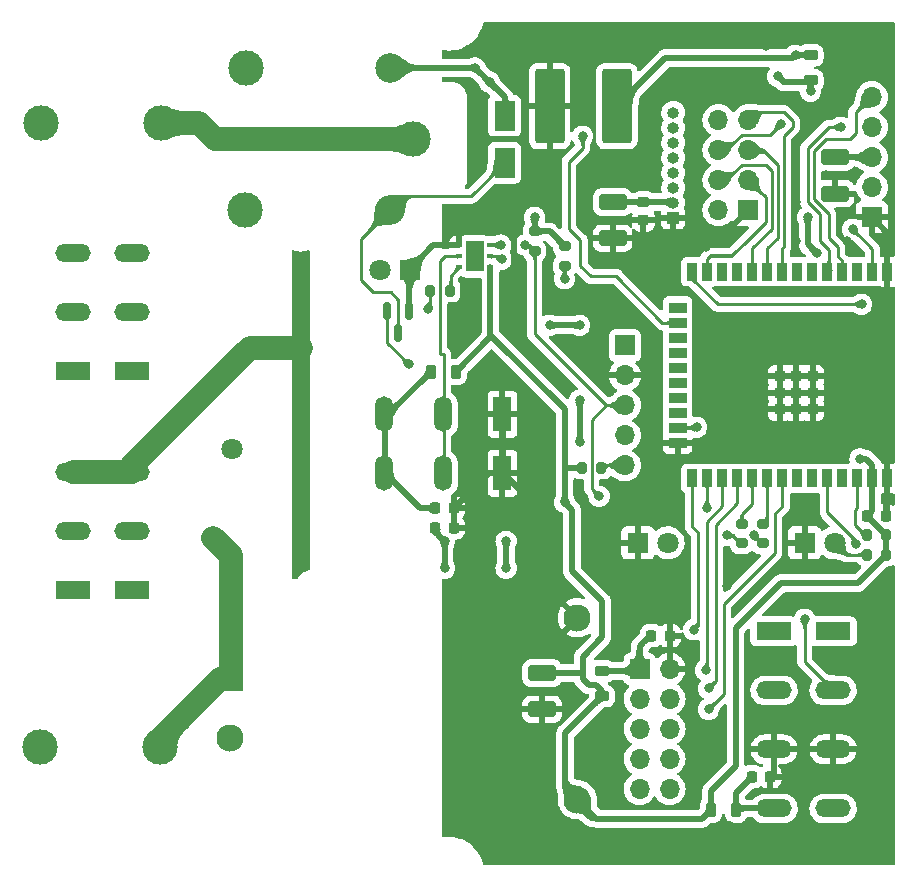
<source format=gbr>
%TF.GenerationSoftware,KiCad,Pcbnew,6.0.2+dfsg-1*%
%TF.CreationDate,2023-01-14T15:25:46+01:00*%
%TF.ProjectId,OpenDTU,4f70656e-4454-4552-9e6b-696361645f70,rev?*%
%TF.SameCoordinates,Original*%
%TF.FileFunction,Copper,L2,Bot*%
%TF.FilePolarity,Positive*%
%FSLAX46Y46*%
G04 Gerber Fmt 4.6, Leading zero omitted, Abs format (unit mm)*
G04 Created by KiCad (PCBNEW 6.0.2+dfsg-1) date 2023-01-14 15:25:46*
%MOMM*%
%LPD*%
G01*
G04 APERTURE LIST*
G04 Aperture macros list*
%AMRoundRect*
0 Rectangle with rounded corners*
0 $1 Rounding radius*
0 $2 $3 $4 $5 $6 $7 $8 $9 X,Y pos of 4 corners*
0 Add a 4 corners polygon primitive as box body*
4,1,4,$2,$3,$4,$5,$6,$7,$8,$9,$2,$3,0*
0 Add four circle primitives for the rounded corners*
1,1,$1+$1,$2,$3*
1,1,$1+$1,$4,$5*
1,1,$1+$1,$6,$7*
1,1,$1+$1,$8,$9*
0 Add four rect primitives between the rounded corners*
20,1,$1+$1,$2,$3,$4,$5,0*
20,1,$1+$1,$4,$5,$6,$7,0*
20,1,$1+$1,$6,$7,$8,$9,0*
20,1,$1+$1,$8,$9,$2,$3,0*%
G04 Aperture macros list end*
%TA.AperFunction,ComponentPad*%
%ADD10R,1.500000X3.000000*%
%TD*%
%TA.AperFunction,ComponentPad*%
%ADD11O,1.500000X3.000000*%
%TD*%
%TA.AperFunction,ComponentPad*%
%ADD12R,1.800000X1.800000*%
%TD*%
%TA.AperFunction,ComponentPad*%
%ADD13C,1.800000*%
%TD*%
%TA.AperFunction,ComponentPad*%
%ADD14C,3.000000*%
%TD*%
%TA.AperFunction,ComponentPad*%
%ADD15R,2.300000X2.000000*%
%TD*%
%TA.AperFunction,ComponentPad*%
%ADD16C,2.300000*%
%TD*%
%TA.AperFunction,ComponentPad*%
%ADD17R,1.700000X1.700000*%
%TD*%
%TA.AperFunction,ComponentPad*%
%ADD18O,1.700000X1.700000*%
%TD*%
%TA.AperFunction,ComponentPad*%
%ADD19C,2.500000*%
%TD*%
%TA.AperFunction,ComponentPad*%
%ADD20R,3.000000X1.500000*%
%TD*%
%TA.AperFunction,ComponentPad*%
%ADD21O,3.000000X1.500000*%
%TD*%
%TA.AperFunction,ComponentPad*%
%ADD22R,1.000000X1.000000*%
%TD*%
%TA.AperFunction,ComponentPad*%
%ADD23O,1.000000X1.000000*%
%TD*%
%TA.AperFunction,SMDPad,CuDef*%
%ADD24RoundRect,0.225000X0.225000X0.250000X-0.225000X0.250000X-0.225000X-0.250000X0.225000X-0.250000X0*%
%TD*%
%TA.AperFunction,SMDPad,CuDef*%
%ADD25RoundRect,0.200000X-0.200000X-0.275000X0.200000X-0.275000X0.200000X0.275000X-0.200000X0.275000X0*%
%TD*%
%TA.AperFunction,SMDPad,CuDef*%
%ADD26RoundRect,0.200000X-0.275000X0.200000X-0.275000X-0.200000X0.275000X-0.200000X0.275000X0.200000X0*%
%TD*%
%TA.AperFunction,SMDPad,CuDef*%
%ADD27RoundRect,0.225000X-0.250000X0.225000X-0.250000X-0.225000X0.250000X-0.225000X0.250000X0.225000X0*%
%TD*%
%TA.AperFunction,SMDPad,CuDef*%
%ADD28RoundRect,0.250000X-0.925000X0.412500X-0.925000X-0.412500X0.925000X-0.412500X0.925000X0.412500X0*%
%TD*%
%TA.AperFunction,SMDPad,CuDef*%
%ADD29RoundRect,0.225000X-0.225000X-0.250000X0.225000X-0.250000X0.225000X0.250000X-0.225000X0.250000X0*%
%TD*%
%TA.AperFunction,SMDPad,CuDef*%
%ADD30RoundRect,0.218750X0.218750X0.381250X-0.218750X0.381250X-0.218750X-0.381250X0.218750X-0.381250X0*%
%TD*%
%TA.AperFunction,SMDPad,CuDef*%
%ADD31RoundRect,0.218750X-0.218750X-0.381250X0.218750X-0.381250X0.218750X0.381250X-0.218750X0.381250X0*%
%TD*%
%TA.AperFunction,SMDPad,CuDef*%
%ADD32R,0.630000X0.450000*%
%TD*%
%TA.AperFunction,SMDPad,CuDef*%
%ADD33R,1.500000X2.600000*%
%TD*%
%TA.AperFunction,SMDPad,CuDef*%
%ADD34R,1.800000X2.500000*%
%TD*%
%TA.AperFunction,SMDPad,CuDef*%
%ADD35R,0.900000X1.500000*%
%TD*%
%TA.AperFunction,SMDPad,CuDef*%
%ADD36R,1.500000X0.900000*%
%TD*%
%TA.AperFunction,SMDPad,CuDef*%
%ADD37R,0.900000X0.900000*%
%TD*%
%TA.AperFunction,SMDPad,CuDef*%
%ADD38RoundRect,0.200000X0.200000X0.275000X-0.200000X0.275000X-0.200000X-0.275000X0.200000X-0.275000X0*%
%TD*%
%TA.AperFunction,SMDPad,CuDef*%
%ADD39RoundRect,0.218750X0.381250X-0.218750X0.381250X0.218750X-0.381250X0.218750X-0.381250X-0.218750X0*%
%TD*%
%TA.AperFunction,SMDPad,CuDef*%
%ADD40RoundRect,0.150000X-0.150000X0.587500X-0.150000X-0.587500X0.150000X-0.587500X0.150000X0.587500X0*%
%TD*%
%TA.AperFunction,SMDPad,CuDef*%
%ADD41RoundRect,0.250000X1.000000X2.900000X-1.000000X2.900000X-1.000000X-2.900000X1.000000X-2.900000X0*%
%TD*%
%TA.AperFunction,SMDPad,CuDef*%
%ADD42RoundRect,0.200000X0.275000X-0.200000X0.275000X0.200000X-0.275000X0.200000X-0.275000X-0.200000X0*%
%TD*%
%TA.AperFunction,ViaPad*%
%ADD43C,0.800000*%
%TD*%
%TA.AperFunction,Conductor*%
%ADD44C,0.254000*%
%TD*%
%TA.AperFunction,Conductor*%
%ADD45C,0.500000*%
%TD*%
%TA.AperFunction,Conductor*%
%ADD46C,0.250000*%
%TD*%
%TA.AperFunction,Conductor*%
%ADD47C,2.000000*%
%TD*%
%TA.AperFunction,Conductor*%
%ADD48C,1.000000*%
%TD*%
G04 APERTURE END LIST*
D10*
%TO.P,ST_OW1,1,Pin_1*%
%TO.N,GNDD*%
X74746000Y-64183000D03*
X74746000Y-69183000D03*
D11*
%TO.P,ST_OW1,2,Pin_2*%
%TO.N,/OW*%
X69746000Y-69183000D03*
X69746000Y-64183000D03*
%TO.P,ST_OW1,3,Pin_3*%
%TO.N,/OW_+3V3*%
X64746000Y-64183000D03*
X64746000Y-69183000D03*
%TD*%
D12*
%TO.P,D1,1,K*%
%TO.N,GNDD*%
X86228000Y-75057000D03*
D13*
%TO.P,D1,2,A*%
%TO.N,Net-(D1-Pad2)*%
X88768000Y-75057000D03*
%TD*%
D14*
%TO.P,FA1,1*%
%TO.N,/L*%
X35560000Y-92329000D03*
%TO.P,FA1,2*%
%TO.N,/FL*%
X45720000Y-92329000D03*
%TD*%
D15*
%TO.P,PS1,1,AC/L*%
%TO.N,/FL*%
X51689000Y-86614000D03*
D16*
%TO.P,PS1,2,AC/N*%
%TO.N,/N*%
X51689000Y-91614000D03*
%TO.P,PS1,3,-Vout*%
%TO.N,GNDD*%
X81089000Y-81414000D03*
%TO.P,PS1,4,+Vout*%
%TO.N,+3V3*%
X81089000Y-96814000D03*
%TD*%
D17*
%TO.P,ST_nRF1,1,GND*%
%TO.N,GNDD*%
X95577500Y-46885000D03*
D18*
%TO.P,ST_nRF1,2,+3V3*%
%TO.N,/Radio_+3V3*%
X93037500Y-46885000D03*
%TO.P,ST_nRF1,3,CE*%
%TO.N,/SI_CE*%
X95577500Y-44345000D03*
%TO.P,ST_nRF1,4,CSn*%
%TO.N,/SI_CS*%
X93037500Y-44345000D03*
%TO.P,ST_nRF1,5,SCK*%
%TO.N,/SI_SCK*%
X95577500Y-41805000D03*
%TO.P,ST_nRF1,6,MOSI*%
%TO.N,/SI_MOSI*%
X93037500Y-41805000D03*
%TO.P,ST_nRF1,7,MISO*%
%TO.N,/SI_MISO*%
X95577500Y-39265000D03*
%TO.P,ST_nRF1,8,IRQ*%
%TO.N,/SI_IRQ*%
X93037500Y-39265000D03*
%TD*%
D12*
%TO.P,D2,1,K*%
%TO.N,GNDD*%
X100325000Y-75057000D03*
D13*
%TO.P,D2,2,A*%
%TO.N,Net-(D2-Pad2)*%
X102865000Y-75057000D03*
%TD*%
D14*
%TO.P,FA2,1*%
%TO.N,/SL*%
X35687000Y-39522000D03*
%TO.P,FA2,2*%
%TO.N,/FSL*%
X45847000Y-39522000D03*
%TD*%
D12*
%TO.P,D4,1,K*%
%TO.N,GNDD*%
X66934000Y-51943000D03*
D13*
%TO.P,D4,2,A*%
%TO.N,Net-(D4-Pad2)*%
X64394000Y-51943000D03*
%TD*%
D17*
%TO.P,ST_I2C1,1,Pin_1*%
%TO.N,+3V3*%
X85115000Y-58350000D03*
D18*
%TO.P,ST_I2C1,2,Pin_2*%
%TO.N,GNDD*%
X85115000Y-60890000D03*
%TO.P,ST_I2C1,3,Pin_3*%
%TO.N,/I2C_SCL*%
X85115000Y-63430000D03*
%TO.P,ST_I2C1,4,Pin_4*%
%TO.N,/I2C_SDA*%
X85115000Y-65970000D03*
%TO.P,ST_I2C1,5,Pin_5*%
%TO.N,/I2C_IRQ*%
X85115000Y-68510000D03*
%TD*%
D17*
%TO.P,ST_PRG1,1,Pin_1*%
%TO.N,GNDD*%
X106020000Y-47495000D03*
D18*
%TO.P,ST_PRG1,2,Pin_2*%
%TO.N,/PRG*%
X106020000Y-44955000D03*
%TO.P,ST_PRG1,3,Pin_3*%
%TO.N,+3V3*%
X106020000Y-42415000D03*
%TO.P,ST_PRG1,4,Pin_4*%
%TO.N,/PRG_Rx*%
X106020000Y-39875000D03*
%TO.P,ST_PRG1,5,Pin_5*%
%TO.N,/PRG_Tx*%
X106020000Y-37335000D03*
%TD*%
D14*
%TO.P,REL1,1*%
%TO.N,/FSL*%
X67183000Y-40894000D03*
D19*
%TO.P,REL1,2*%
%TO.N,+3V3*%
X65233000Y-34844000D03*
D14*
%TO.P,REL1,3*%
%TO.N,/SLO*%
X53033000Y-34844000D03*
%TO.P,REL1,4*%
%TO.N,/SLC*%
X52983000Y-46894000D03*
D19*
%TO.P,REL1,5*%
%TO.N,Net-(D3-Pad2)*%
X65233000Y-46844000D03*
%TD*%
D17*
%TO.P,ST_EXT1,1,1*%
%TO.N,/Ext_+3V3*%
X86355000Y-85730000D03*
D18*
%TO.P,ST_EXT1,2,2*%
%TO.N,GNDD*%
X88895000Y-85730000D03*
%TO.P,ST_EXT1,3,3*%
%TO.N,/EXT_Tx*%
X86355000Y-88270000D03*
%TO.P,ST_EXT1,4,4*%
%TO.N,/EXT_Rx*%
X88895000Y-88270000D03*
%TO.P,ST_EXT1,5,5*%
%TO.N,unconnected-(ST_EXT1-Pad5)*%
X86355000Y-90810000D03*
%TO.P,ST_EXT1,6,6*%
%TO.N,/EXT_DIR*%
X88895000Y-90810000D03*
%TO.P,ST_EXT1,7,7*%
%TO.N,unconnected-(ST_EXT1-Pad7)*%
X86355000Y-93350000D03*
%TO.P,ST_EXT1,8,8*%
%TO.N,unconnected-(ST_EXT1-Pad8)*%
X88895000Y-93350000D03*
%TO.P,ST_EXT1,9,9*%
%TO.N,unconnected-(ST_EXT1-Pad9)*%
X86355000Y-95890000D03*
%TO.P,ST_EXT1,10,10*%
%TO.N,unconnected-(ST_EXT1-Pad10)*%
X88895000Y-95890000D03*
%TD*%
D20*
%TO.P,ST_Line1,1,Pin_1*%
%TO.N,/L*%
X38386000Y-79064000D03*
X43386000Y-79064000D03*
D21*
%TO.P,ST_Line1,2,Pin_2*%
%TO.N,/N*%
X38386000Y-74064000D03*
X43386000Y-74064000D03*
%TO.P,ST_Line1,3,Pin_3*%
%TO.N,/PE*%
X38386000Y-69064000D03*
X43386000Y-69064000D03*
%TD*%
D20*
%TO.P,ST_REL1,1,Pin_1*%
%TO.N,/SLC*%
X38386000Y-60522000D03*
X43386000Y-60522000D03*
D21*
%TO.P,ST_REL1,2,Pin_2*%
%TO.N,/SLO*%
X38386000Y-55522000D03*
X43386000Y-55522000D03*
%TO.P,ST_REL1,3,Pin_3*%
%TO.N,/SL*%
X38386000Y-50522000D03*
X43386000Y-50522000D03*
%TD*%
D22*
%TO.P,ST_SI1,1,GND*%
%TO.N,GNDD*%
X89202500Y-47525000D03*
D23*
%TO.P,ST_SI1,2,+3V3*%
%TO.N,/Radio_+3V3*%
X89202500Y-46255000D03*
%TO.P,ST_SI1,3,CE*%
%TO.N,/SI_CE*%
X89202500Y-44985000D03*
%TO.P,ST_SI1,4,CSn*%
%TO.N,/SI_CS*%
X89202500Y-43715000D03*
%TO.P,ST_SI1,5,SCK*%
%TO.N,/SI_SCK*%
X89202500Y-42445000D03*
%TO.P,ST_SI1,6,MOSI*%
%TO.N,/SI_MOSI*%
X89202500Y-41175000D03*
%TO.P,ST_SI1,7,MISO*%
%TO.N,/SI_MISO*%
X89202500Y-39905000D03*
%TO.P,ST_SI1,8,IRQ*%
%TO.N,/SI_IRQ*%
X89202500Y-38635000D03*
%TD*%
D20*
%TO.P,ST_IR1,1,Pin_1*%
%TO.N,/IR_Tx*%
X97743000Y-82550000D03*
X102743000Y-82550000D03*
D21*
%TO.P,ST_IR1,2,Pin_2*%
%TO.N,/IR_Rx*%
X102743000Y-87550000D03*
X97743000Y-87550000D03*
%TO.P,ST_IR1,3,Pin_3*%
%TO.N,GNDD*%
X102743000Y-92550000D03*
X97743000Y-92550000D03*
%TO.P,ST_IR1,4,Pin_4*%
%TO.N,/IR_+3V3*%
X102743000Y-97550000D03*
X97743000Y-97550000D03*
%TD*%
D13*
%TO.P,RV1,1*%
%TO.N,/FL*%
X50234000Y-74616000D03*
%TO.P,RV1,2*%
%TO.N,/N*%
X51867330Y-67116000D03*
%TD*%
D24*
%TO.P,C10,1*%
%TO.N,GNDD*%
X70625000Y-72136000D03*
%TO.P,C10,2*%
%TO.N,/OW_+3V3*%
X69075000Y-72136000D03*
%TD*%
D25*
%TO.P,R3,1*%
%TO.N,+3V3*%
X81471000Y-68707000D03*
%TO.P,R3,2*%
%TO.N,/I2C_IRQ*%
X83121000Y-68707000D03*
%TD*%
D26*
%TO.P,R4,1*%
%TO.N,/LED*%
X94996000Y-73470000D03*
%TO.P,R4,2*%
%TO.N,Net-(D1-Pad2)*%
X94996000Y-75120000D03*
%TD*%
D27*
%TO.P,C6,1*%
%TO.N,/Radio_+3V3*%
X86687500Y-46215000D03*
%TO.P,C6,2*%
%TO.N,GNDD*%
X86687500Y-47765000D03*
%TD*%
D28*
%TO.P,C2,1*%
%TO.N,+3V3*%
X78105000Y-86092500D03*
%TO.P,C2,2*%
%TO.N,GNDD*%
X78105000Y-89167500D03*
%TD*%
%TO.P,C9,1*%
%TO.N,+3V3*%
X102870000Y-42418000D03*
%TO.P,C9,2*%
%TO.N,GNDD*%
X102870000Y-45493000D03*
%TD*%
D29*
%TO.P,C3,1*%
%TO.N,+3V3*%
X69075000Y-73787000D03*
%TO.P,C3,2*%
%TO.N,GNDD*%
X70625000Y-73787000D03*
%TD*%
%TO.P,C7,1*%
%TO.N,/IR_+3V3*%
X95872000Y-94869000D03*
%TO.P,C7,2*%
%TO.N,GNDD*%
X97422000Y-94869000D03*
%TD*%
D30*
%TO.P,L4,1,1*%
%TO.N,+3V3*%
X70785500Y-60579000D03*
%TO.P,L4,2,2*%
%TO.N,/OW_+3V3*%
X68660500Y-60579000D03*
%TD*%
D26*
%TO.P,R1,1*%
%TO.N,+3V3*%
X77470000Y-48705000D03*
%TO.P,R1,2*%
%TO.N,/I2C_SCL*%
X77470000Y-50355000D03*
%TD*%
D31*
%TO.P,L2,1,1*%
%TO.N,+3V3*%
X92409500Y-97663000D03*
%TO.P,L2,2,2*%
%TO.N,/IR_+3V3*%
X94534500Y-97663000D03*
%TD*%
D32*
%TO.P,U1,1,GPIO*%
%TO.N,/GPIO*%
X71050000Y-51750000D03*
%TO.P,U1,2,OW*%
%TO.N,/OW*%
X71050000Y-50800000D03*
%TO.P,U1,3,GND*%
%TO.N,GNDD*%
X71050000Y-49850000D03*
%TO.P,U1,4,SCL*%
%TO.N,/I2C_SCL*%
X73730000Y-49850000D03*
%TO.P,U1,5,SDA*%
%TO.N,/I2C_SDA*%
X73730000Y-50800000D03*
%TO.P,U1,6,VCC*%
%TO.N,+3V3*%
X73730000Y-51750000D03*
D33*
%TO.P,U1,7*%
%TO.N,N/C*%
X72390000Y-50800000D03*
%TD*%
D34*
%TO.P,D3,1,K*%
%TO.N,+3V3*%
X74930000Y-38894000D03*
%TO.P,D3,2,A*%
%TO.N,Net-(D3-Pad2)*%
X74930000Y-42894000D03*
%TD*%
D35*
%TO.P,U2,1,GND*%
%TO.N,GNDD*%
X107340000Y-69610000D03*
%TO.P,U2,2,3V3*%
%TO.N,+3V3*%
X106070000Y-69610000D03*
%TO.P,U2,3,EN*%
%TO.N,Net-(R6-Pad2)*%
X104800000Y-69610000D03*
%TO.P,U2,4,GPI36/SENSOR_VP/ADC_H/ADC1_CH0/RTC_GPIO0*%
%TO.N,unconnected-(U2-Pad4)*%
X103530000Y-69610000D03*
%TO.P,U2,5,GPI39/SENSOR_VN/ADC1_CH3/ADC_H/RTC_GPIO3*%
%TO.N,/IR_Rx*%
X102260000Y-69610000D03*
%TO.P,U2,6,GPI34/ADC1_CH6/RTC_GPIO4*%
%TO.N,unconnected-(U2-Pad6)*%
X100990000Y-69610000D03*
%TO.P,U2,7,GPI35/ADC1_CH7/RTC_GPIO5*%
%TO.N,unconnected-(U2-Pad7)*%
X99720000Y-69610000D03*
%TO.P,U2,8,GPIO32/XTAL_32K_P/ADC1_CH4/TOUCH9/RTC_GPIO9*%
%TO.N,/EXT_DIR*%
X98450000Y-69610000D03*
%TO.P,U2,9,GPIO33/XTAL_32K_N/ADC1_CH5/TOUCH8/RTC_GPIO8*%
%TO.N,/Relais*%
X97180000Y-69610000D03*
%TO.P,U2,10,GPIO25/DAC_1/ADC2_CH8/RTC_GPIO6/EMAC_RXD0*%
%TO.N,/LED*%
X95910000Y-69610000D03*
%TO.P,U2,11,GPIO26/DAC_2/ADC2_CH9/RTC_GPIO7/EMAC_RXD1*%
%TO.N,/EXT_Rx*%
X94640000Y-69610000D03*
%TO.P,U2,12,GPIO27/ADC2_CH7/TOUCH7/RTC_GPIO17/EMAC_RX_DV*%
%TO.N,/EXT_Tx*%
X93370000Y-69610000D03*
%TO.P,U2,13,GPIO14/ADC2_CH6/TOUCH6/RTC_GPIO16/MTMS/HSPICLK/HS2_CLK/SD_CLK/EMAC_TXD2*%
%TO.N,/I2C_SCL*%
X92100000Y-69610000D03*
%TO.P,U2,14,GPIO12/ADC2_CH5/TOUCH5/RTC_GPIO15/MTDI/HSPIQ/HS2_DATA2/SD_DATA2/EMAC_TXD3*%
%TO.N,/IR_Tx*%
X90830000Y-69610000D03*
D36*
%TO.P,U2,15,GND*%
%TO.N,GNDD*%
X89580000Y-66580000D03*
%TO.P,U2,16,GPIO13/ADC2_CH4/TOUCH4/RTC_GPIO14/MTCK/HSPID/HS2_DATA3/SD_DATA3/EMAC_RX_ER*%
%TO.N,/I2C_SDA*%
X89580000Y-65310000D03*
%TO.P,U2,17,GPIO9/SD_DATA2/SPIHD/HS1_DATA2/U1RXD*%
%TO.N,unconnected-(U2-Pad17)*%
X89580000Y-64040000D03*
%TO.P,U2,18,GPIO10/SD_DATA3/SPIWP/HS1_DATA3/U1TXD*%
%TO.N,unconnected-(U2-Pad18)*%
X89580000Y-62770000D03*
%TO.P,U2,19,GPIO11/SD_CMD/SPICS0/HS1_CMD/U1RTS*%
%TO.N,unconnected-(U2-Pad19)*%
X89580000Y-61500000D03*
%TO.P,U2,20,GPIO6/SD_CLK/SPICLK/HS1_CLK/U1CTS*%
%TO.N,unconnected-(U2-Pad20)*%
X89580000Y-60230000D03*
%TO.P,U2,21,GPIO7/SD_DATA0/SPIQ/HS1_DATA0/U2RTS*%
%TO.N,unconnected-(U2-Pad21)*%
X89580000Y-58960000D03*
%TO.P,U2,22,GPIO8/SD_DATA1/SPID/HS1_DATA1/U2CTS*%
%TO.N,unconnected-(U2-Pad22)*%
X89580000Y-57690000D03*
%TO.P,U2,23,GPIO15/ADC2_CH3/TOUCH3/MTDO/HSPICS0/RTC_GPIO13/HS2_CMD/SD_CMD/EMAC_RXD3*%
%TO.N,/SI_IRQ*%
X89580000Y-56420000D03*
%TO.P,U2,24,GPIO2/ADC2_CH2/TOUCH2/RTC_GPIO12/HSPIWP/HS2_DATA0/SD_DATA0*%
%TO.N,unconnected-(U2-Pad24)*%
X89580000Y-55150000D03*
D35*
%TO.P,U2,25,GPIO0/ADC2_CH1/TOUCH1/RTC_GPIO11/CLK_OUT1/EMAC_TX_CLK*%
%TO.N,/PRG*%
X90830000Y-52110000D03*
%TO.P,U2,26,GPIO4/ADC2_CH0/TOUCH0/RTC_GPIO10/HSPIHD/HS2_DATA1/SD_DATA1/EMAC_TX_ER*%
%TO.N,/SI_CE*%
X92100000Y-52110000D03*
%TO.P,U2,27,GPIO16/HS1_DATA4/U2RXD/EMAC_CLK_OUT*%
%TO.N,unconnected-(U2-Pad27)*%
X93370000Y-52110000D03*
%TO.P,U2,28,GPIO17/HS1_DATA5/U2TXD/EMAC_CLK_OUT_180*%
%TO.N,unconnected-(U2-Pad28)*%
X94640000Y-52110000D03*
%TO.P,U2,29,GPIO5/VSPICS0/HS1_DATA6/EMAC_RX_CLK*%
%TO.N,/SI_CS*%
X95910000Y-52110000D03*
%TO.P,U2,30,GPIO18/VSPICLK/HS1_DATA7*%
%TO.N,/SI_SCK*%
X97180000Y-52110000D03*
%TO.P,U2,31,GPIO19/VSPIQ/U0CTS/EMAC_TXD0*%
%TO.N,/SI_MISO*%
X98450000Y-52110000D03*
%TO.P,U2,32,NC*%
%TO.N,unconnected-(U2-Pad32)*%
X99720000Y-52110000D03*
%TO.P,U2,33,GPIO21/VSPIHD/EMAC_TX_EN*%
%TO.N,unconnected-(U2-Pad33)*%
X100990000Y-52110000D03*
%TO.P,U2,34,GPIO3/U0RXD/CLK_OUT2*%
%TO.N,/PRG_Rx*%
X102260000Y-52110000D03*
%TO.P,U2,35,GPIO1/U0TXD/CLK_OUT3/EMAC_RXD2*%
%TO.N,/PRG_Tx*%
X103530000Y-52110000D03*
%TO.P,U2,36,GPIO22/VSPIWP/U0RTS/EMAC_TXD1*%
%TO.N,unconnected-(U2-Pad36)*%
X104800000Y-52110000D03*
%TO.P,U2,37,GPIO23/VSPID/HS1_STROBE*%
%TO.N,/SI_MOSI*%
X106070000Y-52110000D03*
%TO.P,U2,38,GND*%
%TO.N,GNDD*%
X107340000Y-52110000D03*
D37*
%TO.P,U2,39,THERMAL_PAD*%
X98220000Y-63760000D03*
X101020000Y-60960000D03*
X98220000Y-60960000D03*
X101020000Y-62360000D03*
X99620000Y-60960000D03*
X98220000Y-62360000D03*
X101020000Y-63760000D03*
X99620000Y-63760000D03*
X99620000Y-62360000D03*
%TD*%
D38*
%TO.P,R5,1*%
%TO.N,+3V3*%
X107251000Y-76073000D03*
%TO.P,R5,2*%
%TO.N,Net-(D2-Pad2)*%
X105601000Y-76073000D03*
%TD*%
D26*
%TO.P,R2,1*%
%TO.N,+3V3*%
X80010000Y-49975000D03*
%TO.P,R2,2*%
%TO.N,/I2C_SDA*%
X80010000Y-51625000D03*
%TD*%
D39*
%TO.P,L3,1,1*%
%TO.N,+3V3*%
X100838000Y-35907000D03*
%TO.P,L3,2,2*%
%TO.N,/Radio_+3V3*%
X100838000Y-33782000D03*
%TD*%
D38*
%TO.P,R8,1*%
%TO.N,/GPIO*%
X70294000Y-53721000D03*
%TO.P,R8,2*%
%TO.N,Net-(D4-Pad2)*%
X68644000Y-53721000D03*
%TD*%
D40*
%TO.P,Q1,1,B*%
%TO.N,Net-(Q1-Pad1)*%
X64963000Y-55450500D03*
%TO.P,Q1,2,E*%
%TO.N,GNDD*%
X66863000Y-55450500D03*
%TO.P,Q1,3,C*%
%TO.N,Net-(D3-Pad2)*%
X65913000Y-57325500D03*
%TD*%
D24*
%TO.P,C4,1*%
%TO.N,GNDD*%
X88913000Y-82931000D03*
%TO.P,C4,2*%
%TO.N,/Ext_+3V3*%
X87363000Y-82931000D03*
%TD*%
D39*
%TO.P,L1,1,1*%
%TO.N,+3V3*%
X83185000Y-88057500D03*
%TO.P,L1,2,2*%
%TO.N,/Ext_+3V3*%
X83185000Y-85932500D03*
%TD*%
D41*
%TO.P,C8,1*%
%TO.N,/Radio_+3V3*%
X84440000Y-38100000D03*
%TO.P,C8,2*%
%TO.N,GNDD*%
X78740000Y-38100000D03*
%TD*%
D38*
%TO.P,R6,1*%
%TO.N,+3V3*%
X107251000Y-74422000D03*
%TO.P,R6,2*%
%TO.N,Net-(R6-Pad2)*%
X105601000Y-74422000D03*
%TD*%
D42*
%TO.P,R7,1*%
%TO.N,Net-(Q1-Pad1)*%
X96774000Y-75120000D03*
%TO.P,R7,2*%
%TO.N,/Relais*%
X96774000Y-73470000D03*
%TD*%
D29*
%TO.P,C1,1*%
%TO.N,+3V3*%
X105651000Y-72798000D03*
%TO.P,C1,2*%
%TO.N,GNDD*%
X107201000Y-72798000D03*
%TD*%
D28*
%TO.P,C5,1*%
%TO.N,/Radio_+3V3*%
X84074000Y-46214500D03*
%TO.P,C5,2*%
%TO.N,GNDD*%
X84074000Y-49289500D03*
%TD*%
D43*
%TO.N,/IR_Rx*%
X104648000Y-75184000D03*
X100330000Y-81534000D03*
%TO.N,/IR_Tx*%
X90932000Y-82423000D03*
%TO.N,+3V3*%
X100584000Y-47498000D03*
X81280000Y-56642000D03*
X69850000Y-77216000D03*
X72436000Y-34844000D03*
X98044000Y-35560000D03*
X81280000Y-66548000D03*
X78740000Y-56642000D03*
X81280000Y-62992000D03*
X75057000Y-77216000D03*
X73660000Y-36068000D03*
X75057000Y-74930000D03*
X105029000Y-67945000D03*
X80010000Y-71628000D03*
X100838000Y-36830000D03*
X77470000Y-47498000D03*
X69850000Y-74930000D03*
X101346000Y-50546000D03*
%TO.N,/PE*%
X57658000Y-60325000D03*
X57658000Y-67437000D03*
X57658000Y-69215000D03*
X57658000Y-62103000D03*
X57658000Y-56769000D03*
X57658000Y-51435000D03*
X57658000Y-70993000D03*
X57658000Y-74549000D03*
X57658000Y-54991000D03*
X57658000Y-53213000D03*
X57658000Y-58547000D03*
X57658000Y-63881000D03*
X57658000Y-65659000D03*
X57658000Y-72771000D03*
%TO.N,/I2C_SCL*%
X76642000Y-49850000D03*
X82931000Y-71120000D03*
X92075000Y-72136000D03*
X74610000Y-49850000D03*
%TO.N,/I2C_SDA*%
X80010000Y-52705000D03*
X74676000Y-51054000D03*
X91186000Y-65278000D03*
%TO.N,/SI_MOSI*%
X104394000Y-48514000D03*
X98298000Y-39624000D03*
%TO.N,/SI_IRQ*%
X81534000Y-40640000D03*
%TO.N,/PRG*%
X105156000Y-54864000D03*
%TO.N,/PRG_Rx*%
X103378000Y-39878000D03*
%TO.N,GNDD*%
X72230000Y-61595000D03*
X99695000Y-67437000D03*
X83820000Y-75057000D03*
X91948000Y-50038000D03*
X87122000Y-33274000D03*
X79121000Y-60960000D03*
X85344000Y-51308000D03*
X78740000Y-91948000D03*
X89662000Y-79756000D03*
X93726000Y-78740000D03*
X99568000Y-49530000D03*
X78613000Y-64262000D03*
X72230000Y-56929000D03*
X94742000Y-35560000D03*
X92964000Y-93472000D03*
X91059000Y-50038000D03*
X97028000Y-33020000D03*
X78740000Y-53848000D03*
X95758000Y-90678000D03*
X76327000Y-53848000D03*
X78337500Y-75057000D03*
X99568000Y-53848000D03*
X103886000Y-49530000D03*
X83566000Y-53848000D03*
X89154000Y-35560000D03*
X72230000Y-55532000D03*
X99568000Y-46228000D03*
X82550000Y-75057000D03*
X81407000Y-91948000D03*
X84455000Y-80518000D03*
X93980000Y-99060000D03*
X79248000Y-75057000D03*
X102108000Y-43942000D03*
X97790000Y-77470000D03*
X90170000Y-50038000D03*
%TO.N,/EXT_Tx*%
X91948000Y-85852000D03*
%TO.N,/EXT_Rx*%
X92202000Y-87376000D03*
%TO.N,/EXT_DIR*%
X92202000Y-89154000D03*
%TO.N,Net-(Q1-Pad1)*%
X66802000Y-59944000D03*
X96012000Y-74422000D03*
%TO.N,Net-(D1-Pad2)*%
X93726000Y-74422000D03*
%TO.N,/Radio_+3V3*%
X99568000Y-33782000D03*
%TO.N,Net-(D4-Pad2)*%
X68453000Y-55245000D03*
%TD*%
D44*
%TO.N,/IR_Rx*%
X100330000Y-81534000D02*
X100330000Y-85137000D01*
X104648000Y-75184000D02*
X104648000Y-74880000D01*
X102260000Y-69610000D02*
X102260000Y-72492000D01*
X104648000Y-74880000D02*
X102260000Y-72492000D01*
X100330000Y-85137000D02*
X102743000Y-87550000D01*
%TO.N,/IR_Tx*%
X91313000Y-74168000D02*
X90830000Y-73685000D01*
X90932000Y-82423000D02*
X91313000Y-82042000D01*
X91313000Y-82042000D02*
X91313000Y-74168000D01*
X90830000Y-73685000D02*
X90830000Y-69610000D01*
D45*
%TO.N,+3V3*%
X73660000Y-36068000D02*
X72436000Y-34844000D01*
X105537000Y-67945000D02*
X105029000Y-67945000D01*
X100677000Y-36068000D02*
X100838000Y-35907000D01*
X81420500Y-86092500D02*
X78105000Y-86092500D01*
X106070000Y-72379000D02*
X105651000Y-72798000D01*
X80073000Y-95798000D02*
X80073000Y-91169500D01*
X70785500Y-60579000D02*
X73730000Y-57634500D01*
X100584000Y-49784000D02*
X101346000Y-50546000D01*
X83185000Y-87630000D02*
X82677000Y-87122000D01*
X104838000Y-78486000D02*
X98298000Y-78486000D01*
X73730000Y-57474000D02*
X80010000Y-63754000D01*
X80010000Y-71628000D02*
X80010000Y-68707000D01*
X82700000Y-98425000D02*
X91647500Y-98425000D01*
X81089000Y-96814000D02*
X80073000Y-95798000D01*
X80073000Y-91169500D02*
X83185000Y-88057500D01*
X82700000Y-98425000D02*
X81089000Y-96814000D01*
X74930000Y-38894000D02*
X74930000Y-37338000D01*
X94488000Y-82296000D02*
X94488000Y-93980000D01*
X81534000Y-86614000D02*
X81534000Y-85979000D01*
X105651000Y-72822000D02*
X107251000Y-74422000D01*
X82677000Y-87122000D02*
X82042000Y-87122000D01*
X81471000Y-68707000D02*
X80010000Y-68707000D01*
X83185000Y-80010000D02*
X80645000Y-77470000D01*
X106017000Y-42418000D02*
X106020000Y-42415000D01*
X73730000Y-57634500D02*
X73730000Y-53283000D01*
X83185000Y-83058000D02*
X81534000Y-84709000D01*
X98044000Y-35560000D02*
X98552000Y-36068000D01*
X69075000Y-73787000D02*
X69075000Y-74155000D01*
X80645000Y-72263000D02*
X80010000Y-71628000D01*
X81534000Y-84709000D02*
X81534000Y-85979000D01*
X69075000Y-74155000D02*
X69850000Y-74930000D01*
X74930000Y-37338000D02*
X73660000Y-36068000D01*
X72436000Y-34844000D02*
X65233000Y-34844000D01*
X102870000Y-42418000D02*
X106017000Y-42418000D01*
X81280000Y-66548000D02*
X81280000Y-62992000D01*
X75057000Y-77216000D02*
X75057000Y-74930000D01*
X98298000Y-78486000D02*
X94488000Y-82296000D01*
X92409500Y-97663000D02*
X91647500Y-98425000D01*
X100584000Y-47498000D02*
X100584000Y-49784000D01*
X82042000Y-87122000D02*
X81534000Y-86614000D01*
X105651000Y-72798000D02*
X105651000Y-72822000D01*
X77470000Y-48705000D02*
X78740000Y-48705000D01*
X69850000Y-74930000D02*
X69850000Y-77216000D01*
X73730000Y-51750000D02*
X73730000Y-53270000D01*
D46*
X83185000Y-88057500D02*
X83185000Y-87630000D01*
D45*
X98552000Y-36068000D02*
X100677000Y-36068000D01*
X80645000Y-77470000D02*
X80645000Y-72263000D01*
X106070000Y-69610000D02*
X106070000Y-72379000D01*
X92409500Y-96058500D02*
X92409500Y-97663000D01*
X78740000Y-56642000D02*
X81280000Y-56642000D01*
X107251000Y-74422000D02*
X107251000Y-76073000D01*
D46*
X81534000Y-85979000D02*
X81420500Y-86092500D01*
D45*
X107251000Y-76073000D02*
X104838000Y-78486000D01*
X94488000Y-93980000D02*
X92409500Y-96058500D01*
X80010000Y-63754000D02*
X80010000Y-68707000D01*
X100838000Y-36830000D02*
X100838000Y-35907000D01*
X77470000Y-48705000D02*
X77470000Y-47498000D01*
X106070000Y-68478000D02*
X105537000Y-67945000D01*
X106070000Y-69610000D02*
X106070000Y-68478000D01*
X83185000Y-80010000D02*
X83185000Y-83058000D01*
X73730000Y-53270000D02*
X73730000Y-53283000D01*
X78740000Y-48705000D02*
X80010000Y-49975000D01*
D44*
%TO.N,/OW*%
X71050000Y-50800000D02*
X69850000Y-50800000D01*
X69770000Y-59102000D02*
X69770000Y-64135000D01*
X69469000Y-59055000D02*
X69516000Y-59102000D01*
X69850000Y-50800000D02*
X69469000Y-51181000D01*
X69469000Y-51181000D02*
X69469000Y-59055000D01*
X69516000Y-59102000D02*
X69770000Y-59102000D01*
X69770000Y-69135000D02*
X69770000Y-64135000D01*
D47*
%TO.N,/PE*%
X57658000Y-58547000D02*
X53340000Y-58547000D01*
X53340000Y-58547000D02*
X43386000Y-68501000D01*
D48*
X57531000Y-58674000D02*
X57658000Y-58547000D01*
D47*
X43386000Y-69064000D02*
X43386000Y-68501000D01*
D48*
X57531000Y-70739000D02*
X57531000Y-58674000D01*
D47*
X43386000Y-69064000D02*
X38386000Y-69064000D01*
D46*
%TO.N,/I2C_IRQ*%
X83318000Y-68510000D02*
X83121000Y-68707000D01*
X85115000Y-68510000D02*
X83318000Y-68510000D01*
D44*
%TO.N,/I2C_SCL*%
X73730000Y-49850000D02*
X74610000Y-49850000D01*
X76642000Y-49850000D02*
X76965000Y-49850000D01*
X83496000Y-63430000D02*
X82296000Y-64630000D01*
X82296000Y-70485000D02*
X82296000Y-64630000D01*
X77470000Y-57404000D02*
X83496000Y-63430000D01*
X76965000Y-49850000D02*
X77470000Y-50355000D01*
X85115000Y-63430000D02*
X83496000Y-63430000D01*
X82931000Y-71120000D02*
X82296000Y-70485000D01*
X77470000Y-57404000D02*
X77470000Y-50355000D01*
X92075000Y-69635000D02*
X92075000Y-72136000D01*
X92100000Y-69610000D02*
X92075000Y-69635000D01*
%TO.N,/I2C_SDA*%
X74422000Y-50800000D02*
X73730000Y-50800000D01*
X74676000Y-51054000D02*
X74422000Y-50800000D01*
X89580000Y-65310000D02*
X91154000Y-65310000D01*
X80010000Y-51625000D02*
X80010000Y-52705000D01*
X91154000Y-65310000D02*
X91186000Y-65278000D01*
%TO.N,Net-(D3-Pad2)*%
X62738000Y-52832000D02*
X62738000Y-49339000D01*
X72104000Y-45720000D02*
X66357000Y-45720000D01*
X65913000Y-54483000D02*
X65913000Y-57325500D01*
X63754000Y-53848000D02*
X62738000Y-52832000D01*
X74930000Y-42894000D02*
X72104000Y-45720000D01*
X65278000Y-53848000D02*
X63754000Y-53848000D01*
X65913000Y-54483000D02*
X65278000Y-53848000D01*
X62738000Y-49339000D02*
X65233000Y-46844000D01*
X66357000Y-45720000D02*
X65233000Y-46844000D01*
%TO.N,/SI_CE*%
X92075000Y-51054000D02*
X92392500Y-50736500D01*
D46*
X95250000Y-49657000D02*
X94107000Y-50800000D01*
X94170500Y-50736500D02*
X97028000Y-47879000D01*
D44*
X92075000Y-52085000D02*
X92075000Y-51054000D01*
X95250000Y-49657000D02*
X97028000Y-47879000D01*
X97028000Y-45795500D02*
X95577500Y-44345000D01*
D46*
X94107000Y-50800000D02*
X92456000Y-50800000D01*
D44*
X92100000Y-52110000D02*
X92075000Y-52085000D01*
X97028000Y-47879000D02*
X97028000Y-45795500D01*
D46*
X92392500Y-50736500D02*
X94170500Y-50736500D01*
X92456000Y-50800000D02*
X92392500Y-50736500D01*
D44*
%TO.N,/SI_CS*%
X95910000Y-52110000D02*
X95910000Y-50140000D01*
X95910000Y-50140000D02*
X97536000Y-48514000D01*
X97028000Y-43053000D02*
X94996000Y-43053000D01*
X93704000Y-44345000D02*
X93037500Y-44345000D01*
X94996000Y-43053000D02*
X93704000Y-44345000D01*
X97536000Y-48514000D02*
X97536000Y-43561000D01*
X97536000Y-43561000D02*
X97028000Y-43053000D01*
%TO.N,/SI_SCK*%
X98044000Y-49276000D02*
X98044000Y-43053000D01*
X98044000Y-43053000D02*
X96796000Y-41805000D01*
X97180000Y-52110000D02*
X97180000Y-50140000D01*
X97180000Y-50140000D02*
X98044000Y-49276000D01*
X96796000Y-41805000D02*
X95577500Y-41805000D01*
%TO.N,/SI_MOSI*%
X104394000Y-48514000D02*
X106070000Y-50190000D01*
X106070000Y-50190000D02*
X106070000Y-52110000D01*
X94996000Y-40513000D02*
X93704000Y-41805000D01*
X97409000Y-40513000D02*
X94996000Y-40513000D01*
X98298000Y-39624000D02*
X97409000Y-40513000D01*
X93704000Y-41805000D02*
X93037500Y-41805000D01*
%TO.N,/SI_MISO*%
X95609000Y-39265000D02*
X96266000Y-38608000D01*
X98552000Y-38608000D02*
X99314000Y-39370000D01*
X99314000Y-39370000D02*
X99314000Y-39878000D01*
X99314000Y-39878000D02*
X98552000Y-40640000D01*
X98552000Y-50038000D02*
X98450000Y-50140000D01*
X98450000Y-50140000D02*
X98450000Y-52110000D01*
X96266000Y-38608000D02*
X98552000Y-38608000D01*
X98552000Y-40640000D02*
X98552000Y-50038000D01*
X95577500Y-39265000D02*
X95609000Y-39265000D01*
%TO.N,/SI_IRQ*%
X81534000Y-40640000D02*
X81534000Y-41656000D01*
X80391000Y-48514000D02*
X80391000Y-42799000D01*
X81343500Y-51625500D02*
X82232500Y-52514500D01*
X82232500Y-52514500D02*
X84391500Y-52514500D01*
X88297000Y-56420000D02*
X84391500Y-52514500D01*
X81343500Y-49466500D02*
X81343500Y-51625500D01*
X89580000Y-56420000D02*
X88297000Y-56420000D01*
X81343500Y-49466500D02*
X80391000Y-48514000D01*
X81534000Y-41656000D02*
X80391000Y-42799000D01*
%TO.N,/PRG*%
X90830000Y-52730000D02*
X90830000Y-52110000D01*
X92964000Y-54864000D02*
X90830000Y-52730000D01*
X105156000Y-54864000D02*
X92964000Y-54864000D01*
%TO.N,/PRG_Rx*%
X101600000Y-47244000D02*
X100584000Y-46228000D01*
X102362000Y-39878000D02*
X103378000Y-39878000D01*
X102260000Y-52110000D02*
X102362000Y-52008000D01*
X101600000Y-49530000D02*
X101600000Y-47244000D01*
X100584000Y-41656000D02*
X102362000Y-39878000D01*
X102362000Y-50292000D02*
X101600000Y-49530000D01*
X100584000Y-46228000D02*
X100584000Y-41656000D01*
X102362000Y-52008000D02*
X102362000Y-50292000D01*
%TO.N,/PRG_Tx*%
X102108000Y-40894000D02*
X104140000Y-40894000D01*
X103530000Y-52110000D02*
X103530000Y-51206000D01*
X102362000Y-47244000D02*
X101092000Y-45974000D01*
X103124000Y-50038000D02*
X102362000Y-49276000D01*
X105921000Y-37335000D02*
X106020000Y-37335000D01*
X104140000Y-40894000D02*
X104648000Y-40386000D01*
X103530000Y-51206000D02*
X103124000Y-50800000D01*
X103124000Y-50800000D02*
X103124000Y-50038000D01*
X101092000Y-45974000D02*
X101092000Y-41910000D01*
X102362000Y-49276000D02*
X102362000Y-47244000D01*
X101092000Y-41910000D02*
X102108000Y-40894000D01*
X104648000Y-40386000D02*
X104648000Y-38608000D01*
X104648000Y-38608000D02*
X105921000Y-37335000D01*
D45*
%TO.N,GNDD*%
X89202500Y-47525000D02*
X89202500Y-47546500D01*
X73626000Y-69135000D02*
X74770000Y-69135000D01*
X81089000Y-81414000D02*
X78337500Y-78662500D01*
X71755000Y-48006000D02*
X71050000Y-48711000D01*
X78337500Y-77771000D02*
X78337500Y-75057000D01*
X99620000Y-63760000D02*
X99620000Y-60960000D01*
X107340000Y-69610000D02*
X107340000Y-72659000D01*
X97743000Y-92550000D02*
X97743000Y-94548000D01*
X98220000Y-60960000D02*
X101020000Y-60960000D01*
X101520000Y-92536000D02*
X103933000Y-92536000D01*
D46*
X91059000Y-49911000D02*
X91059000Y-50038000D01*
D45*
X95577500Y-46885000D02*
X93821500Y-48641000D01*
X76327000Y-53848000D02*
X75692000Y-53213000D01*
X107340000Y-52110000D02*
X107340000Y-48815000D01*
X71050000Y-49850000D02*
X68900000Y-49850000D01*
X78337500Y-72702500D02*
X74770000Y-69135000D01*
X75692000Y-48006000D02*
X71755000Y-48006000D01*
X78337500Y-75057000D02*
X78337500Y-72702500D01*
X70625000Y-73787000D02*
X70625000Y-72136000D01*
X101020000Y-60960000D02*
X101020000Y-63760000D01*
X66990000Y-52402500D02*
X66990000Y-51760000D01*
X98220000Y-63760000D02*
X98220000Y-60960000D01*
X107340000Y-72659000D02*
X107201000Y-72798000D01*
X92329000Y-48641000D02*
X91059000Y-49911000D01*
X93821500Y-48641000D02*
X92329000Y-48641000D01*
X75692000Y-53213000D02*
X75692000Y-48006000D01*
X78337500Y-78662500D02*
X78337500Y-77771000D01*
X71050000Y-48711000D02*
X71050000Y-49850000D01*
X70625000Y-72136000D02*
X73626000Y-69135000D01*
X101020000Y-63760000D02*
X98220000Y-63760000D01*
X97743000Y-94548000D02*
X97422000Y-94869000D01*
X101473000Y-92583000D02*
X101520000Y-92536000D01*
X66863000Y-52529500D02*
X66990000Y-52402500D01*
X98220000Y-62360000D02*
X101020000Y-62360000D01*
X66863000Y-55450500D02*
X66863000Y-52529500D01*
X107340000Y-48815000D02*
X106020000Y-47495000D01*
X66990000Y-51760000D02*
X68900000Y-49850000D01*
X74770000Y-69135000D02*
X74770000Y-64135000D01*
D46*
%TO.N,Net-(R6-Pad2)*%
X105601000Y-74422000D02*
X105601000Y-74486000D01*
X104800000Y-72075000D02*
X104800000Y-69610000D01*
X104585000Y-72290000D02*
X104800000Y-72075000D01*
X104585000Y-73560000D02*
X104585000Y-72290000D01*
X105601000Y-74486000D02*
X105511000Y-74486000D01*
X105511000Y-74486000D02*
X104585000Y-73560000D01*
D44*
%TO.N,/EXT_Tx*%
X93370000Y-71984000D02*
X93370000Y-69610000D01*
X92075000Y-85725000D02*
X92075000Y-73279000D01*
X91948000Y-85852000D02*
X92075000Y-85725000D01*
X92075000Y-73279000D02*
X93370000Y-71984000D01*
%TO.N,/EXT_Rx*%
X92837000Y-86741000D02*
X92837000Y-73533000D01*
X92202000Y-87376000D02*
X92837000Y-86741000D01*
X94640000Y-71730000D02*
X94640000Y-69610000D01*
X92837000Y-73533000D02*
X94640000Y-71730000D01*
%TO.N,/EXT_DIR*%
X97790000Y-75946000D02*
X93472000Y-80264000D01*
X97790000Y-72644000D02*
X97790000Y-75946000D01*
X93472000Y-87884000D02*
X92202000Y-89154000D01*
X98450000Y-69610000D02*
X98450000Y-71984000D01*
X98450000Y-71984000D02*
X97790000Y-72644000D01*
X93472000Y-80264000D02*
X93472000Y-87884000D01*
%TO.N,Net-(Q1-Pad1)*%
X64963000Y-58105000D02*
X64963000Y-55450500D01*
X66802000Y-59944000D02*
X64963000Y-58105000D01*
X96012000Y-74422000D02*
X96710000Y-75120000D01*
X96710000Y-75120000D02*
X96774000Y-75120000D01*
%TO.N,/Relais*%
X97155000Y-73089000D02*
X96774000Y-73470000D01*
X97180000Y-69610000D02*
X97155000Y-69635000D01*
X97155000Y-69635000D02*
X97155000Y-73089000D01*
D46*
%TO.N,Net-(D2-Pad2)*%
X103881000Y-76073000D02*
X102865000Y-75057000D01*
X105601000Y-76073000D02*
X103881000Y-76073000D01*
D44*
%TO.N,/LED*%
X94996000Y-72644000D02*
X95885000Y-71755000D01*
X95885000Y-69635000D02*
X95910000Y-69610000D01*
X95885000Y-71755000D02*
X95885000Y-69635000D01*
X94996000Y-73470000D02*
X94996000Y-72644000D01*
%TO.N,Net-(D1-Pad2)*%
X94869000Y-75057000D02*
X94234000Y-74422000D01*
X94234000Y-74422000D02*
X93726000Y-74422000D01*
D47*
%TO.N,/FSL*%
X45847000Y-39522000D02*
X49047000Y-39522000D01*
X49047000Y-39522000D02*
X50419000Y-40894000D01*
X50419000Y-40894000D02*
X67183000Y-40894000D01*
D45*
%TO.N,/IR_+3V3*%
X94647500Y-97550000D02*
X94534500Y-97663000D01*
X94534500Y-96206500D02*
X95872000Y-94869000D01*
X97743000Y-97550000D02*
X94647500Y-97550000D01*
X94534500Y-97663000D02*
X94534500Y-96206500D01*
%TO.N,/OW_+3V3*%
X64897000Y-64262000D02*
X64977500Y-64262000D01*
X64770000Y-64135000D02*
X64897000Y-64262000D01*
X67771000Y-72136000D02*
X69075000Y-72136000D01*
X64977500Y-64262000D02*
X68660500Y-60579000D01*
X64770000Y-64135000D02*
X64770000Y-69135000D01*
X64770000Y-69135000D02*
X67771000Y-72136000D01*
%TO.N,/Ext_+3V3*%
X83185000Y-85932500D02*
X86152500Y-85932500D01*
X87363000Y-82931000D02*
X87363000Y-82817000D01*
X86355000Y-83825000D02*
X86355000Y-85730000D01*
X86152500Y-85932500D02*
X86355000Y-85730000D01*
X87363000Y-82817000D02*
X86355000Y-83825000D01*
%TO.N,/Radio_+3V3*%
X99314000Y-34036000D02*
X88504000Y-34036000D01*
X88504000Y-34036000D02*
X84440000Y-38100000D01*
X99568000Y-33782000D02*
X100838000Y-33782000D01*
X86687500Y-46215000D02*
X89162500Y-46215000D01*
X99568000Y-33782000D02*
X99314000Y-34036000D01*
D46*
X89162500Y-46215000D02*
X89202500Y-46255000D01*
D45*
X86512000Y-46214500D02*
X86687500Y-46390000D01*
X84074000Y-46214500D02*
X86512000Y-46214500D01*
D47*
%TO.N,/FL*%
X51731500Y-85765000D02*
X51731500Y-76113500D01*
X45720000Y-91694000D02*
X45720000Y-92329000D01*
X50800000Y-86614000D02*
X45720000Y-91694000D01*
X51731500Y-76113500D02*
X50234000Y-74616000D01*
D46*
X51689000Y-86614000D02*
X51435000Y-86868000D01*
D47*
X51689000Y-86614000D02*
X50800000Y-86614000D01*
D46*
%TO.N,/GPIO*%
X70359000Y-52441000D02*
X71050000Y-51750000D01*
X70359000Y-53594000D02*
X70359000Y-52441000D01*
D44*
%TO.N,Net-(D4-Pad2)*%
X68644000Y-55054000D02*
X68644000Y-53721000D01*
X68453000Y-55245000D02*
X68644000Y-55054000D01*
%TD*%
%TA.AperFunction,Conductor*%
%TO.N,/PRG_Tx*%
G36*
X103654021Y-51223427D02*
G01*
X103657439Y-51231244D01*
X103660998Y-51322428D01*
X103672451Y-51407882D01*
X103690548Y-51479973D01*
X103714475Y-51542312D01*
X103743420Y-51598513D01*
X103776572Y-51652186D01*
X103776631Y-51652274D01*
X103813118Y-51706944D01*
X103813159Y-51707007D01*
X103852113Y-51766198D01*
X103852357Y-51766584D01*
X103892965Y-51833867D01*
X103893306Y-51834472D01*
X103931077Y-51906381D01*
X103931890Y-51915299D01*
X103929153Y-51919930D01*
X103538433Y-52326231D01*
X103530229Y-52329819D01*
X103521567Y-52326231D01*
X103130847Y-51919931D01*
X103127583Y-51911593D01*
X103128923Y-51906381D01*
X103166693Y-51834472D01*
X103167034Y-51833867D01*
X103207642Y-51766584D01*
X103207886Y-51766198D01*
X103246840Y-51707007D01*
X103246881Y-51706944D01*
X103283368Y-51652274D01*
X103283427Y-51652186D01*
X103316579Y-51598513D01*
X103345524Y-51542312D01*
X103369451Y-51479973D01*
X103387548Y-51407882D01*
X103399001Y-51322428D01*
X103402561Y-51231244D01*
X103406308Y-51223110D01*
X103414252Y-51220000D01*
X103645748Y-51220000D01*
X103654021Y-51223427D01*
G37*
%TD.AperFunction*%
%TD*%
%TA.AperFunction,Conductor*%
%TO.N,/SI_MOSI*%
G36*
X94392692Y-40952201D02*
G01*
X94556539Y-41116048D01*
X94559966Y-41124321D01*
X94556803Y-41132321D01*
X94416232Y-41282328D01*
X94416073Y-41282498D01*
X94300904Y-41424721D01*
X94211206Y-41554288D01*
X94139147Y-41674760D01*
X94139081Y-41674882D01*
X94076893Y-41789698D01*
X94016702Y-41902494D01*
X94016512Y-41902836D01*
X93950663Y-42016883D01*
X93950265Y-42017525D01*
X93870889Y-42136539D01*
X93870339Y-42137296D01*
X93769555Y-42264979D01*
X93768942Y-42265694D01*
X93644543Y-42399579D01*
X93636401Y-42403307D01*
X93630676Y-42402048D01*
X93085259Y-42125193D01*
X92632937Y-41895593D01*
X92627111Y-41888792D01*
X92627800Y-41879864D01*
X92628608Y-41878508D01*
X93243669Y-40988513D01*
X93251192Y-40983655D01*
X93256533Y-40983922D01*
X93333280Y-41006036D01*
X93387300Y-41021601D01*
X93387754Y-41021743D01*
X93514680Y-41064137D01*
X93632281Y-41104463D01*
X93742669Y-41138092D01*
X93742915Y-41138144D01*
X93742922Y-41138146D01*
X93795171Y-41149228D01*
X93848191Y-41160474D01*
X93951194Y-41167060D01*
X94054023Y-41153300D01*
X94054624Y-41153079D01*
X94054627Y-41153078D01*
X94158466Y-41114852D01*
X94158470Y-41114850D01*
X94159027Y-41114645D01*
X94159532Y-41114331D01*
X94159536Y-41114329D01*
X94268147Y-41046796D01*
X94268551Y-41046545D01*
X94376706Y-40951677D01*
X94385183Y-40948799D01*
X94392692Y-40952201D01*
G37*
%TD.AperFunction*%
%TD*%
%TA.AperFunction,Conductor*%
%TO.N,GNDD*%
G36*
X67537551Y-52186333D02*
G01*
X67537552Y-52186334D01*
X67705552Y-52390848D01*
X67708155Y-52399416D01*
X67706428Y-52404483D01*
X67682004Y-52443484D01*
X67616189Y-52548580D01*
X67615848Y-52549094D01*
X67525329Y-52678004D01*
X67525168Y-52678227D01*
X67439962Y-52792143D01*
X67361542Y-52897905D01*
X67291379Y-53002375D01*
X67291258Y-53002594D01*
X67291252Y-53002605D01*
X67253470Y-53071379D01*
X67230863Y-53112529D01*
X67181379Y-53235343D01*
X67181287Y-53235698D01*
X67181286Y-53235700D01*
X67150247Y-53354995D01*
X67144315Y-53377792D01*
X67144268Y-53378131D01*
X67144267Y-53378138D01*
X67121097Y-53546582D01*
X67121060Y-53546852D01*
X67113449Y-53738227D01*
X67113447Y-53738265D01*
X67109694Y-53746395D01*
X67101756Y-53749500D01*
X66624280Y-53749500D01*
X66616007Y-53746073D01*
X66612588Y-53738227D01*
X66605589Y-53546582D01*
X66605156Y-53534738D01*
X66605126Y-53534496D01*
X66605125Y-53534485D01*
X66582850Y-53355586D01*
X66582813Y-53355286D01*
X66547752Y-53203476D01*
X66501754Y-53071644D01*
X66469896Y-53002605D01*
X66446694Y-52952325D01*
X66446690Y-52952317D01*
X66446600Y-52952122D01*
X66384072Y-52837244D01*
X66315951Y-52719344D01*
X66244143Y-52590980D01*
X66243903Y-52590529D01*
X66170199Y-52444105D01*
X66169918Y-52443499D01*
X66099167Y-52278607D01*
X66099054Y-52269653D01*
X66102145Y-52265250D01*
X66608925Y-51814652D01*
X66969137Y-51494374D01*
X67537551Y-52186333D01*
G37*
%TD.AperFunction*%
%TD*%
%TA.AperFunction,Conductor*%
%TO.N,+3V3*%
G36*
X77703300Y-48372368D02*
G01*
X77757613Y-48394822D01*
X77774340Y-48400658D01*
X77774340Y-48400659D01*
X77809248Y-48412839D01*
X77809412Y-48412884D01*
X77809427Y-48412889D01*
X77836515Y-48420370D01*
X77860161Y-48426900D01*
X77860374Y-48426943D01*
X77860373Y-48426943D01*
X77912125Y-48437445D01*
X77912129Y-48437446D01*
X77912308Y-48437482D01*
X77967645Y-48445066D01*
X77967807Y-48445080D01*
X77967811Y-48445080D01*
X78012431Y-48448817D01*
X78028126Y-48450131D01*
X78095709Y-48453155D01*
X78172348Y-48454618D01*
X78248352Y-48454949D01*
X78256609Y-48458412D01*
X78260000Y-48466649D01*
X78260000Y-48943351D01*
X78256573Y-48951624D01*
X78248352Y-48955051D01*
X78172348Y-48955381D01*
X78095709Y-48956844D01*
X78028126Y-48959868D01*
X78028005Y-48959878D01*
X78028007Y-48959878D01*
X77967811Y-48964919D01*
X77967807Y-48964919D01*
X77967645Y-48964933D01*
X77912308Y-48972517D01*
X77912129Y-48972553D01*
X77912125Y-48972554D01*
X77867140Y-48981683D01*
X77860161Y-48983099D01*
X77826941Y-48992274D01*
X77809410Y-48997115D01*
X77809403Y-48997117D01*
X77809248Y-48997160D01*
X77757613Y-49015177D01*
X77703300Y-49037631D01*
X77668374Y-49053848D01*
X77651619Y-49061627D01*
X77642672Y-49062003D01*
X77638582Y-49059448D01*
X77475511Y-48902630D01*
X77475510Y-48902630D01*
X77371877Y-48802970D01*
X77276817Y-48711555D01*
X77273229Y-48703351D01*
X77273449Y-48702244D01*
X77273289Y-48701837D01*
X77644355Y-48345000D01*
X77703300Y-48372368D01*
G37*
%TD.AperFunction*%
%TD*%
%TA.AperFunction,Conductor*%
%TO.N,/IR_+3V3*%
G36*
X97422120Y-96880805D02*
G01*
X97857637Y-97299621D01*
X98109231Y-97541567D01*
X98112819Y-97549771D01*
X98109231Y-97558433D01*
X97486425Y-98157356D01*
X97422121Y-98219194D01*
X97413782Y-98222459D01*
X97408642Y-98221156D01*
X97285359Y-98157471D01*
X97284898Y-98157219D01*
X97172809Y-98092785D01*
X97172557Y-98092636D01*
X97072996Y-98032035D01*
X96980466Y-97976353D01*
X96980376Y-97976299D01*
X96889104Y-97926475D01*
X96888897Y-97926382D01*
X96793736Y-97883654D01*
X96793732Y-97883652D01*
X96793466Y-97883533D01*
X96687751Y-97848443D01*
X96687444Y-97848377D01*
X96687438Y-97848375D01*
X96566525Y-97822238D01*
X96566526Y-97822238D01*
X96566243Y-97822177D01*
X96478770Y-97812103D01*
X96423467Y-97805733D01*
X96423463Y-97805733D01*
X96423231Y-97805706D01*
X96313069Y-97802013D01*
X96264308Y-97800379D01*
X96256154Y-97796677D01*
X96253000Y-97788686D01*
X96253000Y-97311314D01*
X96256427Y-97303041D01*
X96264308Y-97299621D01*
X96353114Y-97296644D01*
X96423231Y-97294293D01*
X96423463Y-97294266D01*
X96423467Y-97294266D01*
X96478770Y-97287896D01*
X96566243Y-97277822D01*
X96579531Y-97274950D01*
X96687438Y-97251624D01*
X96687444Y-97251622D01*
X96687751Y-97251556D01*
X96793466Y-97216466D01*
X96793732Y-97216347D01*
X96793736Y-97216345D01*
X96888897Y-97173617D01*
X96888898Y-97173616D01*
X96889104Y-97173524D01*
X96980376Y-97123700D01*
X97072996Y-97067964D01*
X97172572Y-97007354D01*
X97172809Y-97007214D01*
X97284898Y-96942780D01*
X97285359Y-96942528D01*
X97404843Y-96880806D01*
X97408642Y-96878844D01*
X97417564Y-96878092D01*
X97422120Y-96880805D01*
G37*
%TD.AperFunction*%
%TD*%
%TA.AperFunction,Conductor*%
%TO.N,+3V3*%
G36*
X98413049Y-35428558D02*
G01*
X98421253Y-35432146D01*
X98424122Y-35437230D01*
X98434596Y-35476353D01*
X98434843Y-35477503D01*
X98443031Y-35527906D01*
X98443102Y-35528417D01*
X98449219Y-35580497D01*
X98455600Y-35632056D01*
X98464621Y-35680920D01*
X98464731Y-35681266D01*
X98464733Y-35681274D01*
X98474323Y-35711440D01*
X98478690Y-35725179D01*
X98478995Y-35725714D01*
X98499774Y-35762158D01*
X98499776Y-35762161D01*
X98500212Y-35762925D01*
X98531597Y-35792250D01*
X98575250Y-35811244D01*
X98576107Y-35811343D01*
X98576110Y-35811344D01*
X98623225Y-35816801D01*
X98631049Y-35821157D01*
X98633579Y-35828423D01*
X98633579Y-36304979D01*
X98630152Y-36313252D01*
X98621879Y-36316679D01*
X98620640Y-36316612D01*
X98541474Y-36308123D01*
X98538785Y-36307507D01*
X98465373Y-36281220D01*
X98462976Y-36280037D01*
X98402820Y-36241240D01*
X98401176Y-36239958D01*
X98350360Y-36192416D01*
X98349485Y-36191504D01*
X98337754Y-36177873D01*
X98304396Y-36139109D01*
X98304203Y-36138878D01*
X98261464Y-36086015D01*
X98217700Y-36037327D01*
X98216720Y-36036515D01*
X98169876Y-35997687D01*
X98169872Y-35997685D01*
X98169325Y-35997231D01*
X98168682Y-35996922D01*
X98168680Y-35996921D01*
X98113453Y-35970407D01*
X98112653Y-35970023D01*
X98051671Y-35961119D01*
X98043979Y-35956533D01*
X98042041Y-35952499D01*
X97906486Y-35433536D01*
X97907711Y-35424665D01*
X97914849Y-35419259D01*
X97918034Y-35418881D01*
X98413049Y-35428558D01*
G37*
%TD.AperFunction*%
%TD*%
%TA.AperFunction,Conductor*%
%TO.N,+3V3*%
G36*
X80320568Y-94938268D02*
G01*
X80323949Y-94945503D01*
X80339538Y-95120718D01*
X80339747Y-95121356D01*
X80363486Y-95193858D01*
X80386886Y-95265327D01*
X80461640Y-95375262D01*
X80560396Y-95457113D01*
X80679752Y-95517475D01*
X80737360Y-95536656D01*
X80816080Y-95562867D01*
X80816086Y-95562869D01*
X80816303Y-95562941D01*
X80816526Y-95562996D01*
X80816536Y-95562999D01*
X80966524Y-95600072D01*
X80966553Y-95600079D01*
X80966647Y-95600102D01*
X80966751Y-95600125D01*
X80966777Y-95600131D01*
X81043491Y-95617050D01*
X81127289Y-95635532D01*
X81127422Y-95635562D01*
X81235735Y-95661608D01*
X81294778Y-95675807D01*
X81295429Y-95675984D01*
X81458256Y-95725228D01*
X81465183Y-95730903D01*
X81466567Y-95736198D01*
X81467161Y-95766583D01*
X81495586Y-97220586D01*
X79947614Y-96816250D01*
X79940476Y-96810844D01*
X79938872Y-96805098D01*
X79935753Y-96587377D01*
X79935752Y-96587277D01*
X79928449Y-96426871D01*
X79926939Y-96393706D01*
X79926939Y-96393699D01*
X79926936Y-96393643D01*
X79913944Y-96223923D01*
X79898168Y-96068942D01*
X79881000Y-95919527D01*
X79881011Y-95919526D01*
X79880996Y-95919495D01*
X79863841Y-95766583D01*
X79863821Y-95766387D01*
X79848071Y-95600861D01*
X79848046Y-95600561D01*
X79835077Y-95413122D01*
X79835058Y-95412785D01*
X79826254Y-95194182D01*
X79826246Y-95193858D01*
X79823148Y-94946688D01*
X79826471Y-94938372D01*
X79834847Y-94934841D01*
X80312295Y-94934841D01*
X80320568Y-94938268D01*
G37*
%TD.AperFunction*%
%TD*%
%TA.AperFunction,Conductor*%
%TO.N,+3V3*%
G36*
X106315867Y-72074983D02*
G01*
X106319274Y-72083941D01*
X106316450Y-72132115D01*
X106313912Y-72175399D01*
X106313731Y-72176873D01*
X106298756Y-72256420D01*
X106297363Y-72263821D01*
X106296994Y-72265265D01*
X106272890Y-72339598D01*
X106272433Y-72340785D01*
X106243082Y-72406098D01*
X106242716Y-72406841D01*
X106210544Y-72466705D01*
X106210441Y-72466892D01*
X106178148Y-72524429D01*
X106178137Y-72524449D01*
X106178088Y-72524537D01*
X106148303Y-72583130D01*
X106123776Y-72645969D01*
X106107132Y-72716457D01*
X106101000Y-72798000D01*
X105492222Y-72957015D01*
X105492069Y-72957055D01*
X105491918Y-72956219D01*
X105495067Y-72795168D01*
X105495071Y-72794922D01*
X105498235Y-72633125D01*
X105503161Y-72381161D01*
X105506749Y-72372957D01*
X105511132Y-72370299D01*
X105551073Y-72356877D01*
X105573901Y-72349210D01*
X105597572Y-72341261D01*
X105597590Y-72341255D01*
X105597702Y-72341217D01*
X105602052Y-72339598D01*
X105642082Y-72324701D01*
X105642087Y-72324699D01*
X105642291Y-72324623D01*
X105659300Y-72316922D01*
X105683617Y-72305913D01*
X105683621Y-72305911D01*
X105683919Y-72305776D01*
X105721667Y-72283359D01*
X105722013Y-72283072D01*
X105722019Y-72283068D01*
X105754170Y-72256420D01*
X105754614Y-72256052D01*
X105781840Y-72222537D01*
X105802427Y-72181495D01*
X105815453Y-72131607D01*
X105819181Y-72082373D01*
X105823223Y-72074382D01*
X105830848Y-72071556D01*
X106307594Y-72071556D01*
X106315867Y-72074983D01*
G37*
%TD.AperFunction*%
%TD*%
%TA.AperFunction,Conductor*%
%TO.N,/OW*%
G36*
X69894120Y-67678427D02*
G01*
X69897534Y-67686139D01*
X69905589Y-67854276D01*
X69929914Y-68001969D01*
X69967808Y-68125006D01*
X69967980Y-68125374D01*
X69967981Y-68125376D01*
X70010892Y-68217041D01*
X70017104Y-68230312D01*
X70017279Y-68230594D01*
X70075523Y-68324631D01*
X70075530Y-68324641D01*
X70075635Y-68324811D01*
X70075757Y-68324979D01*
X70075764Y-68324990D01*
X70126688Y-68395333D01*
X70141237Y-68415430D01*
X70193503Y-68484864D01*
X70211627Y-68508942D01*
X70211834Y-68509225D01*
X70284762Y-68612417D01*
X70285185Y-68613060D01*
X70358528Y-68732827D01*
X70359014Y-68733702D01*
X70427185Y-68869968D01*
X70427821Y-68878900D01*
X70424893Y-68883576D01*
X69742839Y-69549314D01*
X69734525Y-69552640D01*
X69725982Y-69548780D01*
X69087402Y-68841220D01*
X69084403Y-68832783D01*
X69085971Y-68827506D01*
X69161079Y-68698239D01*
X69161593Y-68697431D01*
X69240871Y-68583635D01*
X69241289Y-68583072D01*
X69318839Y-68484864D01*
X69319005Y-68484658D01*
X69392880Y-68395333D01*
X69392885Y-68395327D01*
X69392903Y-68395305D01*
X69460984Y-68308307D01*
X69521173Y-68217041D01*
X69571471Y-68114790D01*
X69607472Y-68002349D01*
X69609749Y-67995237D01*
X69609749Y-67995235D01*
X69609875Y-67994843D01*
X69634385Y-67850484D01*
X69642454Y-67686126D01*
X69646282Y-67678031D01*
X69654140Y-67675000D01*
X69885847Y-67675000D01*
X69894120Y-67678427D01*
G37*
%TD.AperFunction*%
%TD*%
%TA.AperFunction,Conductor*%
%TO.N,Net-(D1-Pad2)*%
G36*
X94488014Y-74496200D02*
G01*
X94549942Y-74553774D01*
X94609113Y-74599672D01*
X94609380Y-74599836D01*
X94609382Y-74599837D01*
X94663989Y-74633303D01*
X94663995Y-74633306D01*
X94664290Y-74633487D01*
X94664608Y-74633632D01*
X94664616Y-74633636D01*
X94708734Y-74653720D01*
X94717209Y-74657578D01*
X94769603Y-74674300D01*
X94769862Y-74674357D01*
X94769871Y-74674359D01*
X94823023Y-74685972D01*
X94823030Y-74685973D01*
X94823207Y-74686012D01*
X94879757Y-74695071D01*
X94940895Y-74703820D01*
X94941086Y-74703849D01*
X95008407Y-74714620D01*
X95008866Y-74714703D01*
X95076229Y-74728249D01*
X95083664Y-74733239D01*
X95085521Y-74738190D01*
X95150684Y-75232752D01*
X95148367Y-75241402D01*
X95140159Y-75245931D01*
X94643456Y-75291711D01*
X94634904Y-75289058D01*
X94631691Y-75284812D01*
X94601311Y-75216454D01*
X94601081Y-75215898D01*
X94575123Y-75148325D01*
X94574980Y-75147932D01*
X94553838Y-75086424D01*
X94553805Y-75086326D01*
X94534746Y-75029229D01*
X94534741Y-75029214D01*
X94534727Y-75029173D01*
X94514880Y-74974479D01*
X94491465Y-74920448D01*
X94461647Y-74865184D01*
X94422592Y-74806792D01*
X94371466Y-74743377D01*
X94305437Y-74673042D01*
X94484482Y-74493997D01*
X94488014Y-74496200D01*
G37*
%TD.AperFunction*%
%TD*%
%TA.AperFunction,Conductor*%
%TO.N,Net-(R6-Pad2)*%
G36*
X104808433Y-69393769D02*
G01*
X105199148Y-69800065D01*
X105202413Y-69808404D01*
X105201070Y-69813621D01*
X105163190Y-69885642D01*
X105162842Y-69886259D01*
X105122048Y-69953592D01*
X105121796Y-69953988D01*
X105082611Y-70013166D01*
X105082563Y-70013239D01*
X105045747Y-70067955D01*
X105045721Y-70067997D01*
X105045709Y-70068015D01*
X105012435Y-70121370D01*
X105012315Y-70121563D01*
X104983098Y-70177692D01*
X104958927Y-70239971D01*
X104940632Y-70312029D01*
X104929046Y-70397496D01*
X104929035Y-70397781D01*
X104925444Y-70488761D01*
X104921693Y-70496893D01*
X104913753Y-70500000D01*
X104686247Y-70500000D01*
X104677974Y-70496573D01*
X104674556Y-70488762D01*
X104670964Y-70397781D01*
X104670953Y-70397496D01*
X104659367Y-70312029D01*
X104641072Y-70239971D01*
X104616901Y-70177692D01*
X104587684Y-70121563D01*
X104587564Y-70121370D01*
X104554290Y-70068015D01*
X104554278Y-70067997D01*
X104554252Y-70067955D01*
X104517436Y-70013239D01*
X104517388Y-70013166D01*
X104478203Y-69953988D01*
X104477951Y-69953592D01*
X104437157Y-69886259D01*
X104436809Y-69885642D01*
X104398929Y-69813621D01*
X104398111Y-69804704D01*
X104400850Y-69800067D01*
X104791567Y-69393769D01*
X104799771Y-69390181D01*
X104808433Y-69393769D01*
G37*
%TD.AperFunction*%
%TD*%
%TA.AperFunction,Conductor*%
%TO.N,/Radio_+3V3*%
G36*
X86031815Y-36170425D02*
G01*
X86369575Y-36508185D01*
X86373002Y-36516458D01*
X86369951Y-36524336D01*
X86181309Y-36731361D01*
X86135023Y-36795277D01*
X86045260Y-36919229D01*
X86038603Y-36928421D01*
X85939349Y-37112772D01*
X85873542Y-37289924D01*
X85831175Y-37465387D01*
X85802244Y-37644671D01*
X85802238Y-37644712D01*
X85802238Y-37644715D01*
X85776756Y-37833195D01*
X85776718Y-37833449D01*
X85744722Y-38036401D01*
X85744598Y-38037065D01*
X85696108Y-38260106D01*
X85695877Y-38260996D01*
X85623229Y-38502063D01*
X85617561Y-38508995D01*
X85612256Y-38510385D01*
X84010224Y-38541703D01*
X84001885Y-38538438D01*
X83998297Y-38529776D01*
X84029615Y-36927744D01*
X84033203Y-36919540D01*
X84037937Y-36916771D01*
X84279003Y-36844122D01*
X84279893Y-36843891D01*
X84409984Y-36815609D01*
X84502941Y-36795400D01*
X84503590Y-36795279D01*
X84593322Y-36781132D01*
X84706550Y-36763281D01*
X84706804Y-36763243D01*
X84895284Y-36737761D01*
X84895287Y-36737761D01*
X84895328Y-36737755D01*
X85074612Y-36708824D01*
X85250075Y-36666457D01*
X85330043Y-36636751D01*
X85426846Y-36600792D01*
X85426852Y-36600789D01*
X85427227Y-36600650D01*
X85427583Y-36600459D01*
X85427586Y-36600457D01*
X85583602Y-36516458D01*
X85611578Y-36501396D01*
X85808638Y-36358690D01*
X86015663Y-36170049D01*
X86024085Y-36167011D01*
X86031815Y-36170425D01*
G37*
%TD.AperFunction*%
%TD*%
%TA.AperFunction,Conductor*%
%TO.N,/EXT_Rx*%
G36*
X92678794Y-86735567D02*
G01*
X92842432Y-86899205D01*
X92845859Y-86907478D01*
X92842721Y-86915452D01*
X92788775Y-86973380D01*
X92741758Y-87033492D01*
X92706762Y-87089289D01*
X92681185Y-87142536D01*
X92662427Y-87194997D01*
X92647884Y-87248437D01*
X92647856Y-87248559D01*
X92634957Y-87304620D01*
X92621084Y-87365126D01*
X92621000Y-87365470D01*
X92603613Y-87431987D01*
X92603450Y-87432553D01*
X92582376Y-87499261D01*
X92576616Y-87506117D01*
X92571448Y-87507434D01*
X92072744Y-87517183D01*
X92064405Y-87513918D01*
X92060817Y-87505256D01*
X92070566Y-87006551D01*
X92074154Y-86998347D01*
X92078739Y-86995624D01*
X92145434Y-86974553D01*
X92146000Y-86974389D01*
X92212529Y-86956999D01*
X92212873Y-86956915D01*
X92273379Y-86943042D01*
X92329440Y-86930143D01*
X92329562Y-86930115D01*
X92329691Y-86930080D01*
X92382764Y-86915637D01*
X92382769Y-86915635D01*
X92383002Y-86915572D01*
X92435463Y-86896814D01*
X92435735Y-86896683D01*
X92435743Y-86896680D01*
X92488413Y-86871380D01*
X92488418Y-86871377D01*
X92488710Y-86871237D01*
X92544507Y-86836241D01*
X92604619Y-86789224D01*
X92662550Y-86735277D01*
X92670937Y-86732147D01*
X92678794Y-86735567D01*
G37*
%TD.AperFunction*%
%TD*%
%TA.AperFunction,Conductor*%
%TO.N,/OW_+3V3*%
G36*
X68811353Y-60427824D02*
G01*
X68814941Y-60436486D01*
X68804234Y-60984186D01*
X68800646Y-60992390D01*
X68796459Y-60994980D01*
X68733554Y-61017368D01*
X68733471Y-61017400D01*
X68733468Y-61017401D01*
X68671109Y-61041370D01*
X68671095Y-61041376D01*
X68671011Y-61041408D01*
X68670926Y-61041445D01*
X68670918Y-61041448D01*
X68614661Y-61065763D01*
X68614642Y-61065772D01*
X68614496Y-61065835D01*
X68562060Y-61092095D01*
X68561871Y-61092206D01*
X68511919Y-61121537D01*
X68511912Y-61121542D01*
X68511751Y-61121636D01*
X68511598Y-61121740D01*
X68511591Y-61121745D01*
X68461787Y-61155789D01*
X68461619Y-61155904D01*
X68461460Y-61156028D01*
X68409841Y-61196248D01*
X68409822Y-61196263D01*
X68409715Y-61196347D01*
X68354088Y-61244411D01*
X68292787Y-61301543D01*
X68292696Y-61301633D01*
X68292689Y-61301639D01*
X68232135Y-61361071D01*
X68223831Y-61364420D01*
X68215667Y-61360994D01*
X67878506Y-61023833D01*
X67875079Y-61015560D01*
X67878429Y-61007365D01*
X67937868Y-60946802D01*
X67937879Y-60946791D01*
X67937956Y-60946712D01*
X67995088Y-60885411D01*
X68043152Y-60829784D01*
X68043236Y-60829677D01*
X68043251Y-60829658D01*
X68083471Y-60778039D01*
X68083595Y-60777880D01*
X68117863Y-60727748D01*
X68147404Y-60677439D01*
X68173664Y-60625003D01*
X68173727Y-60624857D01*
X68173736Y-60624838D01*
X68198051Y-60568581D01*
X68198054Y-60568573D01*
X68198091Y-60568488D01*
X68222131Y-60505945D01*
X68244520Y-60443041D01*
X68250523Y-60436396D01*
X68255314Y-60435266D01*
X68803014Y-60424559D01*
X68811353Y-60427824D01*
G37*
%TD.AperFunction*%
%TD*%
%TA.AperFunction,Conductor*%
%TO.N,+3V3*%
G36*
X105318165Y-67667504D02*
G01*
X105365056Y-67707148D01*
X105365060Y-67707151D01*
X105365441Y-67707473D01*
X105419999Y-67739545D01*
X105475759Y-67762168D01*
X105532966Y-67779136D01*
X105533091Y-67779168D01*
X105591746Y-67794215D01*
X105591995Y-67794282D01*
X105652280Y-67811172D01*
X105653084Y-67811429D01*
X105715107Y-67833844D01*
X105716284Y-67834345D01*
X105768519Y-67860127D01*
X105780448Y-67866015D01*
X105781781Y-67866786D01*
X105848588Y-67911535D01*
X105849823Y-67912487D01*
X105910922Y-67966458D01*
X105914854Y-67974504D01*
X105911449Y-67983500D01*
X105574446Y-68320503D01*
X105566173Y-68323930D01*
X105558459Y-68321027D01*
X105528819Y-68295038D01*
X105528817Y-68295037D01*
X105528488Y-68294748D01*
X105491014Y-68270816D01*
X105490546Y-68270621D01*
X105490542Y-68270619D01*
X105454655Y-68255671D01*
X105454656Y-68255671D01*
X105454156Y-68255463D01*
X105431767Y-68250682D01*
X105418307Y-68247808D01*
X105418303Y-68247808D01*
X105417795Y-68247699D01*
X105417272Y-68247682D01*
X105412451Y-68247526D01*
X105381810Y-68246532D01*
X105346083Y-68250973D01*
X105345736Y-68251061D01*
X105345727Y-68251063D01*
X105317179Y-68258329D01*
X105310493Y-68260031D01*
X105274922Y-68272715D01*
X105274757Y-68272786D01*
X105274749Y-68272789D01*
X105261643Y-68278418D01*
X105239249Y-68288035D01*
X105239154Y-68288080D01*
X105239136Y-68288088D01*
X105210648Y-68301552D01*
X105201704Y-68301989D01*
X105197539Y-68299407D01*
X104859680Y-67974504D01*
X104840142Y-67955715D01*
X104836554Y-67947511D01*
X104839819Y-67939172D01*
X104842338Y-67937187D01*
X105304697Y-67666344D01*
X105313568Y-67665119D01*
X105318165Y-67667504D01*
G37*
%TD.AperFunction*%
%TD*%
%TA.AperFunction,Conductor*%
%TO.N,+3V3*%
G36*
X107383409Y-76392588D02*
G01*
X107383409Y-76392620D01*
X107382427Y-76442839D01*
X107378839Y-76451043D01*
X107374751Y-76453597D01*
X107321236Y-76473174D01*
X107266955Y-76495701D01*
X107266824Y-76495764D01*
X107266811Y-76495770D01*
X107243085Y-76507222D01*
X107217703Y-76519472D01*
X107217542Y-76519563D01*
X107217533Y-76519568D01*
X107171931Y-76545434D01*
X107171760Y-76545531D01*
X107171605Y-76545634D01*
X107171598Y-76545638D01*
X107127558Y-76574819D01*
X107127403Y-76574922D01*
X107082912Y-76608688D01*
X107082824Y-76608763D01*
X107082812Y-76608772D01*
X107060265Y-76627835D01*
X107036564Y-76647874D01*
X106986637Y-76693523D01*
X106931411Y-76746680D01*
X106877435Y-76800189D01*
X106869148Y-76803580D01*
X106860926Y-76800153D01*
X106523847Y-76463074D01*
X106520420Y-76454801D01*
X106523811Y-76446564D01*
X106577287Y-76392620D01*
X106577319Y-76392588D01*
X106630476Y-76337362D01*
X106676125Y-76287435D01*
X106696164Y-76263734D01*
X106715227Y-76241187D01*
X106715236Y-76241175D01*
X106715311Y-76241087D01*
X106749077Y-76196596D01*
X106778468Y-76152239D01*
X106789846Y-76132180D01*
X106804431Y-76106466D01*
X106804436Y-76106457D01*
X106804527Y-76106296D01*
X106816777Y-76080914D01*
X106828229Y-76057188D01*
X106828235Y-76057175D01*
X106828298Y-76057044D01*
X106850825Y-76002763D01*
X106870402Y-75949252D01*
X106876463Y-75942660D01*
X106881161Y-75941574D01*
X106904922Y-75941109D01*
X106931339Y-75940593D01*
X107392421Y-75931579D01*
X107383409Y-76392588D01*
G37*
%TD.AperFunction*%
%TD*%
%TA.AperFunction,Conductor*%
%TO.N,/PRG*%
G36*
X104987699Y-54509822D02*
G01*
X105347231Y-54855567D01*
X105350819Y-54863771D01*
X105347231Y-54872433D01*
X105210997Y-55003443D01*
X104987699Y-55218178D01*
X104979360Y-55221443D01*
X104974194Y-55220126D01*
X104912111Y-55187853D01*
X104911596Y-55187568D01*
X104852267Y-55152827D01*
X104852026Y-55152682D01*
X104799379Y-55119674D01*
X104750511Y-55089088D01*
X104731357Y-55078129D01*
X104702645Y-55061700D01*
X104702639Y-55061697D01*
X104702440Y-55061583D01*
X104652080Y-55037752D01*
X104651801Y-55037654D01*
X104596643Y-55018291D01*
X104596638Y-55018290D01*
X104596343Y-55018186D01*
X104596042Y-55018117D01*
X104596035Y-55018115D01*
X104532419Y-55003540D01*
X104532411Y-55003539D01*
X104532142Y-55003477D01*
X104493784Y-54998789D01*
X104456631Y-54994247D01*
X104456621Y-54994246D01*
X104456390Y-54994218D01*
X104456153Y-54994210D01*
X104456146Y-54994209D01*
X104414157Y-54992714D01*
X104377283Y-54991402D01*
X104369138Y-54987683D01*
X104366000Y-54979709D01*
X104366000Y-54748291D01*
X104369427Y-54740018D01*
X104377284Y-54736598D01*
X104403000Y-54735682D01*
X104456146Y-54733790D01*
X104456153Y-54733789D01*
X104456390Y-54733781D01*
X104456621Y-54733753D01*
X104456631Y-54733752D01*
X104493784Y-54729210D01*
X104532142Y-54724522D01*
X104532411Y-54724460D01*
X104532419Y-54724459D01*
X104596035Y-54709884D01*
X104596042Y-54709882D01*
X104596343Y-54709813D01*
X104596638Y-54709709D01*
X104596643Y-54709708D01*
X104651801Y-54690345D01*
X104651802Y-54690345D01*
X104652080Y-54690247D01*
X104702440Y-54666416D01*
X104702639Y-54666302D01*
X104702645Y-54666299D01*
X104750439Y-54638952D01*
X104750511Y-54638911D01*
X104799379Y-54608325D01*
X104852026Y-54575317D01*
X104852267Y-54575172D01*
X104911614Y-54540421D01*
X104912110Y-54540147D01*
X104949669Y-54520622D01*
X104974193Y-54507874D01*
X104983114Y-54507099D01*
X104987699Y-54509822D01*
G37*
%TD.AperFunction*%
%TD*%
%TA.AperFunction,Conductor*%
%TO.N,+3V3*%
G36*
X78401193Y-85500024D02*
G01*
X78500738Y-85550678D01*
X78507897Y-85554321D01*
X78508228Y-85554496D01*
X78607053Y-85608828D01*
X78607165Y-85608891D01*
X78695638Y-85658991D01*
X78778554Y-85704287D01*
X78860651Y-85744164D01*
X78860839Y-85744238D01*
X78860848Y-85744242D01*
X78924346Y-85769239D01*
X78946747Y-85778058D01*
X78971857Y-85785292D01*
X79041391Y-85805326D01*
X79041401Y-85805328D01*
X79041660Y-85805403D01*
X79041925Y-85805452D01*
X79041936Y-85805455D01*
X79119763Y-85819961D01*
X79150211Y-85825636D01*
X79150458Y-85825660D01*
X79150469Y-85825662D01*
X79250311Y-85835530D01*
X79277218Y-85838189D01*
X79277414Y-85838195D01*
X79277420Y-85838195D01*
X79416135Y-85842174D01*
X79424307Y-85845836D01*
X79427500Y-85853869D01*
X79427500Y-86331131D01*
X79424073Y-86339404D01*
X79416135Y-86342826D01*
X79385569Y-86343703D01*
X79277420Y-86346804D01*
X79277414Y-86346804D01*
X79277218Y-86346810D01*
X79250311Y-86349469D01*
X79150469Y-86359337D01*
X79150458Y-86359339D01*
X79150211Y-86359363D01*
X79119763Y-86365038D01*
X79041936Y-86379544D01*
X79041925Y-86379547D01*
X79041660Y-86379596D01*
X79041401Y-86379671D01*
X79041391Y-86379673D01*
X78971857Y-86399707D01*
X78946747Y-86406941D01*
X78946501Y-86407038D01*
X78860848Y-86440757D01*
X78860839Y-86440761D01*
X78860651Y-86440835D01*
X78778554Y-86480712D01*
X78778435Y-86480777D01*
X78695638Y-86526008D01*
X78607181Y-86576099D01*
X78607053Y-86576171D01*
X78508228Y-86630503D01*
X78507896Y-86630678D01*
X78401193Y-86684976D01*
X78392267Y-86685673D01*
X78387778Y-86682981D01*
X78224545Y-86526008D01*
X77782519Y-86100933D01*
X77778931Y-86092729D01*
X77782519Y-86084067D01*
X78136076Y-85744069D01*
X78387778Y-85502019D01*
X78396117Y-85498754D01*
X78401193Y-85500024D01*
G37*
%TD.AperFunction*%
%TD*%
%TA.AperFunction,Conductor*%
%TO.N,/OW*%
G36*
X70120438Y-64184117D02*
G01*
X70120438Y-64184118D01*
X70235793Y-64296036D01*
X70425761Y-64480343D01*
X70429312Y-64488562D01*
X70428065Y-64493997D01*
X70362821Y-64623688D01*
X70362265Y-64624671D01*
X70290601Y-64738298D01*
X70290099Y-64739031D01*
X70217833Y-64836368D01*
X70217569Y-64836710D01*
X70146960Y-64924583D01*
X70080546Y-65009538D01*
X70020846Y-65098182D01*
X69970250Y-65197283D01*
X69931149Y-65313608D01*
X69905935Y-65453925D01*
X69905916Y-65454287D01*
X69905916Y-65454288D01*
X69897579Y-65613910D01*
X69893725Y-65621993D01*
X69885895Y-65625000D01*
X69654093Y-65625000D01*
X69645820Y-65621573D01*
X69642410Y-65613922D01*
X69634135Y-65458580D01*
X69634135Y-65458579D01*
X69634115Y-65458206D01*
X69608921Y-65321638D01*
X69608778Y-65321227D01*
X69608776Y-65321220D01*
X69569752Y-65209186D01*
X69569750Y-65209183D01*
X69569604Y-65208762D01*
X69563679Y-65197695D01*
X69518531Y-65113376D01*
X69518529Y-65113373D01*
X69518353Y-65113044D01*
X69457355Y-65027949D01*
X69388798Y-64946942D01*
X69314970Y-64863603D01*
X69314757Y-64863355D01*
X69238010Y-64771359D01*
X69237536Y-64770750D01*
X69159964Y-64663543D01*
X69159374Y-64662642D01*
X69087106Y-64540501D01*
X69085842Y-64531636D01*
X69088466Y-64526730D01*
X69117830Y-64493997D01*
X69733003Y-63808226D01*
X70120438Y-64184117D01*
G37*
%TD.AperFunction*%
%TD*%
%TA.AperFunction,Conductor*%
%TO.N,/OW_+3V3*%
G36*
X65016940Y-67678427D02*
G01*
X65020361Y-67686327D01*
X65025569Y-67849767D01*
X65041630Y-67996725D01*
X65067209Y-68121758D01*
X65101332Y-68230754D01*
X65143027Y-68329600D01*
X65143119Y-68329780D01*
X65143124Y-68329791D01*
X65180702Y-68403389D01*
X65191319Y-68424182D01*
X65191365Y-68424265D01*
X65191373Y-68424279D01*
X65245237Y-68520387D01*
X65303742Y-68623989D01*
X65303885Y-68624251D01*
X65365934Y-68740988D01*
X65366166Y-68741449D01*
X65427408Y-68870051D01*
X65427871Y-68878993D01*
X65425017Y-68883454D01*
X65419842Y-68888505D01*
X65419843Y-68888505D01*
X64734133Y-69557812D01*
X64087286Y-68841092D01*
X64084287Y-68832654D01*
X64085743Y-68827574D01*
X64153279Y-68705928D01*
X64153519Y-68705516D01*
X64221131Y-68594638D01*
X64221255Y-68594439D01*
X64268472Y-68520387D01*
X64284227Y-68495678D01*
X64328702Y-68424279D01*
X64341565Y-68403628D01*
X64341570Y-68403620D01*
X64341637Y-68403512D01*
X64392565Y-68312392D01*
X64436156Y-68216676D01*
X64436256Y-68216377D01*
X64471451Y-68111025D01*
X64471452Y-68111021D01*
X64471552Y-68110722D01*
X64497896Y-67988886D01*
X64514331Y-67845526D01*
X64519624Y-67686311D01*
X64523324Y-67678157D01*
X64531318Y-67675000D01*
X65008667Y-67675000D01*
X65016940Y-67678427D01*
G37*
%TD.AperFunction*%
%TD*%
%TA.AperFunction,Conductor*%
%TO.N,/I2C_SDA*%
G36*
X80018433Y-51433769D02*
G01*
X80364178Y-51793301D01*
X80367443Y-51801640D01*
X80366126Y-51806808D01*
X80333853Y-51868888D01*
X80333568Y-51869403D01*
X80298827Y-51928732D01*
X80298682Y-51928973D01*
X80265674Y-51981620D01*
X80235088Y-52030488D01*
X80207583Y-52078559D01*
X80183752Y-52128919D01*
X80164186Y-52184656D01*
X80149477Y-52248857D01*
X80140218Y-52324609D01*
X80137000Y-52415000D01*
X79883000Y-52415000D01*
X79879781Y-52324609D01*
X79870522Y-52248857D01*
X79855813Y-52184656D01*
X79836247Y-52128919D01*
X79812416Y-52078559D01*
X79784911Y-52030488D01*
X79754325Y-51981620D01*
X79721317Y-51928973D01*
X79721172Y-51928732D01*
X79686431Y-51869403D01*
X79686146Y-51868888D01*
X79653874Y-51806808D01*
X79653099Y-51797886D01*
X79655822Y-51793301D01*
X80001567Y-51433769D01*
X80009771Y-51430181D01*
X80018433Y-51433769D01*
G37*
%TD.AperFunction*%
%TD*%
%TA.AperFunction,Conductor*%
%TO.N,Net-(Q1-Pad1)*%
G36*
X64971433Y-55309269D02*
G01*
X65227260Y-55575298D01*
X65230525Y-55583637D01*
X65229280Y-55588664D01*
X65208001Y-55630985D01*
X65207890Y-55631200D01*
X65184854Y-55674640D01*
X65163899Y-55713906D01*
X65163876Y-55713952D01*
X65163856Y-55713990D01*
X65145296Y-55750813D01*
X65145231Y-55750943D01*
X65129006Y-55787789D01*
X65115381Y-55826483D01*
X65104511Y-55869062D01*
X65096553Y-55917566D01*
X65091664Y-55974032D01*
X65091659Y-55974229D01*
X65091659Y-55974230D01*
X65090286Y-56029093D01*
X65086654Y-56037278D01*
X65078590Y-56040500D01*
X64847410Y-56040500D01*
X64839137Y-56037073D01*
X64835714Y-56029093D01*
X64834340Y-55974230D01*
X64834340Y-55974229D01*
X64834335Y-55974032D01*
X64829446Y-55917566D01*
X64821488Y-55869062D01*
X64810618Y-55826483D01*
X64796993Y-55787789D01*
X64780768Y-55750943D01*
X64780703Y-55750813D01*
X64762143Y-55713990D01*
X64762123Y-55713952D01*
X64762100Y-55713906D01*
X64741145Y-55674640D01*
X64718109Y-55631200D01*
X64717998Y-55630985D01*
X64696719Y-55588663D01*
X64696064Y-55579733D01*
X64698739Y-55575298D01*
X64954567Y-55309269D01*
X64962771Y-55305681D01*
X64971433Y-55309269D01*
G37*
%TD.AperFunction*%
%TD*%
%TA.AperFunction,Conductor*%
%TO.N,/SI_CE*%
G36*
X95592035Y-44050639D02*
G01*
X96371856Y-44065884D01*
X96380059Y-44069471D01*
X96382848Y-44074272D01*
X96431344Y-44238740D01*
X96431599Y-44239777D01*
X96462207Y-44394418D01*
X96462338Y-44395225D01*
X96480141Y-44536291D01*
X96480179Y-44536635D01*
X96492491Y-44667925D01*
X96506632Y-44792879D01*
X96529951Y-44915054D01*
X96569815Y-45038161D01*
X96633586Y-45165914D01*
X96728630Y-45302025D01*
X96854868Y-45441956D01*
X96857866Y-45450393D01*
X96854454Y-45458065D01*
X96690565Y-45621954D01*
X96682292Y-45625381D01*
X96674456Y-45622368D01*
X96534525Y-45496130D01*
X96398414Y-45401086D01*
X96270661Y-45337315D01*
X96270248Y-45337181D01*
X96270245Y-45337180D01*
X96197251Y-45313544D01*
X96147554Y-45297451D01*
X96025379Y-45274132D01*
X96025175Y-45274109D01*
X96025169Y-45274108D01*
X95900480Y-45259997D01*
X95900463Y-45259995D01*
X95900425Y-45259991D01*
X95769135Y-45247679D01*
X95768820Y-45247644D01*
X95627714Y-45229836D01*
X95626928Y-45229709D01*
X95472271Y-45199098D01*
X95471245Y-45198845D01*
X95306772Y-45150348D01*
X95299806Y-45144721D01*
X95298383Y-45139355D01*
X95293999Y-44915054D01*
X95280778Y-44238740D01*
X95277218Y-44056645D01*
X95280483Y-44048306D01*
X95289145Y-44044718D01*
X95592035Y-44050639D01*
G37*
%TD.AperFunction*%
%TD*%
%TA.AperFunction,Conductor*%
%TO.N,/I2C_SDA*%
G36*
X74675496Y-50657430D02*
G01*
X74678495Y-50662437D01*
X74827429Y-51166034D01*
X74826489Y-51174939D01*
X74819527Y-51180572D01*
X74817210Y-51181009D01*
X74322192Y-51223535D01*
X74313656Y-51220829D01*
X74310582Y-51216811D01*
X74290063Y-51172679D01*
X74267461Y-51125119D01*
X74267454Y-51125104D01*
X74267405Y-51125002D01*
X74244632Y-51081570D01*
X74244529Y-51081406D01*
X74244523Y-51081395D01*
X74220497Y-51043038D01*
X74220315Y-51042747D01*
X74193026Y-51008898D01*
X74161335Y-50980386D01*
X74123816Y-50957576D01*
X74083347Y-50942443D01*
X74079502Y-50941005D01*
X74079501Y-50941005D01*
X74079039Y-50940832D01*
X74025577Y-50930518D01*
X73962000Y-50927000D01*
X73962000Y-50673000D01*
X74060544Y-50672468D01*
X74144131Y-50671024D01*
X74216109Y-50668896D01*
X74279824Y-50666312D01*
X74279887Y-50666309D01*
X74279892Y-50666309D01*
X74338622Y-50663500D01*
X74395797Y-50660691D01*
X74395859Y-50660688D01*
X74454773Y-50658107D01*
X74454897Y-50658102D01*
X74490425Y-50656923D01*
X74518954Y-50655977D01*
X74519021Y-50655975D01*
X74591572Y-50654532D01*
X74591596Y-50654532D01*
X74667202Y-50654055D01*
X74675496Y-50657430D01*
G37*
%TD.AperFunction*%
%TD*%
%TA.AperFunction,Conductor*%
%TO.N,Net-(Q1-Pad1)*%
G36*
X96327392Y-74553228D02*
G01*
X96386640Y-74599212D01*
X96441884Y-74633106D01*
X96491264Y-74655627D01*
X96493128Y-74656477D01*
X96493129Y-74656478D01*
X96494544Y-74657123D01*
X96494862Y-74657268D01*
X96547314Y-74674056D01*
X96600978Y-74685829D01*
X96657592Y-74694943D01*
X96657626Y-74694948D01*
X96657646Y-74694951D01*
X96677307Y-74697778D01*
X96718867Y-74703754D01*
X96718935Y-74703764D01*
X96786402Y-74714594D01*
X96786828Y-74714670D01*
X96854327Y-74728268D01*
X96861760Y-74733260D01*
X96863615Y-74738210D01*
X96917490Y-75147883D01*
X96928656Y-75232790D01*
X96926337Y-75241439D01*
X96918128Y-75245966D01*
X96421412Y-75291624D01*
X96412860Y-75288969D01*
X96409649Y-75284723D01*
X96379242Y-75216281D01*
X96379013Y-75215728D01*
X96353018Y-75148085D01*
X96352876Y-75147696D01*
X96331704Y-75086180D01*
X96331671Y-75086083D01*
X96312550Y-75028916D01*
X96312520Y-75028826D01*
X96292613Y-74974093D01*
X96269131Y-74920025D01*
X96269022Y-74919823D01*
X96269017Y-74919813D01*
X96264556Y-74911561D01*
X96239241Y-74864721D01*
X96200111Y-74806282D01*
X96148907Y-74742809D01*
X96082797Y-74672402D01*
X96262402Y-74492797D01*
X96327392Y-74553228D01*
G37*
%TD.AperFunction*%
%TD*%
%TA.AperFunction,Conductor*%
%TO.N,/FSL*%
G36*
X46508061Y-38175283D02*
G01*
X46715014Y-38269301D01*
X46715021Y-38269304D01*
X46715173Y-38269373D01*
X46715320Y-38269429D01*
X46715328Y-38269433D01*
X46788802Y-38297735D01*
X46916144Y-38346788D01*
X46916328Y-38346845D01*
X46916332Y-38346846D01*
X47110159Y-38406467D01*
X47110364Y-38406530D01*
X47110567Y-38406576D01*
X47110573Y-38406578D01*
X47175893Y-38421505D01*
X47304455Y-38450886D01*
X47505036Y-38482144D01*
X47505220Y-38482162D01*
X47505223Y-38482162D01*
X47574736Y-38488813D01*
X47718728Y-38502591D01*
X47952150Y-38514512D01*
X48211923Y-38520197D01*
X48504666Y-38521930D01*
X48825302Y-38521998D01*
X48833575Y-38525427D01*
X48837000Y-38533698D01*
X48837000Y-40510302D01*
X48833573Y-40518575D01*
X48825302Y-40522002D01*
X48504666Y-40522069D01*
X48211923Y-40523802D01*
X47952150Y-40529487D01*
X47718728Y-40541408D01*
X47574736Y-40555186D01*
X47505223Y-40561837D01*
X47505220Y-40561837D01*
X47505036Y-40561855D01*
X47304455Y-40593113D01*
X47175893Y-40622494D01*
X47110573Y-40637421D01*
X47110567Y-40637423D01*
X47110364Y-40637469D01*
X47110160Y-40637532D01*
X47110159Y-40637532D01*
X46916332Y-40697153D01*
X46916328Y-40697154D01*
X46916144Y-40697211D01*
X46788802Y-40746264D01*
X46715328Y-40774566D01*
X46715320Y-40774570D01*
X46715173Y-40774626D01*
X46715021Y-40774695D01*
X46715014Y-40774698D01*
X46508061Y-40868717D01*
X46499112Y-40869019D01*
X46495114Y-40866499D01*
X45105769Y-39530433D01*
X45102181Y-39522229D01*
X45105769Y-39513567D01*
X46495113Y-38177502D01*
X46503451Y-38174237D01*
X46508061Y-38175283D01*
G37*
%TD.AperFunction*%
%TD*%
%TA.AperFunction,Conductor*%
%TO.N,/I2C_IRQ*%
G36*
X83157937Y-68307897D02*
G01*
X83210628Y-68309177D01*
X83211241Y-68309208D01*
X83252914Y-68312411D01*
X83287794Y-68315092D01*
X83288358Y-68315150D01*
X83355758Y-68323818D01*
X83356215Y-68323886D01*
X83388748Y-68329421D01*
X83418217Y-68334434D01*
X83418451Y-68334476D01*
X83478745Y-68346000D01*
X83540803Y-68357544D01*
X83608140Y-68368151D01*
X83608265Y-68368165D01*
X83608277Y-68368167D01*
X83622169Y-68369759D01*
X83640377Y-68371846D01*
X83640378Y-68371846D01*
X83684373Y-68376888D01*
X83773120Y-68382816D01*
X83878000Y-68385000D01*
X83878000Y-68635000D01*
X83805503Y-68638525D01*
X83744644Y-68648880D01*
X83701797Y-68663003D01*
X83693985Y-68665578D01*
X83693981Y-68665580D01*
X83693513Y-68665734D01*
X83650201Y-68688758D01*
X83612798Y-68717621D01*
X83579394Y-68751992D01*
X83548080Y-68791542D01*
X83547985Y-68791678D01*
X83516948Y-68835939D01*
X83484091Y-68884847D01*
X83484021Y-68884949D01*
X83452270Y-68931143D01*
X83444760Y-68936020D01*
X83439602Y-68935818D01*
X83389995Y-68922536D01*
X82958103Y-68806898D01*
X82950999Y-68801448D01*
X82950096Y-68791705D01*
X83118140Y-68315112D01*
X83118175Y-68315012D01*
X83124158Y-68308350D01*
X83129492Y-68307206D01*
X83157937Y-68307897D01*
G37*
%TD.AperFunction*%
%TD*%
%TA.AperFunction,Conductor*%
%TO.N,+3V3*%
G36*
X78921619Y-56285373D02*
G01*
X78943633Y-56295594D01*
X78973300Y-56309368D01*
X79027613Y-56331822D01*
X79079248Y-56349839D01*
X79079403Y-56349882D01*
X79079410Y-56349884D01*
X79096941Y-56354725D01*
X79130161Y-56363900D01*
X79130374Y-56363943D01*
X79130373Y-56363943D01*
X79182125Y-56374445D01*
X79182129Y-56374446D01*
X79182308Y-56374482D01*
X79237645Y-56382066D01*
X79237807Y-56382080D01*
X79237811Y-56382080D01*
X79282431Y-56385817D01*
X79298126Y-56387131D01*
X79365709Y-56390155D01*
X79442348Y-56391618D01*
X79518352Y-56391949D01*
X79526609Y-56395412D01*
X79530000Y-56403649D01*
X79530000Y-56880351D01*
X79526573Y-56888624D01*
X79518352Y-56892051D01*
X79442348Y-56892381D01*
X79365709Y-56893844D01*
X79298126Y-56896868D01*
X79298005Y-56896878D01*
X79298007Y-56896878D01*
X79237811Y-56901919D01*
X79237807Y-56901919D01*
X79237645Y-56901933D01*
X79182308Y-56909517D01*
X79182129Y-56909553D01*
X79182125Y-56909554D01*
X79137140Y-56918683D01*
X79130161Y-56920099D01*
X79096941Y-56929274D01*
X79079410Y-56934115D01*
X79079403Y-56934117D01*
X79079248Y-56934160D01*
X79027613Y-56952177D01*
X78973300Y-56974631D01*
X78938374Y-56990848D01*
X78921619Y-56998627D01*
X78912672Y-56999003D01*
X78908582Y-56996448D01*
X78548769Y-56650433D01*
X78545181Y-56642229D01*
X78548769Y-56633567D01*
X78908582Y-56287552D01*
X78916921Y-56284287D01*
X78921619Y-56285373D01*
G37*
%TD.AperFunction*%
%TD*%
%TA.AperFunction,Conductor*%
%TO.N,/I2C_SCL*%
G36*
X76965528Y-49729496D02*
G01*
X77036490Y-49747128D01*
X77095561Y-49773112D01*
X77124346Y-49791033D01*
X77145826Y-49804406D01*
X77146635Y-49804959D01*
X77173495Y-49825102D01*
X77191953Y-49838945D01*
X77192091Y-49839050D01*
X77216814Y-49858173D01*
X77236418Y-49873336D01*
X77282912Y-49904888D01*
X77335008Y-49930872D01*
X77335514Y-49931018D01*
X77335517Y-49931019D01*
X77395669Y-49948350D01*
X77395670Y-49948350D01*
X77396204Y-49948504D01*
X77396759Y-49948553D01*
X77396760Y-49948553D01*
X77417867Y-49950411D01*
X77461789Y-49954278D01*
X77469730Y-49958417D01*
X77472083Y-49962976D01*
X77536857Y-50210958D01*
X77611421Y-50496421D01*
X77150339Y-50487407D01*
X77135978Y-50487126D01*
X77101077Y-50486444D01*
X77092873Y-50482856D01*
X77089964Y-50477617D01*
X77075050Y-50418701D01*
X77074768Y-50417164D01*
X77066866Y-50348305D01*
X77066798Y-50347406D01*
X77064228Y-50278275D01*
X77064221Y-50278004D01*
X77063280Y-50210958D01*
X77063279Y-50210879D01*
X77062157Y-50188209D01*
X77060177Y-50148190D01*
X77051115Y-50092177D01*
X77032288Y-50044946D01*
X76999891Y-50008602D01*
X76950123Y-49985251D01*
X76879178Y-49977000D01*
X76879178Y-49723000D01*
X76965528Y-49729496D01*
G37*
%TD.AperFunction*%
%TD*%
%TA.AperFunction,Conductor*%
%TO.N,/SI_SCK*%
G36*
X96184920Y-41210046D02*
G01*
X96297353Y-41317284D01*
X96297447Y-41317365D01*
X96297456Y-41317373D01*
X96373387Y-41382641D01*
X96403438Y-41408472D01*
X96500400Y-41483478D01*
X96500484Y-41483538D01*
X96591796Y-41548228D01*
X96591813Y-41548240D01*
X96591839Y-41548258D01*
X96591906Y-41548303D01*
X96681320Y-41608740D01*
X96681360Y-41608767D01*
X96772439Y-41670875D01*
X96772706Y-41671063D01*
X96868848Y-41740641D01*
X96869251Y-41740946D01*
X96974204Y-41824034D01*
X96974638Y-41824394D01*
X97092125Y-41927032D01*
X97092500Y-41927376D01*
X97148475Y-41981058D01*
X97217651Y-42047400D01*
X97221250Y-42055599D01*
X97217826Y-42064117D01*
X97054135Y-42227808D01*
X97045862Y-42231235D01*
X97038479Y-42228612D01*
X96930174Y-42140518D01*
X96930170Y-42140516D01*
X96929546Y-42140008D01*
X96820262Y-42092951D01*
X96819252Y-42092891D01*
X96819249Y-42092890D01*
X96752552Y-42088907D01*
X96716481Y-42086753D01*
X96715565Y-42087002D01*
X96715562Y-42087002D01*
X96616513Y-42113887D01*
X96616511Y-42113888D01*
X96615869Y-42114062D01*
X96516090Y-42167530D01*
X96414812Y-42239807D01*
X96309699Y-42323542D01*
X96198646Y-42411205D01*
X96198183Y-42411551D01*
X96094332Y-42484898D01*
X96079107Y-42495651D01*
X96078125Y-42496274D01*
X95955595Y-42565700D01*
X95946708Y-42566796D01*
X95941718Y-42563953D01*
X95688187Y-42320145D01*
X95163642Y-41815715D01*
X95160054Y-41807511D01*
X95163319Y-41799172D01*
X95165838Y-41797187D01*
X96170932Y-41208417D01*
X96179803Y-41207192D01*
X96184920Y-41210046D01*
G37*
%TD.AperFunction*%
%TD*%
%TA.AperFunction,Conductor*%
%TO.N,/I2C_SCL*%
G36*
X76930888Y-49573382D02*
G01*
X76984787Y-49628866D01*
X76985038Y-49629132D01*
X77034801Y-49683666D01*
X77035037Y-49683933D01*
X77077524Y-49733448D01*
X77077707Y-49733666D01*
X77115860Y-49780380D01*
X77152421Y-49826277D01*
X77190117Y-49873308D01*
X77231753Y-49923522D01*
X77280133Y-49978968D01*
X77338066Y-50041694D01*
X77408355Y-50113750D01*
X77228750Y-50293355D01*
X77179258Y-50248788D01*
X77132502Y-50216488D01*
X77087590Y-50195083D01*
X77062157Y-50188209D01*
X77057466Y-50186941D01*
X77044139Y-50183339D01*
X77044133Y-50183338D01*
X77043630Y-50183202D01*
X77043108Y-50183158D01*
X77043104Y-50183157D01*
X77000183Y-50179512D01*
X77000179Y-50179512D01*
X76999732Y-50179474D01*
X76955004Y-50182528D01*
X76954681Y-50182587D01*
X76954680Y-50182587D01*
X76937166Y-50185779D01*
X76908556Y-50190994D01*
X76859495Y-50203500D01*
X76859438Y-50203516D01*
X76859421Y-50203521D01*
X76806930Y-50218676D01*
X76757871Y-50232866D01*
X76748971Y-50231873D01*
X76745147Y-50228494D01*
X76551927Y-49961946D01*
X76453140Y-49825668D01*
X76451059Y-49816959D01*
X76455746Y-49809329D01*
X76457249Y-49808404D01*
X76917132Y-49571136D01*
X76926055Y-49570388D01*
X76930888Y-49573382D01*
G37*
%TD.AperFunction*%
%TD*%
%TA.AperFunction,Conductor*%
%TO.N,Net-(D2-Pad2)*%
G36*
X105432703Y-75718826D02*
G01*
X105792231Y-76064567D01*
X105795819Y-76072771D01*
X105792231Y-76081433D01*
X105432703Y-76427174D01*
X105424365Y-76430439D01*
X105419191Y-76429119D01*
X105356994Y-76396736D01*
X105356465Y-76396443D01*
X105347739Y-76391311D01*
X105297061Y-76361503D01*
X105296785Y-76361333D01*
X105244190Y-76328118D01*
X105244188Y-76328115D01*
X105244187Y-76328116D01*
X105195437Y-76297310D01*
X105195427Y-76297304D01*
X105195359Y-76297261D01*
X105147352Y-76269476D01*
X105147150Y-76269379D01*
X105147144Y-76269376D01*
X105097339Y-76245506D01*
X105097064Y-76245374D01*
X105041389Y-76225564D01*
X105015557Y-76219563D01*
X104977524Y-76210728D01*
X104977521Y-76210728D01*
X104977222Y-76210658D01*
X104976913Y-76210620D01*
X104976909Y-76210619D01*
X104932886Y-76205162D01*
X104901461Y-76201266D01*
X104845870Y-76199259D01*
X104822278Y-76198407D01*
X104814134Y-76194684D01*
X104811000Y-76186715D01*
X104811000Y-75959285D01*
X104814427Y-75951012D01*
X104822278Y-75947593D01*
X104855212Y-75946403D01*
X104901461Y-75944733D01*
X104932886Y-75940837D01*
X104976909Y-75935380D01*
X104976913Y-75935379D01*
X104977222Y-75935341D01*
X104977521Y-75935271D01*
X104977524Y-75935271D01*
X105041070Y-75920509D01*
X105041068Y-75920509D01*
X105041389Y-75920435D01*
X105097064Y-75900625D01*
X105116766Y-75891182D01*
X105147144Y-75876623D01*
X105147150Y-75876620D01*
X105147352Y-75876523D01*
X105195359Y-75848738D01*
X105244187Y-75817883D01*
X105296785Y-75784666D01*
X105297061Y-75784496D01*
X105356465Y-75749556D01*
X105356994Y-75749263D01*
X105364879Y-75745158D01*
X105419191Y-75716881D01*
X105428111Y-75716100D01*
X105432703Y-75718826D01*
G37*
%TD.AperFunction*%
%TD*%
%TA.AperFunction,Conductor*%
%TO.N,+3V3*%
G36*
X77478433Y-47306769D02*
G01*
X77824448Y-47666582D01*
X77827713Y-47674921D01*
X77826627Y-47679619D01*
X77802631Y-47731300D01*
X77780177Y-47785613D01*
X77762160Y-47837248D01*
X77748099Y-47888161D01*
X77737517Y-47940308D01*
X77729933Y-47995645D01*
X77724868Y-48056126D01*
X77721844Y-48123709D01*
X77720381Y-48200348D01*
X77720000Y-48288000D01*
X77220000Y-48288000D01*
X77219618Y-48200348D01*
X77218155Y-48123709D01*
X77215131Y-48056126D01*
X77210066Y-47995645D01*
X77202482Y-47940308D01*
X77191900Y-47888161D01*
X77177839Y-47837248D01*
X77159822Y-47785613D01*
X77137368Y-47731300D01*
X77113373Y-47679619D01*
X77112997Y-47670672D01*
X77115552Y-47666582D01*
X77461567Y-47306769D01*
X77469771Y-47303181D01*
X77478433Y-47306769D01*
G37*
%TD.AperFunction*%
%TD*%
%TA.AperFunction,Conductor*%
%TO.N,+3V3*%
G36*
X70118007Y-75008694D02*
G01*
X70204448Y-75098582D01*
X70207713Y-75106921D01*
X70206627Y-75111619D01*
X70182631Y-75163300D01*
X70160177Y-75217613D01*
X70142160Y-75269248D01*
X70128099Y-75320161D01*
X70117517Y-75372308D01*
X70109933Y-75427645D01*
X70104868Y-75488126D01*
X70101844Y-75555709D01*
X70101842Y-75555819D01*
X70100381Y-75632348D01*
X70100051Y-75708351D01*
X70096588Y-75716609D01*
X70088351Y-75720000D01*
X69611649Y-75720000D01*
X69603376Y-75716573D01*
X69599949Y-75708351D01*
X69599618Y-75632348D01*
X69598157Y-75555819D01*
X69598155Y-75555709D01*
X69595131Y-75488126D01*
X69590066Y-75427645D01*
X69582482Y-75372308D01*
X69571900Y-75320161D01*
X69557839Y-75269248D01*
X69539822Y-75217613D01*
X69517368Y-75163300D01*
X69493373Y-75111619D01*
X69492997Y-75102672D01*
X69495552Y-75098582D01*
X69528725Y-75064086D01*
X69850000Y-74730000D01*
X70118007Y-75008694D01*
G37*
%TD.AperFunction*%
%TD*%
%TA.AperFunction,Conductor*%
%TO.N,/IR_+3V3*%
G36*
X96027273Y-94713404D02*
G01*
X96030861Y-94722066D01*
X96019836Y-95285971D01*
X96016248Y-95294175D01*
X96012031Y-95296775D01*
X95967687Y-95312424D01*
X95946421Y-95319928D01*
X95881454Y-95344290D01*
X95881387Y-95344318D01*
X95881374Y-95344323D01*
X95822917Y-95368680D01*
X95822901Y-95368687D01*
X95822772Y-95368741D01*
X95768368Y-95394862D01*
X95768213Y-95394949D01*
X95768204Y-95394954D01*
X95725513Y-95419006D01*
X95716236Y-95424232D01*
X95716086Y-95424331D01*
X95716076Y-95424337D01*
X95692847Y-95439654D01*
X95664371Y-95458430D01*
X95610766Y-95499037D01*
X95553415Y-95547631D01*
X95490313Y-95605792D01*
X95490256Y-95605848D01*
X95427725Y-95667009D01*
X95419414Y-95670344D01*
X95411271Y-95666918D01*
X95074082Y-95329729D01*
X95070655Y-95321456D01*
X95073991Y-95313275D01*
X95135151Y-95250744D01*
X95135170Y-95250723D01*
X95135207Y-95250686D01*
X95193368Y-95187584D01*
X95241962Y-95130233D01*
X95282569Y-95076628D01*
X95316767Y-95024763D01*
X95346137Y-94972631D01*
X95372258Y-94918227D01*
X95372312Y-94918098D01*
X95372319Y-94918082D01*
X95396676Y-94859625D01*
X95396681Y-94859612D01*
X95396709Y-94859545D01*
X95421071Y-94794578D01*
X95444225Y-94728968D01*
X95450210Y-94722307D01*
X95455029Y-94721164D01*
X96018934Y-94710139D01*
X96027273Y-94713404D01*
G37*
%TD.AperFunction*%
%TD*%
%TA.AperFunction,Conductor*%
%TO.N,/SI_CS*%
G36*
X96034021Y-51223427D02*
G01*
X96037439Y-51231244D01*
X96040998Y-51322428D01*
X96052451Y-51407882D01*
X96070548Y-51479973D01*
X96094475Y-51542312D01*
X96123420Y-51598513D01*
X96156572Y-51652186D01*
X96156631Y-51652274D01*
X96193118Y-51706944D01*
X96193159Y-51707007D01*
X96232113Y-51766198D01*
X96232357Y-51766584D01*
X96272965Y-51833867D01*
X96273306Y-51834472D01*
X96311077Y-51906381D01*
X96311890Y-51915299D01*
X96309153Y-51919930D01*
X95918433Y-52326231D01*
X95910229Y-52329819D01*
X95901567Y-52326231D01*
X95510847Y-51919931D01*
X95507583Y-51911593D01*
X95508923Y-51906381D01*
X95546693Y-51834472D01*
X95547034Y-51833867D01*
X95587642Y-51766584D01*
X95587886Y-51766198D01*
X95626840Y-51707007D01*
X95626881Y-51706944D01*
X95663368Y-51652274D01*
X95663427Y-51652186D01*
X95696579Y-51598513D01*
X95725524Y-51542312D01*
X95749451Y-51479973D01*
X95767548Y-51407882D01*
X95779001Y-51322428D01*
X95782561Y-51231244D01*
X95786308Y-51223110D01*
X95794252Y-51220000D01*
X96025748Y-51220000D01*
X96034021Y-51223427D01*
G37*
%TD.AperFunction*%
%TD*%
%TA.AperFunction,Conductor*%
%TO.N,+3V3*%
G36*
X105652862Y-41657137D02*
G01*
X106436198Y-42405087D01*
X106439815Y-42413278D01*
X106436258Y-42421952D01*
X105658266Y-43175456D01*
X105649939Y-43178751D01*
X105644745Y-43177441D01*
X105500950Y-43102952D01*
X105500391Y-43102641D01*
X105371643Y-43026696D01*
X105371294Y-43026482D01*
X105257812Y-42954077D01*
X105257780Y-42954057D01*
X105152959Y-42886694D01*
X105152847Y-42886622D01*
X105152746Y-42886562D01*
X105152723Y-42886548D01*
X105050073Y-42825810D01*
X105050074Y-42825810D01*
X105049877Y-42825694D01*
X104942086Y-42772682D01*
X104822688Y-42728998D01*
X104684898Y-42696050D01*
X104684587Y-42696010D01*
X104684580Y-42696009D01*
X104522196Y-42675281D01*
X104522197Y-42675281D01*
X104521930Y-42675247D01*
X104521663Y-42675237D01*
X104521662Y-42675237D01*
X104492914Y-42674168D01*
X104338265Y-42668419D01*
X104330125Y-42664687D01*
X104327000Y-42656727D01*
X104327000Y-42179272D01*
X104330427Y-42170999D01*
X104338264Y-42167580D01*
X104521144Y-42160754D01*
X104521153Y-42160753D01*
X104521401Y-42160744D01*
X104683916Y-42139905D01*
X104684225Y-42139831D01*
X104684229Y-42139830D01*
X104820965Y-42106957D01*
X104820968Y-42106956D01*
X104821301Y-42106876D01*
X104940310Y-42063049D01*
X104978431Y-42044152D01*
X105047492Y-42009920D01*
X105047500Y-42009916D01*
X105047699Y-42009817D01*
X105150223Y-41948572D01*
X105150305Y-41948519D01*
X105254613Y-41880724D01*
X105254637Y-41880708D01*
X105367533Y-41807723D01*
X105367874Y-41807511D01*
X105495886Y-41730853D01*
X105496435Y-41730545D01*
X105635743Y-41657137D01*
X105639328Y-41655248D01*
X105648244Y-41654423D01*
X105652862Y-41657137D01*
G37*
%TD.AperFunction*%
%TD*%
%TA.AperFunction,Conductor*%
%TO.N,/Radio_+3V3*%
G36*
X89022472Y-45792211D02*
G01*
X89026563Y-45795180D01*
X89443634Y-46265830D01*
X89446556Y-46274295D01*
X89442289Y-46282643D01*
X89051396Y-46602656D01*
X88955677Y-46681018D01*
X88947104Y-46683607D01*
X88942333Y-46682050D01*
X88873675Y-46641662D01*
X88805982Y-46602656D01*
X88805958Y-46602643D01*
X88805901Y-46602610D01*
X88743157Y-46568846D01*
X88682559Y-46540184D01*
X88682379Y-46540114D01*
X88682369Y-46540110D01*
X88621465Y-46516534D01*
X88621464Y-46516534D01*
X88621222Y-46516440D01*
X88620975Y-46516368D01*
X88620970Y-46516366D01*
X88556514Y-46497502D01*
X88556513Y-46497502D01*
X88556261Y-46497428D01*
X88511193Y-46488306D01*
X88485016Y-46483008D01*
X88485012Y-46483007D01*
X88484793Y-46482963D01*
X88484581Y-46482937D01*
X88484578Y-46482936D01*
X88463407Y-46480291D01*
X88403933Y-46472860D01*
X88403775Y-46472850D01*
X88403765Y-46472849D01*
X88310942Y-46466943D01*
X88310933Y-46466943D01*
X88310797Y-46466934D01*
X88243284Y-46465728D01*
X88213991Y-46465205D01*
X88205780Y-46461631D01*
X88202500Y-46453507D01*
X88202500Y-45976536D01*
X88205927Y-45968263D01*
X88214034Y-45964837D01*
X88296269Y-45963671D01*
X88318730Y-45963353D01*
X88418441Y-45958364D01*
X88418585Y-45958350D01*
X88418599Y-45958349D01*
X88454644Y-45954846D01*
X88504965Y-45949957D01*
X88549249Y-45943083D01*
X88581447Y-45938085D01*
X88581455Y-45938083D01*
X88581632Y-45938056D01*
X88632335Y-45926872D01*
X88651577Y-45922628D01*
X88651583Y-45922626D01*
X88651771Y-45922585D01*
X88685600Y-45912925D01*
X88718543Y-45903519D01*
X88718549Y-45903517D01*
X88718714Y-45903470D01*
X88749272Y-45893067D01*
X88785734Y-45880655D01*
X88785748Y-45880650D01*
X88785792Y-45880635D01*
X88785836Y-45880618D01*
X88785851Y-45880613D01*
X88856334Y-45854004D01*
X88933671Y-45823502D01*
X89013518Y-45792054D01*
X89022472Y-45792211D01*
G37*
%TD.AperFunction*%
%TD*%
%TA.AperFunction,Conductor*%
%TO.N,/I2C_IRQ*%
G36*
X84750674Y-67750943D02*
G01*
X85410016Y-68385000D01*
X85531231Y-68501567D01*
X85534819Y-68509771D01*
X85531231Y-68518433D01*
X85017513Y-69012451D01*
X84750674Y-69269057D01*
X84742335Y-69272322D01*
X84736966Y-69270898D01*
X84586255Y-69188775D01*
X84585336Y-69188218D01*
X84555926Y-69168491D01*
X84454286Y-69100317D01*
X84453642Y-69099850D01*
X84341311Y-69012451D01*
X84341015Y-69012213D01*
X84239582Y-68927864D01*
X84239544Y-68927832D01*
X84141258Y-68849195D01*
X84038451Y-68779021D01*
X83923273Y-68719914D01*
X83799207Y-68678277D01*
X83788278Y-68674609D01*
X83788275Y-68674608D01*
X83787872Y-68674473D01*
X83624398Y-68645302D01*
X83425000Y-68635000D01*
X83425000Y-68385000D01*
X83624398Y-68374697D01*
X83640376Y-68371846D01*
X83640377Y-68371846D01*
X83641212Y-68371697D01*
X83641214Y-68371697D01*
X83720619Y-68357527D01*
X83787872Y-68345526D01*
X83788275Y-68345391D01*
X83788278Y-68345390D01*
X83852153Y-68323953D01*
X83923273Y-68300085D01*
X84038451Y-68240978D01*
X84141258Y-68170804D01*
X84239544Y-68092167D01*
X84341015Y-68007786D01*
X84341311Y-68007548D01*
X84373926Y-67982172D01*
X84453642Y-67920149D01*
X84454286Y-67919682D01*
X84585336Y-67831781D01*
X84586255Y-67831224D01*
X84736966Y-67749102D01*
X84745870Y-67748153D01*
X84750674Y-67750943D01*
G37*
%TD.AperFunction*%
%TD*%
%TA.AperFunction,Conductor*%
%TO.N,+3V3*%
G36*
X71230333Y-59797006D02*
G01*
X71567494Y-60134167D01*
X71570921Y-60142440D01*
X71567571Y-60150635D01*
X71508139Y-60211189D01*
X71508043Y-60211287D01*
X71450911Y-60272588D01*
X71402847Y-60328215D01*
X71402763Y-60328322D01*
X71402748Y-60328341D01*
X71367237Y-60373917D01*
X71362404Y-60380119D01*
X71328136Y-60430251D01*
X71298595Y-60480560D01*
X71272335Y-60532996D01*
X71272272Y-60533142D01*
X71272263Y-60533161D01*
X71247948Y-60589418D01*
X71247908Y-60589511D01*
X71223868Y-60652054D01*
X71223841Y-60652131D01*
X71201480Y-60714959D01*
X71195477Y-60721604D01*
X71190686Y-60722734D01*
X70642986Y-60733441D01*
X70634647Y-60730176D01*
X70631059Y-60721514D01*
X70641766Y-60173814D01*
X70645354Y-60165610D01*
X70649541Y-60163020D01*
X70657693Y-60160119D01*
X70712445Y-60140631D01*
X70729262Y-60134167D01*
X70774890Y-60116629D01*
X70774904Y-60116623D01*
X70774988Y-60116591D01*
X70775081Y-60116551D01*
X70831338Y-60092236D01*
X70831357Y-60092227D01*
X70831503Y-60092164D01*
X70883939Y-60065904D01*
X70886925Y-60064151D01*
X70934080Y-60036462D01*
X70934087Y-60036457D01*
X70934248Y-60036363D01*
X70934401Y-60036259D01*
X70934408Y-60036254D01*
X70984212Y-60002210D01*
X70984215Y-60002207D01*
X70984380Y-60002095D01*
X70990582Y-59997262D01*
X71036158Y-59961751D01*
X71036177Y-59961736D01*
X71036284Y-59961652D01*
X71091911Y-59913588D01*
X71153212Y-59856456D01*
X71153310Y-59856360D01*
X71213865Y-59796929D01*
X71222170Y-59793580D01*
X71230333Y-59797006D01*
G37*
%TD.AperFunction*%
%TD*%
%TA.AperFunction,Conductor*%
%TO.N,Net-(D3-Pad2)*%
G36*
X66036863Y-56738927D02*
G01*
X66040286Y-56746906D01*
X66041664Y-56801967D01*
X66046553Y-56858433D01*
X66054511Y-56906937D01*
X66065381Y-56949516D01*
X66079006Y-56988210D01*
X66095231Y-57025056D01*
X66095296Y-57025186D01*
X66113856Y-57062009D01*
X66113876Y-57062047D01*
X66113899Y-57062093D01*
X66113932Y-57062156D01*
X66113942Y-57062174D01*
X66134839Y-57101331D01*
X66134854Y-57101359D01*
X66157885Y-57144789D01*
X66158001Y-57145014D01*
X66179280Y-57187336D01*
X66179935Y-57196267D01*
X66177260Y-57200702D01*
X65921433Y-57466731D01*
X65913229Y-57470319D01*
X65904567Y-57466731D01*
X65648739Y-57200702D01*
X65645474Y-57192363D01*
X65646718Y-57187338D01*
X65668005Y-57145001D01*
X65668114Y-57144789D01*
X65691130Y-57101387D01*
X65691145Y-57101359D01*
X65712057Y-57062174D01*
X65712067Y-57062156D01*
X65712100Y-57062093D01*
X65712123Y-57062047D01*
X65712143Y-57062009D01*
X65730703Y-57025186D01*
X65730768Y-57025056D01*
X65746993Y-56988210D01*
X65760618Y-56949516D01*
X65771488Y-56906937D01*
X65779446Y-56858433D01*
X65784335Y-56801967D01*
X65785714Y-56746906D01*
X65789347Y-56738722D01*
X65797410Y-56735500D01*
X66028590Y-56735500D01*
X66036863Y-56738927D01*
G37*
%TD.AperFunction*%
%TD*%
%TA.AperFunction,Conductor*%
%TO.N,/Radio_+3V3*%
G36*
X86497626Y-45815405D02*
G01*
X86685942Y-45996898D01*
X86685943Y-45996898D01*
X86912499Y-46215246D01*
X86687381Y-46431257D01*
X86685790Y-46432784D01*
X86685789Y-46432784D01*
X86496749Y-46614177D01*
X86488407Y-46617433D01*
X86483600Y-46616290D01*
X86419431Y-46585604D01*
X86419385Y-46585582D01*
X86386766Y-46570855D01*
X86354996Y-46556510D01*
X86354985Y-46556505D01*
X86354878Y-46556457D01*
X86340627Y-46550670D01*
X86294978Y-46532132D01*
X86294965Y-46532127D01*
X86294807Y-46532063D01*
X86236596Y-46512050D01*
X86210875Y-46505076D01*
X86177880Y-46496129D01*
X86177872Y-46496127D01*
X86177665Y-46496071D01*
X86177458Y-46496030D01*
X86177449Y-46496028D01*
X86115614Y-46483812D01*
X86115615Y-46483812D01*
X86115437Y-46483777D01*
X86115262Y-46483754D01*
X86115256Y-46483753D01*
X86094835Y-46481068D01*
X86047334Y-46474821D01*
X86000728Y-46471189D01*
X85970859Y-46468861D01*
X85970848Y-46468860D01*
X85970779Y-46468855D01*
X85883193Y-46465530D01*
X85883134Y-46465529D01*
X85883117Y-46465529D01*
X85824929Y-46464937D01*
X85793581Y-46464618D01*
X85785343Y-46461108D01*
X85782000Y-46452919D01*
X85782000Y-45976082D01*
X85785427Y-45967809D01*
X85793581Y-45964383D01*
X85883215Y-45963474D01*
X85883231Y-45963474D01*
X85883295Y-45963473D01*
X85883341Y-45963471D01*
X85883353Y-45963471D01*
X85970870Y-45960166D01*
X85970889Y-45960165D01*
X85970964Y-45960162D01*
X85995352Y-45958271D01*
X86047428Y-45954233D01*
X86047440Y-45954232D01*
X86047591Y-45954220D01*
X86115758Y-45945298D01*
X86115932Y-45945264D01*
X86115943Y-45945262D01*
X86177839Y-45933094D01*
X86177848Y-45933092D01*
X86178051Y-45933052D01*
X86178241Y-45933001D01*
X86178257Y-45932997D01*
X86236873Y-45917180D01*
X86236880Y-45917178D01*
X86237050Y-45917132D01*
X86237220Y-45917074D01*
X86237226Y-45917072D01*
X86295189Y-45897245D01*
X86295341Y-45897193D01*
X86295476Y-45897138D01*
X86295488Y-45897134D01*
X86355392Y-45872933D01*
X86355413Y-45872924D01*
X86355507Y-45872886D01*
X86420130Y-45843866D01*
X86466336Y-45821892D01*
X86484482Y-45813263D01*
X86493425Y-45812805D01*
X86497626Y-45815405D01*
G37*
%TD.AperFunction*%
%TD*%
%TA.AperFunction,Conductor*%
%TO.N,+3V3*%
G36*
X69530411Y-74256319D02*
G01*
X69585637Y-74309476D01*
X69635564Y-74355125D01*
X69659265Y-74375164D01*
X69681812Y-74394227D01*
X69681824Y-74394236D01*
X69681912Y-74394311D01*
X69726403Y-74428077D01*
X69726552Y-74428176D01*
X69726558Y-74428180D01*
X69770598Y-74457361D01*
X69770605Y-74457365D01*
X69770760Y-74457468D01*
X69770931Y-74457565D01*
X69816533Y-74483431D01*
X69816542Y-74483436D01*
X69816703Y-74483527D01*
X69842085Y-74495777D01*
X69865811Y-74507229D01*
X69865824Y-74507235D01*
X69865955Y-74507298D01*
X69920236Y-74529825D01*
X69973750Y-74549403D01*
X69980341Y-74555463D01*
X69981426Y-74560159D01*
X69991421Y-75071421D01*
X69530339Y-75062407D01*
X69517838Y-75062163D01*
X69480161Y-75061426D01*
X69471957Y-75057838D01*
X69469402Y-75053748D01*
X69449861Y-75000334D01*
X69449859Y-75000328D01*
X69449825Y-75000236D01*
X69427298Y-74945955D01*
X69427235Y-74945824D01*
X69427229Y-74945811D01*
X69407325Y-74904572D01*
X69403527Y-74896703D01*
X69377468Y-74850760D01*
X69348077Y-74806403D01*
X69314311Y-74761912D01*
X69314236Y-74761824D01*
X69314227Y-74761812D01*
X69295164Y-74739265D01*
X69275125Y-74715564D01*
X69229476Y-74665637D01*
X69176319Y-74610411D01*
X69122189Y-74555808D01*
X69118798Y-74547520D01*
X69119689Y-74543093D01*
X69119695Y-74543078D01*
X69468163Y-74194610D01*
X69530411Y-74256319D01*
G37*
%TD.AperFunction*%
%TD*%
%TA.AperFunction,Conductor*%
%TO.N,/IR_Rx*%
G36*
X104371308Y-74423446D02*
G01*
X104437043Y-74487140D01*
X104501888Y-74545747D01*
X104559572Y-74594238D01*
X104559641Y-74594292D01*
X104559659Y-74594307D01*
X104571067Y-74603290D01*
X104612094Y-74635597D01*
X104612135Y-74635628D01*
X104612139Y-74635631D01*
X104661424Y-74672787D01*
X104661455Y-74672810D01*
X104709563Y-74708794D01*
X104709707Y-74708903D01*
X104758578Y-74746650D01*
X104758809Y-74746834D01*
X104810413Y-74789293D01*
X104810715Y-74789551D01*
X104844104Y-74819267D01*
X104867127Y-74839759D01*
X104867467Y-74840075D01*
X104924665Y-74895204D01*
X104928244Y-74903413D01*
X104927021Y-74908839D01*
X104699080Y-75367060D01*
X104692328Y-75372941D01*
X104683394Y-75372324D01*
X104682224Y-75371656D01*
X104264803Y-75100073D01*
X104259738Y-75092689D01*
X104259801Y-75087561D01*
X104272229Y-75035265D01*
X104272241Y-75035216D01*
X104285637Y-74979910D01*
X104285658Y-74979824D01*
X104296678Y-74928398D01*
X104303834Y-74879932D01*
X104305658Y-74833422D01*
X104300683Y-74787863D01*
X104287440Y-74742250D01*
X104264462Y-74695578D01*
X104230282Y-74646842D01*
X104190895Y-74603289D01*
X104187888Y-74594855D01*
X104191300Y-74587169D01*
X104354893Y-74423576D01*
X104363166Y-74420149D01*
X104371308Y-74423446D01*
G37*
%TD.AperFunction*%
%TD*%
%TA.AperFunction,Conductor*%
%TO.N,Net-(D2-Pad2)*%
G36*
X103234250Y-74752241D02*
G01*
X103706300Y-74761470D01*
X103714504Y-74765058D01*
X103717392Y-74770214D01*
X103758026Y-74925925D01*
X103758305Y-74927351D01*
X103780108Y-75092834D01*
X103780188Y-75093678D01*
X103789740Y-75256891D01*
X103789751Y-75257104D01*
X103795699Y-75413497D01*
X103806748Y-75558169D01*
X103806811Y-75558493D01*
X103806812Y-75558502D01*
X103818680Y-75619743D01*
X103831631Y-75686573D01*
X103879079Y-75794234D01*
X103879784Y-75794972D01*
X103879786Y-75794975D01*
X103957033Y-75875844D01*
X103957828Y-75876676D01*
X103958878Y-75877142D01*
X103958879Y-75877143D01*
X104075785Y-75929057D01*
X104075787Y-75929058D01*
X104076610Y-75929423D01*
X104158464Y-75938499D01*
X104233748Y-75946846D01*
X104241593Y-75951164D01*
X104244159Y-75958475D01*
X104244159Y-76185881D01*
X104240732Y-76194154D01*
X104232048Y-76197574D01*
X104052598Y-76191267D01*
X104051685Y-76191199D01*
X103997267Y-76185002D01*
X103891783Y-76172989D01*
X103890853Y-76172844D01*
X103815820Y-76158042D01*
X103754905Y-76146025D01*
X103754088Y-76145833D01*
X103634721Y-76113233D01*
X103634206Y-76113079D01*
X103524156Y-76077519D01*
X103524082Y-76077495D01*
X103416248Y-76041864D01*
X103416246Y-76041863D01*
X103416148Y-76041831D01*
X103416035Y-76041798D01*
X103303668Y-76009117D01*
X103303661Y-76009115D01*
X103303454Y-76009055D01*
X103303258Y-76009013D01*
X103303248Y-76009010D01*
X103179070Y-75982116D01*
X103179059Y-75982114D01*
X103178823Y-75982063D01*
X103035068Y-75963747D01*
X103034825Y-75963737D01*
X103034821Y-75963737D01*
X102959562Y-75960751D01*
X102873663Y-75957343D01*
X102865533Y-75953591D01*
X102862808Y-75948609D01*
X102862348Y-75946846D01*
X102596052Y-74927351D01*
X102550709Y-74753759D01*
X102551934Y-74744888D01*
X102559072Y-74739482D01*
X102562257Y-74739104D01*
X103234250Y-74752241D01*
G37*
%TD.AperFunction*%
%TD*%
%TA.AperFunction,Conductor*%
%TO.N,+3V3*%
G36*
X72805840Y-34712573D02*
G01*
X72814043Y-34716161D01*
X72816597Y-34720249D01*
X72836174Y-34773763D01*
X72858701Y-34828044D01*
X72858764Y-34828175D01*
X72858770Y-34828188D01*
X72870222Y-34851914D01*
X72882472Y-34877296D01*
X72908531Y-34923239D01*
X72937922Y-34967596D01*
X72971688Y-35012087D01*
X72971763Y-35012175D01*
X72971772Y-35012187D01*
X72990835Y-35034734D01*
X73010874Y-35058435D01*
X73056523Y-35108362D01*
X73109680Y-35163588D01*
X73115140Y-35169095D01*
X73163189Y-35217564D01*
X73166580Y-35225852D01*
X73163153Y-35234074D01*
X72826074Y-35571153D01*
X72817801Y-35574580D01*
X72809564Y-35571189D01*
X72755620Y-35517712D01*
X72755588Y-35517680D01*
X72700362Y-35464523D01*
X72650435Y-35418874D01*
X72626734Y-35398835D01*
X72604187Y-35379772D01*
X72604175Y-35379763D01*
X72604087Y-35379688D01*
X72559596Y-35345922D01*
X72559441Y-35345819D01*
X72515401Y-35316638D01*
X72515394Y-35316634D01*
X72515239Y-35316531D01*
X72515068Y-35316434D01*
X72469466Y-35290568D01*
X72469457Y-35290563D01*
X72469296Y-35290472D01*
X72443914Y-35278222D01*
X72420188Y-35266770D01*
X72420175Y-35266764D01*
X72420044Y-35266701D01*
X72365763Y-35244174D01*
X72312252Y-35224598D01*
X72305660Y-35218537D01*
X72304574Y-35213839D01*
X72303638Y-35165988D01*
X72294579Y-34702579D01*
X72805840Y-34712573D01*
G37*
%TD.AperFunction*%
%TD*%
%TA.AperFunction,Conductor*%
%TO.N,/I2C_SDA*%
G36*
X89783619Y-64908923D02*
G01*
X89855527Y-64946693D01*
X89856132Y-64947034D01*
X89923415Y-64987642D01*
X89923801Y-64987886D01*
X89982992Y-65026840D01*
X89983055Y-65026881D01*
X90037813Y-65063427D01*
X90066826Y-65081347D01*
X90091278Y-65096451D01*
X90091287Y-65096456D01*
X90091486Y-65096579D01*
X90091685Y-65096682D01*
X90091693Y-65096686D01*
X90125758Y-65114230D01*
X90147687Y-65125524D01*
X90147988Y-65125639D01*
X90147989Y-65125640D01*
X90209692Y-65149323D01*
X90209695Y-65149324D01*
X90210026Y-65149451D01*
X90282117Y-65167548D01*
X90310915Y-65171408D01*
X90367301Y-65178965D01*
X90367305Y-65178965D01*
X90367571Y-65179001D01*
X90367833Y-65179011D01*
X90367842Y-65179012D01*
X90399097Y-65180232D01*
X90470000Y-65183000D01*
X90470000Y-65437000D01*
X90430648Y-65438536D01*
X90430645Y-65438536D01*
X90367841Y-65440987D01*
X90367831Y-65440988D01*
X90367571Y-65440998D01*
X90367305Y-65441034D01*
X90367301Y-65441034D01*
X90310915Y-65448591D01*
X90282117Y-65452451D01*
X90210026Y-65470548D01*
X90209695Y-65470675D01*
X90209692Y-65470676D01*
X90147989Y-65494359D01*
X90147687Y-65494475D01*
X90147404Y-65494621D01*
X90091693Y-65523313D01*
X90091685Y-65523317D01*
X90091486Y-65523420D01*
X90091287Y-65523543D01*
X90091278Y-65523548D01*
X90066826Y-65538652D01*
X90037813Y-65556572D01*
X90037725Y-65556631D01*
X89983055Y-65593118D01*
X89982992Y-65593159D01*
X89923801Y-65632113D01*
X89923415Y-65632357D01*
X89856132Y-65672965D01*
X89855533Y-65673303D01*
X89787284Y-65709152D01*
X89783619Y-65711077D01*
X89774701Y-65711890D01*
X89770070Y-65709153D01*
X89363769Y-65318433D01*
X89360181Y-65310229D01*
X89363769Y-65301567D01*
X89479497Y-65190277D01*
X89770069Y-64910847D01*
X89778407Y-64907583D01*
X89783619Y-64908923D01*
G37*
%TD.AperFunction*%
%TD*%
%TA.AperFunction,Conductor*%
%TO.N,/IR_+3V3*%
G36*
X94781182Y-96798927D02*
G01*
X94784608Y-96807090D01*
X94785403Y-96892070D01*
X94788351Y-96975815D01*
X94793699Y-97049136D01*
X94801804Y-97114436D01*
X94813021Y-97174115D01*
X94827706Y-97230578D01*
X94827767Y-97230761D01*
X94827771Y-97230775D01*
X94841012Y-97270582D01*
X94846216Y-97286226D01*
X94868906Y-97343460D01*
X94896131Y-97404684D01*
X94928250Y-97472299D01*
X94562012Y-97853141D01*
X94542933Y-97872981D01*
X94534729Y-97876569D01*
X94526067Y-97872981D01*
X94511918Y-97858267D01*
X94441098Y-97784623D01*
X94441097Y-97784622D01*
X94157739Y-97489965D01*
X94146354Y-97478126D01*
X94143089Y-97469787D01*
X94144219Y-97464996D01*
X94172816Y-97404793D01*
X94172868Y-97404684D01*
X94200093Y-97343460D01*
X94222783Y-97286226D01*
X94224829Y-97280076D01*
X94241228Y-97230775D01*
X94241232Y-97230761D01*
X94241293Y-97230578D01*
X94255978Y-97174115D01*
X94267195Y-97114436D01*
X94275300Y-97049136D01*
X94280648Y-96975815D01*
X94283596Y-96892070D01*
X94283774Y-96873025D01*
X94284392Y-96807090D01*
X94287896Y-96798850D01*
X94296091Y-96795500D01*
X94772909Y-96795500D01*
X94781182Y-96798927D01*
G37*
%TD.AperFunction*%
%TD*%
%TA.AperFunction,Conductor*%
%TO.N,+3V3*%
G36*
X74029840Y-35936573D02*
G01*
X74038043Y-35940161D01*
X74040597Y-35944249D01*
X74060174Y-35997763D01*
X74082701Y-36052044D01*
X74082764Y-36052175D01*
X74082770Y-36052188D01*
X74094222Y-36075914D01*
X74106472Y-36101296D01*
X74132531Y-36147239D01*
X74161922Y-36191596D01*
X74195688Y-36236087D01*
X74195763Y-36236175D01*
X74195772Y-36236187D01*
X74214835Y-36258734D01*
X74234874Y-36282435D01*
X74280523Y-36332362D01*
X74333680Y-36387588D01*
X74333712Y-36387620D01*
X74387189Y-36441564D01*
X74390580Y-36449852D01*
X74387153Y-36458074D01*
X74050074Y-36795153D01*
X74041801Y-36798580D01*
X74033564Y-36795189D01*
X73979620Y-36741712D01*
X73979588Y-36741680D01*
X73924362Y-36688523D01*
X73874435Y-36642874D01*
X73850734Y-36622835D01*
X73828187Y-36603772D01*
X73828175Y-36603763D01*
X73828087Y-36603688D01*
X73783596Y-36569922D01*
X73783441Y-36569819D01*
X73739401Y-36540638D01*
X73739394Y-36540634D01*
X73739239Y-36540531D01*
X73739068Y-36540434D01*
X73693466Y-36514568D01*
X73693457Y-36514563D01*
X73693296Y-36514472D01*
X73667914Y-36502222D01*
X73644188Y-36490770D01*
X73644175Y-36490764D01*
X73644044Y-36490701D01*
X73589763Y-36468174D01*
X73536250Y-36448597D01*
X73529659Y-36442537D01*
X73528573Y-36437839D01*
X73518579Y-35926579D01*
X74029840Y-35936573D01*
G37*
%TD.AperFunction*%
%TD*%
%TA.AperFunction,Conductor*%
%TO.N,+3V3*%
G36*
X106396653Y-69724679D02*
G01*
X106469379Y-69800305D01*
X106472644Y-69808644D01*
X106471501Y-69813464D01*
X106471501Y-69813465D01*
X106441479Y-69876230D01*
X106412767Y-69939395D01*
X106388562Y-69998180D01*
X106388516Y-69998312D01*
X106388508Y-69998332D01*
X106374173Y-70039149D01*
X106368563Y-70055120D01*
X106352468Y-70112750D01*
X106339975Y-70173607D01*
X106330783Y-70240224D01*
X106324591Y-70315139D01*
X106321097Y-70400886D01*
X106321096Y-70400988D01*
X106320128Y-70488429D01*
X106316610Y-70496664D01*
X106308429Y-70500000D01*
X105831571Y-70500000D01*
X105823298Y-70496573D01*
X105819872Y-70488430D01*
X105818903Y-70400988D01*
X105818902Y-70400886D01*
X105815408Y-70315139D01*
X105809216Y-70240224D01*
X105800024Y-70173607D01*
X105787531Y-70112750D01*
X105771436Y-70055120D01*
X105765826Y-70039149D01*
X105751491Y-69998332D01*
X105751483Y-69998312D01*
X105751437Y-69998180D01*
X105727232Y-69939395D01*
X105698520Y-69876230D01*
X105668498Y-69813463D01*
X105668020Y-69804523D01*
X105670620Y-69800306D01*
X105852014Y-69611679D01*
X105852014Y-69611678D01*
X106070000Y-69385000D01*
X106396653Y-69724679D01*
G37*
%TD.AperFunction*%
%TD*%
%TA.AperFunction,Conductor*%
%TO.N,/PRG_Rx*%
G36*
X103209699Y-39523822D02*
G01*
X103569231Y-39869567D01*
X103572819Y-39877771D01*
X103569231Y-39886433D01*
X103432997Y-40017443D01*
X103209699Y-40232178D01*
X103201360Y-40235443D01*
X103196194Y-40234126D01*
X103134111Y-40201853D01*
X103133596Y-40201568D01*
X103074267Y-40166827D01*
X103074026Y-40166682D01*
X103021379Y-40133674D01*
X102972511Y-40103088D01*
X102953357Y-40092129D01*
X102924645Y-40075700D01*
X102924639Y-40075697D01*
X102924440Y-40075583D01*
X102874080Y-40051752D01*
X102873801Y-40051654D01*
X102818643Y-40032291D01*
X102818638Y-40032290D01*
X102818343Y-40032186D01*
X102818042Y-40032117D01*
X102818035Y-40032115D01*
X102754419Y-40017540D01*
X102754411Y-40017539D01*
X102754142Y-40017477D01*
X102715784Y-40012789D01*
X102678631Y-40008247D01*
X102678621Y-40008246D01*
X102678390Y-40008218D01*
X102678153Y-40008210D01*
X102678146Y-40008209D01*
X102636157Y-40006714D01*
X102599283Y-40005402D01*
X102591138Y-40001683D01*
X102588000Y-39993709D01*
X102588000Y-39762291D01*
X102591427Y-39754018D01*
X102599284Y-39750598D01*
X102625000Y-39749682D01*
X102678146Y-39747790D01*
X102678153Y-39747789D01*
X102678390Y-39747781D01*
X102678621Y-39747753D01*
X102678631Y-39747752D01*
X102715784Y-39743210D01*
X102754142Y-39738522D01*
X102754411Y-39738460D01*
X102754419Y-39738459D01*
X102818035Y-39723884D01*
X102818042Y-39723882D01*
X102818343Y-39723813D01*
X102818638Y-39723709D01*
X102818643Y-39723708D01*
X102873801Y-39704345D01*
X102873802Y-39704345D01*
X102874080Y-39704247D01*
X102924440Y-39680416D01*
X102924639Y-39680302D01*
X102924645Y-39680299D01*
X102972439Y-39652952D01*
X102972511Y-39652911D01*
X103021379Y-39622325D01*
X103074026Y-39589317D01*
X103074267Y-39589172D01*
X103133614Y-39554421D01*
X103134110Y-39554147D01*
X103171669Y-39534622D01*
X103196193Y-39521874D01*
X103205114Y-39521099D01*
X103209699Y-39523822D01*
G37*
%TD.AperFunction*%
%TD*%
%TA.AperFunction,Conductor*%
%TO.N,/IR_Rx*%
G36*
X101787467Y-86414082D02*
G01*
X101908870Y-86524002D01*
X101908875Y-86524006D01*
X101909129Y-86524236D01*
X101909411Y-86524435D01*
X101909414Y-86524438D01*
X102027991Y-86608348D01*
X102027996Y-86608351D01*
X102028321Y-86608581D01*
X102140066Y-86665945D01*
X102140458Y-86666079D01*
X102140461Y-86666080D01*
X102247313Y-86702521D01*
X102247321Y-86702523D01*
X102247643Y-86702633D01*
X102310931Y-86715870D01*
X102354099Y-86724899D01*
X102354102Y-86724899D01*
X102354329Y-86724947D01*
X102463403Y-86739191D01*
X102522291Y-86745595D01*
X102577955Y-86751649D01*
X102578285Y-86751689D01*
X102701446Y-86768632D01*
X102702200Y-86768761D01*
X102837235Y-86796438D01*
X102838220Y-86796685D01*
X102980934Y-86839102D01*
X102987887Y-86844743D01*
X102989298Y-86850087D01*
X103007927Y-87803000D01*
X103004662Y-87811339D01*
X102996000Y-87814927D01*
X102043087Y-87796298D01*
X102034883Y-87792710D01*
X102032101Y-87787933D01*
X101989685Y-87645219D01*
X101989438Y-87644235D01*
X101961761Y-87509200D01*
X101961632Y-87508446D01*
X101944689Y-87385285D01*
X101944649Y-87384955D01*
X101932205Y-87270532D01*
X101932191Y-87270403D01*
X101917947Y-87161329D01*
X101895633Y-87054643D01*
X101895523Y-87054321D01*
X101895521Y-87054313D01*
X101859080Y-86947461D01*
X101859079Y-86947458D01*
X101858945Y-86947066D01*
X101801581Y-86835321D01*
X101801351Y-86834996D01*
X101801348Y-86834991D01*
X101717438Y-86716414D01*
X101717435Y-86716411D01*
X101717236Y-86716129D01*
X101717006Y-86715875D01*
X101717002Y-86715870D01*
X101607082Y-86594467D01*
X101604069Y-86586034D01*
X101607482Y-86578341D01*
X101771341Y-86414482D01*
X101779614Y-86411055D01*
X101787467Y-86414082D01*
G37*
%TD.AperFunction*%
%TD*%
%TA.AperFunction,Conductor*%
%TO.N,/SI_MISO*%
G36*
X98574021Y-51223427D02*
G01*
X98577439Y-51231244D01*
X98580998Y-51322428D01*
X98592451Y-51407882D01*
X98610548Y-51479973D01*
X98634475Y-51542312D01*
X98663420Y-51598513D01*
X98696572Y-51652186D01*
X98696631Y-51652274D01*
X98733118Y-51706944D01*
X98733159Y-51707007D01*
X98772113Y-51766198D01*
X98772357Y-51766584D01*
X98812965Y-51833867D01*
X98813306Y-51834472D01*
X98851077Y-51906381D01*
X98851890Y-51915299D01*
X98849153Y-51919930D01*
X98458433Y-52326231D01*
X98450229Y-52329819D01*
X98441567Y-52326231D01*
X98050847Y-51919931D01*
X98047583Y-51911593D01*
X98048923Y-51906381D01*
X98086693Y-51834472D01*
X98087034Y-51833867D01*
X98127642Y-51766584D01*
X98127886Y-51766198D01*
X98166840Y-51707007D01*
X98166881Y-51706944D01*
X98203368Y-51652274D01*
X98203427Y-51652186D01*
X98236579Y-51598513D01*
X98265524Y-51542312D01*
X98289451Y-51479973D01*
X98307548Y-51407882D01*
X98319001Y-51322428D01*
X98322561Y-51231244D01*
X98326308Y-51223110D01*
X98334252Y-51220000D01*
X98565748Y-51220000D01*
X98574021Y-51223427D01*
G37*
%TD.AperFunction*%
%TD*%
%TA.AperFunction,Conductor*%
%TO.N,/FSL*%
G36*
X66534886Y-39549501D02*
G01*
X67924231Y-40885567D01*
X67927819Y-40893771D01*
X67924231Y-40902433D01*
X66534887Y-42238498D01*
X66526549Y-42241763D01*
X66521939Y-42240717D01*
X66314985Y-42146698D01*
X66314978Y-42146695D01*
X66314826Y-42146626D01*
X66314679Y-42146570D01*
X66314671Y-42146566D01*
X66241197Y-42118264D01*
X66113855Y-42069211D01*
X66113671Y-42069154D01*
X66113667Y-42069153D01*
X65919840Y-42009532D01*
X65919839Y-42009532D01*
X65919635Y-42009469D01*
X65919432Y-42009423D01*
X65919426Y-42009421D01*
X65854106Y-41994494D01*
X65725544Y-41965113D01*
X65524963Y-41933855D01*
X65524779Y-41933837D01*
X65524776Y-41933837D01*
X65455263Y-41927186D01*
X65311271Y-41913408D01*
X65077849Y-41901487D01*
X64818076Y-41895802D01*
X64525333Y-41894069D01*
X64204698Y-41894002D01*
X64196425Y-41890573D01*
X64193000Y-41882302D01*
X64193000Y-39905698D01*
X64196427Y-39897425D01*
X64204698Y-39893998D01*
X64525333Y-39893930D01*
X64818076Y-39892197D01*
X65077849Y-39886512D01*
X65311271Y-39874591D01*
X65455263Y-39860813D01*
X65524776Y-39854162D01*
X65524779Y-39854162D01*
X65524963Y-39854144D01*
X65725544Y-39822886D01*
X65854106Y-39793505D01*
X65919426Y-39778578D01*
X65919432Y-39778576D01*
X65919635Y-39778530D01*
X65919840Y-39778467D01*
X66113667Y-39718846D01*
X66113671Y-39718845D01*
X66113855Y-39718788D01*
X66241197Y-39669735D01*
X66314671Y-39641433D01*
X66314679Y-39641429D01*
X66314826Y-39641373D01*
X66314978Y-39641304D01*
X66314985Y-39641301D01*
X66434504Y-39587004D01*
X66521939Y-39547283D01*
X66530888Y-39546981D01*
X66534886Y-39549501D01*
G37*
%TD.AperFunction*%
%TD*%
%TA.AperFunction,Conductor*%
%TO.N,/I2C_SCL*%
G36*
X73835383Y-49650983D02*
G01*
X73862906Y-49664100D01*
X73894378Y-49678243D01*
X73923741Y-49690097D01*
X73923905Y-49690153D01*
X73952066Y-49699770D01*
X73952078Y-49699774D01*
X73952240Y-49699829D01*
X73952404Y-49699873D01*
X73952410Y-49699875D01*
X73980945Y-49707557D01*
X73980950Y-49707558D01*
X73981124Y-49707605D01*
X73981302Y-49707640D01*
X73981311Y-49707642D01*
X73989477Y-49709244D01*
X73989478Y-49709244D01*
X73990686Y-49709481D01*
X74011642Y-49713592D01*
X74045040Y-49717959D01*
X74082567Y-49720870D01*
X74125471Y-49722495D01*
X74175000Y-49723000D01*
X74175000Y-49977000D01*
X74125471Y-49977504D01*
X74082567Y-49979129D01*
X74045040Y-49982040D01*
X74011642Y-49986407D01*
X73990686Y-49990518D01*
X73989478Y-49990755D01*
X73989477Y-49990755D01*
X73981311Y-49992357D01*
X73981302Y-49992359D01*
X73981124Y-49992394D01*
X73980950Y-49992441D01*
X73980945Y-49992442D01*
X73952410Y-50000124D01*
X73952404Y-50000126D01*
X73952240Y-50000170D01*
X73952078Y-50000225D01*
X73952066Y-50000229D01*
X73935867Y-50005761D01*
X73923741Y-50009902D01*
X73894378Y-50021756D01*
X73862906Y-50035899D01*
X73839850Y-50046888D01*
X73835383Y-50049017D01*
X73826440Y-50049483D01*
X73822239Y-50046888D01*
X73626269Y-49858433D01*
X73622681Y-49850229D01*
X73626269Y-49841567D01*
X73751319Y-49721313D01*
X73822239Y-49653112D01*
X73830578Y-49649847D01*
X73835383Y-49650983D01*
G37*
%TD.AperFunction*%
%TD*%
%TA.AperFunction,Conductor*%
%TO.N,/OW*%
G36*
X69894120Y-62678427D02*
G01*
X69897534Y-62686139D01*
X69905589Y-62854276D01*
X69929914Y-63001969D01*
X69967808Y-63125006D01*
X69967980Y-63125374D01*
X69967981Y-63125376D01*
X70010892Y-63217041D01*
X70017104Y-63230312D01*
X70017279Y-63230594D01*
X70075523Y-63324631D01*
X70075530Y-63324641D01*
X70075635Y-63324811D01*
X70075757Y-63324979D01*
X70075764Y-63324990D01*
X70126688Y-63395333D01*
X70141237Y-63415430D01*
X70193503Y-63484864D01*
X70211627Y-63508942D01*
X70211834Y-63509225D01*
X70284762Y-63612417D01*
X70285185Y-63613060D01*
X70358528Y-63732827D01*
X70359014Y-63733702D01*
X70427185Y-63869968D01*
X70427821Y-63878900D01*
X70424893Y-63883575D01*
X69734133Y-64557812D01*
X69087402Y-63841220D01*
X69084403Y-63832783D01*
X69085971Y-63827506D01*
X69161079Y-63698239D01*
X69161593Y-63697431D01*
X69240871Y-63583635D01*
X69241289Y-63583072D01*
X69318839Y-63484864D01*
X69319005Y-63484658D01*
X69392880Y-63395333D01*
X69392885Y-63395327D01*
X69392903Y-63395305D01*
X69460984Y-63308307D01*
X69521173Y-63217041D01*
X69571471Y-63114790D01*
X69607472Y-63002349D01*
X69609749Y-62995237D01*
X69609749Y-62995235D01*
X69609875Y-62994843D01*
X69634385Y-62850484D01*
X69642454Y-62686126D01*
X69646282Y-62678031D01*
X69654140Y-62675000D01*
X69885847Y-62675000D01*
X69894120Y-62678427D01*
G37*
%TD.AperFunction*%
%TD*%
%TA.AperFunction,Conductor*%
%TO.N,+3V3*%
G36*
X72267418Y-34489552D02*
G01*
X72346811Y-34565900D01*
X72636000Y-34844000D01*
X72290038Y-35176696D01*
X72267418Y-35198448D01*
X72259079Y-35201713D01*
X72254381Y-35200627D01*
X72209315Y-35179703D01*
X72202699Y-35176631D01*
X72148386Y-35154177D01*
X72096751Y-35136160D01*
X72096596Y-35136117D01*
X72096589Y-35136115D01*
X72079058Y-35131274D01*
X72045838Y-35122099D01*
X72038859Y-35120683D01*
X71993874Y-35111554D01*
X71993870Y-35111553D01*
X71993691Y-35111517D01*
X71938354Y-35103933D01*
X71938192Y-35103919D01*
X71938188Y-35103919D01*
X71877992Y-35098878D01*
X71877994Y-35098878D01*
X71877873Y-35098868D01*
X71810290Y-35095844D01*
X71733651Y-35094381D01*
X71657648Y-35094051D01*
X71649391Y-35090588D01*
X71646000Y-35082351D01*
X71646000Y-34605649D01*
X71649427Y-34597376D01*
X71657648Y-34593949D01*
X71733651Y-34593618D01*
X71810290Y-34592155D01*
X71877873Y-34589131D01*
X71893568Y-34587817D01*
X71938188Y-34584080D01*
X71938192Y-34584080D01*
X71938354Y-34584066D01*
X71993691Y-34576482D01*
X71993870Y-34576446D01*
X71993874Y-34576445D01*
X72045626Y-34565943D01*
X72045625Y-34565943D01*
X72045838Y-34565900D01*
X72079058Y-34556725D01*
X72096589Y-34551884D01*
X72096596Y-34551882D01*
X72096751Y-34551839D01*
X72148386Y-34533822D01*
X72202699Y-34511368D01*
X72202839Y-34511303D01*
X72254381Y-34487373D01*
X72263328Y-34486997D01*
X72267418Y-34489552D01*
G37*
%TD.AperFunction*%
%TD*%
%TA.AperFunction,Conductor*%
%TO.N,/EXT_Tx*%
G36*
X93378433Y-69393769D02*
G01*
X93769153Y-69800069D01*
X93772417Y-69808407D01*
X93771077Y-69813619D01*
X93733306Y-69885527D01*
X93732965Y-69886132D01*
X93692357Y-69953415D01*
X93692113Y-69953801D01*
X93653118Y-70013055D01*
X93616572Y-70067813D01*
X93583420Y-70121486D01*
X93554475Y-70177687D01*
X93530548Y-70240026D01*
X93512451Y-70312117D01*
X93500998Y-70397571D01*
X93500988Y-70397831D01*
X93500987Y-70397841D01*
X93497439Y-70488756D01*
X93493692Y-70496890D01*
X93485748Y-70500000D01*
X93254252Y-70500000D01*
X93245979Y-70496573D01*
X93242561Y-70488756D01*
X93239012Y-70397842D01*
X93239011Y-70397833D01*
X93239001Y-70397571D01*
X93227548Y-70312117D01*
X93209451Y-70240026D01*
X93185524Y-70177687D01*
X93156579Y-70121486D01*
X93123427Y-70067813D01*
X93086881Y-70013055D01*
X93047886Y-69953801D01*
X93047642Y-69953415D01*
X93007034Y-69886132D01*
X93006693Y-69885527D01*
X92968923Y-69813619D01*
X92968110Y-69804701D01*
X92970847Y-69800070D01*
X93361567Y-69393769D01*
X93369771Y-69390181D01*
X93378433Y-69393769D01*
G37*
%TD.AperFunction*%
%TD*%
%TA.AperFunction,Conductor*%
%TO.N,Net-(D3-Pad2)*%
G36*
X67263995Y-45596427D02*
G01*
X67267423Y-45604701D01*
X67267423Y-45836364D01*
X67263996Y-45844637D01*
X67256836Y-45848010D01*
X67050024Y-45867749D01*
X66885671Y-45927029D01*
X66765475Y-46020389D01*
X66680546Y-46143378D01*
X66649916Y-46220887D01*
X66622144Y-46291162D01*
X66622142Y-46291169D01*
X66621994Y-46291543D01*
X66580931Y-46460433D01*
X66580901Y-46460606D01*
X66548466Y-46645597D01*
X66515745Y-46842382D01*
X66515664Y-46842815D01*
X66473871Y-47046480D01*
X66473649Y-47047381D01*
X66416167Y-47245942D01*
X66410574Y-47252936D01*
X66405157Y-47254387D01*
X66193544Y-47258524D01*
X64791059Y-47285941D01*
X65050800Y-46291543D01*
X65230717Y-45602742D01*
X65236123Y-45595604D01*
X65242036Y-45593999D01*
X65482167Y-45593972D01*
X65694058Y-45593896D01*
X65878840Y-45593784D01*
X66046682Y-45593648D01*
X66207752Y-45593500D01*
X66372218Y-45593352D01*
X66372220Y-45593352D01*
X66550250Y-45593215D01*
X66550253Y-45593215D01*
X66752016Y-45593104D01*
X66752018Y-45593104D01*
X66987684Y-45593028D01*
X66988156Y-45593028D01*
X67255722Y-45593001D01*
X67263995Y-45596427D01*
G37*
%TD.AperFunction*%
%TD*%
%TA.AperFunction,Conductor*%
%TO.N,+3V3*%
G36*
X100846433Y-35697019D02*
G01*
X101018997Y-35876465D01*
X101019854Y-35877356D01*
X101226146Y-36091874D01*
X101229411Y-36100213D01*
X101228281Y-36105003D01*
X101199631Y-36165315D01*
X101172406Y-36226539D01*
X101149716Y-36283773D01*
X101149671Y-36283909D01*
X101149666Y-36283922D01*
X101131271Y-36339224D01*
X101131267Y-36339238D01*
X101131206Y-36339421D01*
X101116521Y-36395884D01*
X101116484Y-36396082D01*
X101112238Y-36418668D01*
X101112238Y-36418671D01*
X101105304Y-36455563D01*
X101097199Y-36520863D01*
X101091851Y-36594184D01*
X101088903Y-36677929D01*
X101088042Y-36769987D01*
X101088036Y-36770630D01*
X101084223Y-36774500D01*
X100591777Y-36774500D01*
X100587964Y-36770630D01*
X100587096Y-36677929D01*
X100584148Y-36594184D01*
X100578800Y-36520863D01*
X100570695Y-36455563D01*
X100563761Y-36418671D01*
X100563761Y-36418668D01*
X100559515Y-36396082D01*
X100559478Y-36395884D01*
X100544793Y-36339421D01*
X100544732Y-36339238D01*
X100544728Y-36339224D01*
X100540979Y-36327954D01*
X100526283Y-36283773D01*
X100503593Y-36226539D01*
X100476368Y-36165315D01*
X100444250Y-36097701D01*
X100800414Y-35727335D01*
X100804916Y-35722654D01*
X100829567Y-35697019D01*
X100837771Y-35693431D01*
X100846433Y-35697019D01*
G37*
%TD.AperFunction*%
%TD*%
%TA.AperFunction,Conductor*%
%TO.N,/PE*%
G36*
X57070215Y-50288108D02*
G01*
X57189322Y-50337444D01*
X57268824Y-50356531D01*
X57415927Y-50391847D01*
X57415933Y-50391848D01*
X57420740Y-50393002D01*
X57658000Y-50411675D01*
X57895260Y-50393002D01*
X57900067Y-50391848D01*
X57900073Y-50391847D01*
X58047176Y-50356531D01*
X58126678Y-50337444D01*
X58245783Y-50288109D01*
X58316371Y-50280520D01*
X58379858Y-50312299D01*
X58416086Y-50373357D01*
X58420000Y-50404518D01*
X58420000Y-77273686D01*
X58399998Y-77341807D01*
X58346342Y-77388300D01*
X58323415Y-77396205D01*
X58205322Y-77424556D01*
X58200751Y-77426449D01*
X58200749Y-77426450D01*
X57990018Y-77513738D01*
X57990014Y-77513740D01*
X57985444Y-77515633D01*
X57782521Y-77639984D01*
X57601549Y-77794549D01*
X57446984Y-77975521D01*
X57444402Y-77979734D01*
X57444395Y-77979744D01*
X57404507Y-78044835D01*
X57351860Y-78092466D01*
X57297075Y-78105000D01*
X57022000Y-78105000D01*
X56953879Y-78084998D01*
X56907386Y-78031342D01*
X56896000Y-77979000D01*
X56896000Y-50404518D01*
X56916002Y-50336397D01*
X56969658Y-50289904D01*
X57039932Y-50279800D01*
X57070215Y-50288108D01*
G37*
%TD.AperFunction*%
%TD*%
%TA.AperFunction,Conductor*%
%TO.N,+3V3*%
G36*
X74942479Y-36998076D02*
G01*
X75061513Y-37133712D01*
X75062540Y-37135069D01*
X75150527Y-37270941D01*
X75151361Y-37272468D01*
X75209904Y-37401524D01*
X75210428Y-37402904D01*
X75248786Y-37527071D01*
X75249021Y-37527951D01*
X75276332Y-37649124D01*
X75276364Y-37649272D01*
X75301682Y-37768751D01*
X75301723Y-37768901D01*
X75301727Y-37768918D01*
X75310482Y-37801025D01*
X75334148Y-37887816D01*
X75382950Y-38007935D01*
X75457296Y-38130675D01*
X75508801Y-38190597D01*
X75560952Y-38251271D01*
X75563746Y-38259778D01*
X75562174Y-38264811D01*
X74937813Y-39330662D01*
X74930675Y-39336068D01*
X74921804Y-39334843D01*
X74919285Y-39332858D01*
X74126167Y-38508113D01*
X74122902Y-38499774D01*
X74124531Y-38494044D01*
X74201350Y-38364257D01*
X74202204Y-38363007D01*
X74284661Y-38257604D01*
X74299946Y-38238065D01*
X74300508Y-38237400D01*
X74406100Y-38121412D01*
X74406271Y-38121228D01*
X74510336Y-38011721D01*
X74510350Y-38011706D01*
X74510402Y-38011651D01*
X74513681Y-38007935D01*
X74603388Y-37906246D01*
X74603607Y-37905998D01*
X74676551Y-37801623D01*
X74719983Y-37695792D01*
X74724651Y-37585774D01*
X74702891Y-37527071D01*
X74681624Y-37469701D01*
X74681303Y-37468835D01*
X74587185Y-37350414D01*
X74584720Y-37341805D01*
X74588071Y-37334861D01*
X74925412Y-36997520D01*
X74933685Y-36994093D01*
X74942479Y-36998076D01*
G37*
%TD.AperFunction*%
%TD*%
%TA.AperFunction,Conductor*%
%TO.N,+3V3*%
G36*
X106316702Y-68723427D02*
G01*
X106320128Y-68731570D01*
X106321097Y-68819113D01*
X106324591Y-68904860D01*
X106330783Y-68979775D01*
X106339975Y-69046392D01*
X106352468Y-69107249D01*
X106368563Y-69164879D01*
X106368624Y-69165052D01*
X106388508Y-69221667D01*
X106388516Y-69221687D01*
X106388562Y-69221819D01*
X106412767Y-69280604D01*
X106412802Y-69280680D01*
X106441474Y-69343758D01*
X106441498Y-69343809D01*
X106471501Y-69406537D01*
X106471979Y-69415479D01*
X106469380Y-69419694D01*
X106070000Y-69835000D01*
X105670620Y-69419694D01*
X105667355Y-69411355D01*
X105668498Y-69406536D01*
X105698497Y-69343818D01*
X105698544Y-69343716D01*
X105727197Y-69280680D01*
X105727232Y-69280604D01*
X105751437Y-69221819D01*
X105751483Y-69221687D01*
X105751491Y-69221667D01*
X105771375Y-69165052D01*
X105771436Y-69164879D01*
X105787531Y-69107249D01*
X105800024Y-69046392D01*
X105809216Y-68979775D01*
X105815408Y-68904860D01*
X105818902Y-68819113D01*
X105819872Y-68731570D01*
X105823390Y-68723336D01*
X105831571Y-68720000D01*
X106308429Y-68720000D01*
X106316702Y-68723427D01*
G37*
%TD.AperFunction*%
%TD*%
%TA.AperFunction,Conductor*%
%TO.N,/GPIO*%
G36*
X70480937Y-52927427D02*
G01*
X70484358Y-52935330D01*
X70487084Y-53021536D01*
X70495825Y-53103439D01*
X70495874Y-53103689D01*
X70509407Y-53172879D01*
X70509410Y-53172890D01*
X70509458Y-53173137D01*
X70509527Y-53173374D01*
X70509529Y-53173382D01*
X70516060Y-53195789D01*
X70527214Y-53234056D01*
X70548329Y-53289623D01*
X70548387Y-53289755D01*
X70548391Y-53289764D01*
X70572035Y-53343264D01*
X70597512Y-53398291D01*
X70597594Y-53398471D01*
X70624056Y-53458253D01*
X70624247Y-53458711D01*
X70650916Y-53526596D01*
X70651139Y-53527215D01*
X70674812Y-53599117D01*
X70674144Y-53608047D01*
X70670711Y-53612142D01*
X70271425Y-53911080D01*
X70262749Y-53913295D01*
X70254780Y-53908355D01*
X69971651Y-53497655D01*
X69969777Y-53488898D01*
X69971884Y-53484047D01*
X69990663Y-53458711D01*
X70011705Y-53430320D01*
X70011978Y-53429968D01*
X70053788Y-53377911D01*
X70053892Y-53377783D01*
X70092513Y-53331056D01*
X70092529Y-53331036D01*
X70092548Y-53331013D01*
X70127486Y-53286917D01*
X70158234Y-53242768D01*
X70163197Y-53233844D01*
X70184175Y-53196121D01*
X70184179Y-53196113D01*
X70184359Y-53195789D01*
X70205429Y-53143201D01*
X70221014Y-53082225D01*
X70229147Y-53021536D01*
X70230643Y-53010369D01*
X70230643Y-53010365D01*
X70230681Y-53010084D01*
X70233566Y-52935248D01*
X70237309Y-52927114D01*
X70245257Y-52924000D01*
X70472664Y-52924000D01*
X70480937Y-52927427D01*
G37*
%TD.AperFunction*%
%TD*%
%TA.AperFunction,Conductor*%
%TO.N,/LED*%
G36*
X95119982Y-72683427D02*
G01*
X95123402Y-72691283D01*
X95126218Y-72770390D01*
X95135477Y-72846142D01*
X95150186Y-72910343D01*
X95169752Y-72966080D01*
X95193583Y-73016440D01*
X95221088Y-73064511D01*
X95251674Y-73113379D01*
X95284682Y-73166026D01*
X95284827Y-73166267D01*
X95319568Y-73225596D01*
X95319853Y-73226111D01*
X95352126Y-73288192D01*
X95352902Y-73297114D01*
X95350178Y-73301699D01*
X95004433Y-73661231D01*
X94996229Y-73664819D01*
X94987567Y-73661231D01*
X94641822Y-73301699D01*
X94638557Y-73293360D01*
X94639874Y-73288193D01*
X94672141Y-73226120D01*
X94672426Y-73225604D01*
X94672431Y-73225596D01*
X94707172Y-73166267D01*
X94707317Y-73166026D01*
X94740325Y-73113379D01*
X94770911Y-73064511D01*
X94798416Y-73016440D01*
X94822247Y-72966080D01*
X94841813Y-72910343D01*
X94856522Y-72846142D01*
X94865781Y-72770390D01*
X94868598Y-72691284D01*
X94872318Y-72683138D01*
X94880291Y-72680000D01*
X95111709Y-72680000D01*
X95119982Y-72683427D01*
G37*
%TD.AperFunction*%
%TD*%
%TA.AperFunction,Conductor*%
%TO.N,/I2C_SCL*%
G36*
X77542762Y-50230663D02*
G01*
X77824178Y-50523301D01*
X77827443Y-50531640D01*
X77826126Y-50536808D01*
X77793853Y-50598888D01*
X77793568Y-50599403D01*
X77758827Y-50658732D01*
X77758682Y-50658973D01*
X77725674Y-50711620D01*
X77695088Y-50760488D01*
X77667583Y-50808559D01*
X77643752Y-50858919D01*
X77624186Y-50914656D01*
X77609477Y-50978857D01*
X77600218Y-51054609D01*
X77600210Y-51054846D01*
X77600209Y-51054853D01*
X77597402Y-51133716D01*
X77593683Y-51141862D01*
X77585709Y-51145000D01*
X77354291Y-51145000D01*
X77346018Y-51141573D01*
X77342598Y-51133716D01*
X77339790Y-51054853D01*
X77339789Y-51054846D01*
X77339781Y-51054609D01*
X77330522Y-50978857D01*
X77315813Y-50914656D01*
X77296247Y-50858919D01*
X77272416Y-50808559D01*
X77244911Y-50760488D01*
X77214325Y-50711620D01*
X77181317Y-50658973D01*
X77181172Y-50658732D01*
X77146431Y-50599403D01*
X77146146Y-50598888D01*
X77113874Y-50536808D01*
X77113099Y-50527886D01*
X77115822Y-50523301D01*
X77148725Y-50489086D01*
X77470000Y-50155000D01*
X77542762Y-50230663D01*
G37*
%TD.AperFunction*%
%TD*%
%TA.AperFunction,Conductor*%
%TO.N,/Relais*%
G36*
X97278172Y-72831243D02*
G01*
X97281592Y-72839911D01*
X97278990Y-72916969D01*
X97278929Y-72917838D01*
X97270814Y-72992521D01*
X97270682Y-72993409D01*
X97258746Y-73057194D01*
X97258575Y-73057966D01*
X97244043Y-73114259D01*
X97243908Y-73114738D01*
X97227999Y-73166798D01*
X97212015Y-73217674D01*
X97197327Y-73270275D01*
X97185231Y-73327759D01*
X97177023Y-73393281D01*
X97177014Y-73393513D01*
X97177013Y-73393523D01*
X97174341Y-73461333D01*
X97170591Y-73469465D01*
X97165607Y-73472192D01*
X96647536Y-73607514D01*
X96638665Y-73606289D01*
X96633259Y-73599151D01*
X96632881Y-73595965D01*
X96635301Y-73472192D01*
X96642563Y-73100676D01*
X96646151Y-73092473D01*
X96650894Y-73089701D01*
X96670226Y-73083891D01*
X96698968Y-73075254D01*
X96699615Y-73075081D01*
X96754974Y-73061998D01*
X96755201Y-73061946D01*
X96777258Y-73057194D01*
X96809008Y-73050354D01*
X96809062Y-73050341D01*
X96859495Y-73038173D01*
X96859504Y-73038171D01*
X96859709Y-73038121D01*
X96859917Y-73038053D01*
X96859925Y-73038051D01*
X96905589Y-73023185D01*
X96905591Y-73023184D01*
X96905994Y-73023053D01*
X96926111Y-73013096D01*
X96946049Y-73003227D01*
X96946052Y-73003225D01*
X96946628Y-73002940D01*
X96980378Y-72975571D01*
X96980848Y-72974896D01*
X97005540Y-72939413D01*
X97005541Y-72939410D01*
X97006012Y-72938734D01*
X97013027Y-72917838D01*
X97022079Y-72890869D01*
X97022079Y-72890868D01*
X97022297Y-72890219D01*
X97027028Y-72838451D01*
X97031193Y-72830524D01*
X97038679Y-72827816D01*
X97269899Y-72827816D01*
X97278172Y-72831243D01*
G37*
%TD.AperFunction*%
%TD*%
%TA.AperFunction,Conductor*%
%TO.N,+3V3*%
G36*
X83046542Y-87138502D02*
G01*
X83111186Y-87207163D01*
X83111684Y-87207728D01*
X83169815Y-87278098D01*
X83170235Y-87278641D01*
X83217042Y-87343480D01*
X83217409Y-87344021D01*
X83256072Y-87404593D01*
X83256308Y-87404979D01*
X83290051Y-87462640D01*
X83290088Y-87462703D01*
X83322081Y-87518721D01*
X83322111Y-87518771D01*
X83322132Y-87518807D01*
X83326340Y-87525808D01*
X83355338Y-87574056D01*
X83355424Y-87574183D01*
X83392900Y-87629739D01*
X83392907Y-87629749D01*
X83393026Y-87629925D01*
X83393155Y-87630089D01*
X83393160Y-87630096D01*
X83433528Y-87681461D01*
X83438311Y-87687547D01*
X83438473Y-87687722D01*
X83488527Y-87741836D01*
X83491629Y-87750237D01*
X83490092Y-87755593D01*
X83192001Y-88276137D01*
X82790921Y-87884933D01*
X82787391Y-87876703D01*
X82788208Y-87872259D01*
X82801816Y-87837802D01*
X82801818Y-87837796D01*
X82801927Y-87837520D01*
X82813242Y-87797196D01*
X82819047Y-87758101D01*
X82819051Y-87755595D01*
X82819096Y-87720273D01*
X82819097Y-87719812D01*
X82813144Y-87681905D01*
X82800943Y-87643957D01*
X82782247Y-87605543D01*
X82769709Y-87586171D01*
X82756975Y-87566497D01*
X82756972Y-87566493D01*
X82756809Y-87566241D01*
X82724383Y-87525626D01*
X82692462Y-87491540D01*
X82689308Y-87483159D01*
X82692729Y-87475270D01*
X83029750Y-87138249D01*
X83038023Y-87134822D01*
X83046542Y-87138502D01*
G37*
%TD.AperFunction*%
%TD*%
%TA.AperFunction,Conductor*%
%TO.N,+3V3*%
G36*
X81302418Y-68352552D02*
G01*
X81662231Y-68698567D01*
X81665819Y-68706771D01*
X81662231Y-68715433D01*
X81302418Y-69061448D01*
X81294079Y-69064713D01*
X81289381Y-69063627D01*
X81269962Y-69054611D01*
X81237699Y-69039631D01*
X81183386Y-69017177D01*
X81131751Y-68999160D01*
X81131596Y-68999117D01*
X81131589Y-68999115D01*
X81114058Y-68994274D01*
X81080838Y-68985099D01*
X81073859Y-68983683D01*
X81028874Y-68974554D01*
X81028870Y-68974553D01*
X81028691Y-68974517D01*
X80973354Y-68966933D01*
X80973192Y-68966919D01*
X80973188Y-68966919D01*
X80912992Y-68961878D01*
X80912994Y-68961878D01*
X80912873Y-68961868D01*
X80845290Y-68958844D01*
X80768651Y-68957381D01*
X80692648Y-68957051D01*
X80684391Y-68953588D01*
X80681000Y-68945351D01*
X80681000Y-68468649D01*
X80684427Y-68460376D01*
X80692648Y-68456949D01*
X80768651Y-68456618D01*
X80845290Y-68455155D01*
X80912873Y-68452131D01*
X80928568Y-68450817D01*
X80973188Y-68447080D01*
X80973192Y-68447080D01*
X80973354Y-68447066D01*
X81028691Y-68439482D01*
X81028870Y-68439446D01*
X81028874Y-68439445D01*
X81080626Y-68428943D01*
X81080625Y-68428943D01*
X81080838Y-68428900D01*
X81114058Y-68419725D01*
X81131589Y-68414884D01*
X81131596Y-68414882D01*
X81131751Y-68414839D01*
X81183386Y-68396822D01*
X81237699Y-68374368D01*
X81237839Y-68374303D01*
X81289381Y-68350373D01*
X81298328Y-68349997D01*
X81302418Y-68352552D01*
G37*
%TD.AperFunction*%
%TD*%
%TA.AperFunction,Conductor*%
%TO.N,+3V3*%
G36*
X79636435Y-49247811D02*
G01*
X79690411Y-49301319D01*
X79745637Y-49354476D01*
X79795564Y-49400125D01*
X79819265Y-49420164D01*
X79841812Y-49439227D01*
X79841824Y-49439236D01*
X79841912Y-49439311D01*
X79886403Y-49473077D01*
X79886552Y-49473176D01*
X79886558Y-49473180D01*
X79930598Y-49502361D01*
X79930605Y-49502365D01*
X79930760Y-49502468D01*
X79930931Y-49502565D01*
X79976533Y-49528431D01*
X79976542Y-49528436D01*
X79976703Y-49528527D01*
X80002085Y-49540777D01*
X80025811Y-49552229D01*
X80025824Y-49552235D01*
X80025955Y-49552298D01*
X80080236Y-49574825D01*
X80133750Y-49594403D01*
X80140341Y-49600463D01*
X80141426Y-49605159D01*
X80148009Y-49941874D01*
X80151183Y-50104256D01*
X80147918Y-50112595D01*
X80139256Y-50116183D01*
X79996361Y-50113390D01*
X79640160Y-50106427D01*
X79631957Y-50102839D01*
X79629402Y-50098749D01*
X79609861Y-50045334D01*
X79609859Y-50045328D01*
X79609825Y-50045236D01*
X79587298Y-49990955D01*
X79587235Y-49990824D01*
X79587229Y-49990811D01*
X79575777Y-49967085D01*
X79563527Y-49941703D01*
X79537468Y-49895760D01*
X79508077Y-49851403D01*
X79474311Y-49806912D01*
X79474236Y-49806824D01*
X79474227Y-49806812D01*
X79455164Y-49784265D01*
X79435125Y-49760564D01*
X79389476Y-49710637D01*
X79336319Y-49655411D01*
X79282811Y-49601435D01*
X79279420Y-49593148D01*
X79282847Y-49584926D01*
X79619926Y-49247847D01*
X79628199Y-49244420D01*
X79636435Y-49247811D01*
G37*
%TD.AperFunction*%
%TD*%
%TA.AperFunction,Conductor*%
%TO.N,GNDD*%
G36*
X67973784Y-50438619D02*
G01*
X68311414Y-50776249D01*
X68314841Y-50784522D01*
X68311742Y-50792454D01*
X68183579Y-50931435D01*
X68183409Y-50931661D01*
X68082333Y-51065718D01*
X68082329Y-51065725D01*
X68082121Y-51066000D01*
X68081945Y-51066304D01*
X68081944Y-51066305D01*
X68042205Y-51134826D01*
X68009178Y-51191772D01*
X67958944Y-51312639D01*
X67925614Y-51432485D01*
X67903381Y-51555195D01*
X67903363Y-51555329D01*
X67903363Y-51555332D01*
X67886439Y-51684655D01*
X67886436Y-51684679D01*
X67869004Y-51824583D01*
X67868958Y-51824914D01*
X67845252Y-51979065D01*
X67845144Y-51979664D01*
X67811012Y-52144152D01*
X67805976Y-52151556D01*
X67800946Y-52153392D01*
X66649006Y-52291250D01*
X66556277Y-51134826D01*
X66559032Y-51126306D01*
X66563374Y-51123119D01*
X66729091Y-51052877D01*
X66729776Y-51052612D01*
X66837396Y-51014766D01*
X66884642Y-50998151D01*
X66885142Y-50997988D01*
X66957451Y-50976257D01*
X67026094Y-50955628D01*
X67026284Y-50955573D01*
X67068992Y-50943523D01*
X67157385Y-50918584D01*
X67282694Y-50880212D01*
X67282831Y-50880160D01*
X67282847Y-50880155D01*
X67405980Y-50833805D01*
X67406243Y-50833706D01*
X67406489Y-50833586D01*
X67406496Y-50833583D01*
X67531902Y-50772417D01*
X67531908Y-50772414D01*
X67532182Y-50772280D01*
X67664656Y-50689150D01*
X67807815Y-50577532D01*
X67885933Y-50504903D01*
X67957544Y-50438323D01*
X67965937Y-50435200D01*
X67973784Y-50438619D01*
G37*
%TD.AperFunction*%
%TD*%
%TA.AperFunction,Conductor*%
%TO.N,Net-(Q1-Pad1)*%
G36*
X96381448Y-74290566D02*
G01*
X96389652Y-74294154D01*
X96392375Y-74298739D01*
X96413451Y-74365452D01*
X96413615Y-74366018D01*
X96431000Y-74432529D01*
X96431084Y-74432873D01*
X96444957Y-74493379D01*
X96457884Y-74549562D01*
X96472427Y-74603002D01*
X96491185Y-74655463D01*
X96516762Y-74708710D01*
X96551758Y-74764507D01*
X96598775Y-74824619D01*
X96660416Y-74890811D01*
X96480811Y-75070416D01*
X96414619Y-75008775D01*
X96354507Y-74961758D01*
X96298710Y-74926762D01*
X96262011Y-74909134D01*
X96262010Y-74909133D01*
X96245743Y-74901319D01*
X96245735Y-74901316D01*
X96245463Y-74901185D01*
X96193002Y-74882427D01*
X96192769Y-74882364D01*
X96192764Y-74882362D01*
X96139691Y-74867919D01*
X96139686Y-74867918D01*
X96139562Y-74867884D01*
X96083379Y-74854957D01*
X96022873Y-74841084D01*
X96022529Y-74841000D01*
X95990978Y-74832753D01*
X95956011Y-74823613D01*
X95955452Y-74823451D01*
X95888739Y-74802375D01*
X95881883Y-74796616D01*
X95880566Y-74791448D01*
X95870817Y-74292744D01*
X95874082Y-74284405D01*
X95882744Y-74280817D01*
X96381448Y-74290566D01*
G37*
%TD.AperFunction*%
%TD*%
%TA.AperFunction,Conductor*%
%TO.N,+3V3*%
G36*
X92555165Y-97969411D02*
G01*
X92553234Y-98068186D01*
X92549646Y-98076390D01*
X92545459Y-98078980D01*
X92482554Y-98101368D01*
X92482471Y-98101400D01*
X92482468Y-98101401D01*
X92420109Y-98125370D01*
X92420095Y-98125376D01*
X92420011Y-98125408D01*
X92419926Y-98125445D01*
X92419918Y-98125448D01*
X92363661Y-98149763D01*
X92363642Y-98149772D01*
X92363496Y-98149835D01*
X92311060Y-98176095D01*
X92310871Y-98176206D01*
X92260919Y-98205537D01*
X92260912Y-98205542D01*
X92260751Y-98205636D01*
X92260598Y-98205740D01*
X92260591Y-98205745D01*
X92210787Y-98239789D01*
X92210619Y-98239904D01*
X92210460Y-98240028D01*
X92158841Y-98280248D01*
X92158822Y-98280263D01*
X92158715Y-98280347D01*
X92103088Y-98328411D01*
X92041787Y-98385543D01*
X92041696Y-98385633D01*
X92041689Y-98385639D01*
X91981135Y-98445071D01*
X91972831Y-98448420D01*
X91964667Y-98444994D01*
X91627506Y-98107833D01*
X91624079Y-98099560D01*
X91627429Y-98091365D01*
X91686868Y-98030802D01*
X91686879Y-98030791D01*
X91686956Y-98030712D01*
X91744088Y-97969411D01*
X91792152Y-97913784D01*
X91792236Y-97913677D01*
X91792251Y-97913658D01*
X91832471Y-97862039D01*
X91832595Y-97861880D01*
X91866863Y-97811748D01*
X91896404Y-97761439D01*
X91922664Y-97709003D01*
X91922727Y-97708857D01*
X91922736Y-97708838D01*
X91947051Y-97652581D01*
X91947054Y-97652573D01*
X91947091Y-97652488D01*
X91971131Y-97589945D01*
X91993520Y-97527041D01*
X91999523Y-97520396D01*
X92004314Y-97519266D01*
X92059872Y-97518180D01*
X92564179Y-97508321D01*
X92555165Y-97969411D01*
G37*
%TD.AperFunction*%
%TD*%
%TA.AperFunction,Conductor*%
%TO.N,+3V3*%
G36*
X107519007Y-74500694D02*
G01*
X107605448Y-74590582D01*
X107608713Y-74598921D01*
X107607627Y-74603619D01*
X107583631Y-74655300D01*
X107561177Y-74709613D01*
X107543160Y-74761248D01*
X107529099Y-74812161D01*
X107518517Y-74864308D01*
X107510933Y-74919645D01*
X107505868Y-74980126D01*
X107502844Y-75047709D01*
X107502842Y-75047819D01*
X107501381Y-75124348D01*
X107501051Y-75200351D01*
X107497588Y-75208609D01*
X107489351Y-75212000D01*
X107012649Y-75212000D01*
X107004376Y-75208573D01*
X107000949Y-75200351D01*
X107000618Y-75124348D01*
X106999157Y-75047819D01*
X106999155Y-75047709D01*
X106996131Y-74980126D01*
X106991066Y-74919645D01*
X106983482Y-74864308D01*
X106972900Y-74812161D01*
X106958839Y-74761248D01*
X106940822Y-74709613D01*
X106918368Y-74655300D01*
X106894373Y-74603619D01*
X106893997Y-74594672D01*
X106896552Y-74590582D01*
X106929725Y-74556086D01*
X107251000Y-74222000D01*
X107519007Y-74500694D01*
G37*
%TD.AperFunction*%
%TD*%
%TA.AperFunction,Conductor*%
%TO.N,/Ext_+3V3*%
G36*
X83383004Y-85542219D02*
G01*
X83443315Y-85570868D01*
X83504539Y-85598093D01*
X83561773Y-85620783D01*
X83561909Y-85620828D01*
X83561922Y-85620833D01*
X83617224Y-85639228D01*
X83617238Y-85639232D01*
X83617421Y-85639293D01*
X83617623Y-85639346D01*
X83617628Y-85639347D01*
X83673680Y-85653925D01*
X83673884Y-85653978D01*
X83709975Y-85660761D01*
X83733392Y-85665163D01*
X83733396Y-85665164D01*
X83733563Y-85665195D01*
X83733734Y-85665216D01*
X83733739Y-85665217D01*
X83758123Y-85668243D01*
X83798863Y-85673300D01*
X83872184Y-85678648D01*
X83920038Y-85680333D01*
X83955836Y-85681593D01*
X83955852Y-85681593D01*
X83955929Y-85681596D01*
X83975006Y-85681775D01*
X84040910Y-85682392D01*
X84049150Y-85685896D01*
X84052500Y-85694091D01*
X84052500Y-86170909D01*
X84049073Y-86179182D01*
X84040909Y-86182608D01*
X83979939Y-86183178D01*
X83955929Y-86183403D01*
X83955852Y-86183406D01*
X83955836Y-86183406D01*
X83920038Y-86184666D01*
X83872184Y-86186351D01*
X83798863Y-86191699D01*
X83758123Y-86196756D01*
X83733739Y-86199782D01*
X83733734Y-86199783D01*
X83733563Y-86199804D01*
X83733396Y-86199835D01*
X83733392Y-86199836D01*
X83709975Y-86204238D01*
X83673884Y-86211021D01*
X83673682Y-86211074D01*
X83673680Y-86211074D01*
X83617628Y-86225652D01*
X83617623Y-86225653D01*
X83617421Y-86225706D01*
X83617238Y-86225767D01*
X83617224Y-86225771D01*
X83561922Y-86244166D01*
X83561909Y-86244171D01*
X83561773Y-86244216D01*
X83504539Y-86266906D01*
X83443315Y-86294131D01*
X83443206Y-86294183D01*
X83383004Y-86322781D01*
X83374061Y-86323236D01*
X83369874Y-86320646D01*
X82975019Y-85940933D01*
X82971431Y-85932729D01*
X82975019Y-85924067D01*
X83369874Y-85544354D01*
X83378213Y-85541089D01*
X83383004Y-85542219D01*
G37*
%TD.AperFunction*%
%TD*%
%TA.AperFunction,Conductor*%
%TO.N,+3V3*%
G36*
X80256624Y-70841427D02*
G01*
X80260051Y-70849648D01*
X80260381Y-70925651D01*
X80261844Y-71002290D01*
X80264868Y-71069873D01*
X80269933Y-71130354D01*
X80277517Y-71185691D01*
X80288099Y-71237838D01*
X80302160Y-71288751D01*
X80320177Y-71340386D01*
X80342631Y-71394699D01*
X80342696Y-71394838D01*
X80366627Y-71446381D01*
X80367003Y-71455328D01*
X80364448Y-71459418D01*
X80010000Y-71828000D01*
X79655552Y-71459418D01*
X79652287Y-71451079D01*
X79653373Y-71446381D01*
X79677303Y-71394839D01*
X79677303Y-71394838D01*
X79677368Y-71394699D01*
X79699822Y-71340386D01*
X79717839Y-71288751D01*
X79731900Y-71237838D01*
X79742482Y-71185691D01*
X79750066Y-71130354D01*
X79755131Y-71069873D01*
X79758155Y-71002290D01*
X79759618Y-70925651D01*
X79759949Y-70849648D01*
X79763412Y-70841391D01*
X79771649Y-70838000D01*
X80248351Y-70838000D01*
X80256624Y-70841427D01*
G37*
%TD.AperFunction*%
%TD*%
%TA.AperFunction,Conductor*%
%TO.N,/SI_IRQ*%
G36*
X81542433Y-40448769D02*
G01*
X81888178Y-40808301D01*
X81891443Y-40816640D01*
X81890126Y-40821808D01*
X81857853Y-40883888D01*
X81857568Y-40884403D01*
X81822827Y-40943732D01*
X81822682Y-40943973D01*
X81789674Y-40996620D01*
X81759088Y-41045488D01*
X81731583Y-41093559D01*
X81707752Y-41143919D01*
X81688186Y-41199656D01*
X81673477Y-41263857D01*
X81664218Y-41339609D01*
X81664210Y-41339846D01*
X81664209Y-41339853D01*
X81661402Y-41418716D01*
X81657683Y-41426862D01*
X81649709Y-41430000D01*
X81418291Y-41430000D01*
X81410018Y-41426573D01*
X81406598Y-41418716D01*
X81403790Y-41339853D01*
X81403789Y-41339846D01*
X81403781Y-41339609D01*
X81394522Y-41263857D01*
X81379813Y-41199656D01*
X81360247Y-41143919D01*
X81336416Y-41093559D01*
X81308911Y-41045488D01*
X81278325Y-40996620D01*
X81245317Y-40943973D01*
X81245172Y-40943732D01*
X81210431Y-40884403D01*
X81210146Y-40883888D01*
X81177874Y-40821808D01*
X81177099Y-40812886D01*
X81179822Y-40808301D01*
X81525567Y-40448769D01*
X81533771Y-40445181D01*
X81542433Y-40448769D01*
G37*
%TD.AperFunction*%
%TD*%
%TA.AperFunction,Conductor*%
%TO.N,/Radio_+3V3*%
G36*
X100653126Y-33393854D02*
G01*
X101047981Y-33773567D01*
X101051569Y-33781771D01*
X101047981Y-33790433D01*
X100653126Y-34170146D01*
X100644787Y-34173411D01*
X100639996Y-34172281D01*
X100579793Y-34143683D01*
X100579684Y-34143631D01*
X100518460Y-34116406D01*
X100461226Y-34093716D01*
X100461090Y-34093671D01*
X100461077Y-34093666D01*
X100405775Y-34075271D01*
X100405761Y-34075267D01*
X100405578Y-34075206D01*
X100405376Y-34075153D01*
X100405371Y-34075152D01*
X100349319Y-34060574D01*
X100349317Y-34060574D01*
X100349115Y-34060521D01*
X100294161Y-34050192D01*
X100289607Y-34049336D01*
X100289603Y-34049335D01*
X100289436Y-34049304D01*
X100289265Y-34049283D01*
X100289260Y-34049282D01*
X100258111Y-34045416D01*
X100224136Y-34041199D01*
X100150815Y-34035851D01*
X100150734Y-34035848D01*
X100150732Y-34035848D01*
X100149952Y-34035820D01*
X100149944Y-34035820D01*
X100149718Y-34035812D01*
X100149713Y-34035812D01*
X100067070Y-34032903D01*
X99970500Y-34032000D01*
X99970500Y-33532000D01*
X100067070Y-33531096D01*
X100149713Y-33528187D01*
X100149718Y-33528187D01*
X100149944Y-33528179D01*
X100149952Y-33528179D01*
X100150732Y-33528151D01*
X100150734Y-33528151D01*
X100150815Y-33528148D01*
X100224136Y-33522800D01*
X100276078Y-33516353D01*
X100289260Y-33514717D01*
X100289265Y-33514716D01*
X100289436Y-33514695D01*
X100289603Y-33514664D01*
X100289607Y-33514663D01*
X100314958Y-33509898D01*
X100349115Y-33503478D01*
X100349319Y-33503425D01*
X100405371Y-33488847D01*
X100405376Y-33488846D01*
X100405578Y-33488793D01*
X100405761Y-33488732D01*
X100405775Y-33488728D01*
X100461077Y-33470333D01*
X100461090Y-33470328D01*
X100461226Y-33470283D01*
X100518460Y-33447593D01*
X100579684Y-33420368D01*
X100639996Y-33391719D01*
X100648939Y-33391264D01*
X100653126Y-33393854D01*
G37*
%TD.AperFunction*%
%TD*%
%TA.AperFunction,Conductor*%
%TO.N,/Radio_+3V3*%
G36*
X99749619Y-33425373D02*
G01*
X99771633Y-33435594D01*
X99801300Y-33449368D01*
X99855613Y-33471822D01*
X99907248Y-33489839D01*
X99907403Y-33489882D01*
X99907410Y-33489884D01*
X99924941Y-33494725D01*
X99958161Y-33503900D01*
X99958374Y-33503943D01*
X99958373Y-33503943D01*
X100010125Y-33514445D01*
X100010129Y-33514446D01*
X100010308Y-33514482D01*
X100065645Y-33522066D01*
X100065807Y-33522080D01*
X100065811Y-33522080D01*
X100104059Y-33525283D01*
X100126126Y-33527131D01*
X100149718Y-33528187D01*
X100149723Y-33528187D01*
X100193709Y-33530155D01*
X100270348Y-33531618D01*
X100358000Y-33532000D01*
X100358000Y-34032000D01*
X100270348Y-34032381D01*
X100193709Y-34033844D01*
X100149723Y-34035812D01*
X100149718Y-34035812D01*
X100126126Y-34036868D01*
X100118448Y-34037511D01*
X100065811Y-34041919D01*
X100065807Y-34041919D01*
X100065645Y-34041933D01*
X100010308Y-34049517D01*
X100010129Y-34049553D01*
X100010125Y-34049554D01*
X99974551Y-34056773D01*
X99958161Y-34060099D01*
X99924941Y-34069274D01*
X99907410Y-34074115D01*
X99907403Y-34074117D01*
X99907248Y-34074160D01*
X99855613Y-34092177D01*
X99801300Y-34114631D01*
X99766374Y-34130848D01*
X99749619Y-34138627D01*
X99740672Y-34139003D01*
X99736582Y-34136448D01*
X99668856Y-34071319D01*
X99633031Y-34036868D01*
X99615817Y-34020314D01*
X99368000Y-33782000D01*
X99517224Y-33638498D01*
X99631982Y-33528141D01*
X99736582Y-33427552D01*
X99744921Y-33424287D01*
X99749619Y-33425373D01*
G37*
%TD.AperFunction*%
%TD*%
%TA.AperFunction,Conductor*%
%TO.N,Net-(D1-Pad2)*%
G36*
X94015217Y-74145149D02*
G01*
X94065182Y-74192094D01*
X94065191Y-74192102D01*
X94065338Y-74192240D01*
X94116890Y-74234527D01*
X94164991Y-74268972D01*
X94211129Y-74298529D01*
X94211159Y-74298547D01*
X94256798Y-74326154D01*
X94256860Y-74326192D01*
X94303325Y-74354699D01*
X94303672Y-74354921D01*
X94352417Y-74387239D01*
X94352932Y-74387600D01*
X94405610Y-74426757D01*
X94406167Y-74427198D01*
X94464324Y-74476176D01*
X94464836Y-74476634D01*
X94482144Y-74493042D01*
X94482146Y-74493043D01*
X94530277Y-74538672D01*
X94350672Y-74718277D01*
X94303705Y-74678703D01*
X94303155Y-74678413D01*
X94303151Y-74678410D01*
X94259537Y-74655393D01*
X94258861Y-74655036D01*
X94215505Y-74645140D01*
X94173002Y-74646878D01*
X94130717Y-74658115D01*
X94130323Y-74658286D01*
X94130316Y-74658289D01*
X94088258Y-74676607D01*
X94088247Y-74676612D01*
X94088016Y-74676713D01*
X94087780Y-74676842D01*
X94087777Y-74676843D01*
X94084361Y-74678703D01*
X94044264Y-74700537D01*
X94044178Y-74700588D01*
X94044169Y-74700593D01*
X93998826Y-74727450D01*
X93998759Y-74727489D01*
X93951282Y-74755191D01*
X93950834Y-74755439D01*
X93907827Y-74778068D01*
X93898910Y-74778888D01*
X93894269Y-74776147D01*
X93599875Y-74493042D01*
X93537142Y-74432715D01*
X93533554Y-74424511D01*
X93536819Y-74416172D01*
X93539338Y-74414187D01*
X94001292Y-74143581D01*
X94010163Y-74142356D01*
X94015217Y-74145149D01*
G37*
%TD.AperFunction*%
%TD*%
%TA.AperFunction,Conductor*%
%TO.N,+3V3*%
G36*
X81526624Y-65761427D02*
G01*
X81530051Y-65769648D01*
X81530381Y-65845651D01*
X81531844Y-65922290D01*
X81534868Y-65989873D01*
X81539933Y-66050354D01*
X81547517Y-66105691D01*
X81558099Y-66157838D01*
X81572160Y-66208751D01*
X81590177Y-66260386D01*
X81612631Y-66314699D01*
X81612696Y-66314838D01*
X81636627Y-66366381D01*
X81637003Y-66375328D01*
X81634448Y-66379418D01*
X81288433Y-66739231D01*
X81280229Y-66742819D01*
X81271567Y-66739231D01*
X80925552Y-66379418D01*
X80922287Y-66371079D01*
X80923373Y-66366381D01*
X80947303Y-66314839D01*
X80947303Y-66314838D01*
X80947368Y-66314699D01*
X80969822Y-66260386D01*
X80987839Y-66208751D01*
X81001900Y-66157838D01*
X81012482Y-66105691D01*
X81020066Y-66050354D01*
X81025131Y-65989873D01*
X81028155Y-65922290D01*
X81029618Y-65845651D01*
X81029949Y-65769648D01*
X81033412Y-65761391D01*
X81041649Y-65758000D01*
X81518351Y-65758000D01*
X81526624Y-65761427D01*
G37*
%TD.AperFunction*%
%TD*%
%TA.AperFunction,Conductor*%
%TO.N,/PRG*%
G36*
X90838196Y-51894157D02*
G01*
X90840715Y-51896142D01*
X91229050Y-52299963D01*
X91232315Y-52308302D01*
X91230884Y-52313683D01*
X91201886Y-52366750D01*
X91201458Y-52367471D01*
X91165178Y-52423858D01*
X91164985Y-52424149D01*
X91128211Y-52477718D01*
X91094122Y-52529107D01*
X91065843Y-52579064D01*
X91046408Y-52628469D01*
X91038851Y-52678203D01*
X91046207Y-52729147D01*
X91071509Y-52782181D01*
X91071965Y-52782733D01*
X91071967Y-52782736D01*
X91111014Y-52829985D01*
X91113643Y-52838545D01*
X91110268Y-52845711D01*
X90946732Y-53009247D01*
X90938459Y-53012674D01*
X90929923Y-53008976D01*
X90870001Y-52945055D01*
X90869452Y-52944426D01*
X90816586Y-52879281D01*
X90816067Y-52878591D01*
X90774700Y-52819146D01*
X90774286Y-52818507D01*
X90752707Y-52782736D01*
X90740854Y-52763089D01*
X90740614Y-52762671D01*
X90711554Y-52709555D01*
X90711514Y-52709481D01*
X90683502Y-52657393D01*
X90683450Y-52657296D01*
X90652923Y-52604572D01*
X90616471Y-52549841D01*
X90570597Y-52491563D01*
X90517714Y-52434569D01*
X90514599Y-52426174D01*
X90516196Y-52420697D01*
X90822187Y-51898338D01*
X90829325Y-51892932D01*
X90838196Y-51894157D01*
G37*
%TD.AperFunction*%
%TD*%
%TA.AperFunction,Conductor*%
%TO.N,/OW_+3V3*%
G36*
X65435478Y-68891144D02*
G01*
X65438513Y-68895520D01*
X65455983Y-68939670D01*
X65490277Y-69026334D01*
X65490482Y-69026893D01*
X65532247Y-69150457D01*
X65532366Y-69150828D01*
X65566220Y-69263202D01*
X65566236Y-69263257D01*
X65575522Y-69294633D01*
X65597122Y-69367621D01*
X65630037Y-69467275D01*
X65669981Y-69565528D01*
X65721969Y-69665744D01*
X65791018Y-69771287D01*
X65882144Y-69885522D01*
X65882290Y-69885678D01*
X65992629Y-70003548D01*
X65995781Y-70011930D01*
X65992360Y-70019817D01*
X65654795Y-70357382D01*
X65646522Y-70360809D01*
X65638550Y-70357673D01*
X65527341Y-70254147D01*
X65527163Y-70253981D01*
X65418220Y-70168993D01*
X65316800Y-70105966D01*
X65219722Y-70060463D01*
X65123802Y-70028047D01*
X65123550Y-70027986D01*
X65123547Y-70027985D01*
X65089884Y-70019817D01*
X65025861Y-70004282D01*
X65025737Y-70004258D01*
X65025721Y-70004255D01*
X64922795Y-69984746D01*
X64922716Y-69984731D01*
X64811292Y-69964977D01*
X64811103Y-69964942D01*
X64688334Y-69940576D01*
X64687864Y-69940473D01*
X64558377Y-69908980D01*
X64551148Y-69903695D01*
X64549489Y-69898661D01*
X64528528Y-69665993D01*
X64462865Y-68937116D01*
X65425820Y-68888202D01*
X65427042Y-68888140D01*
X65435478Y-68891144D01*
G37*
%TD.AperFunction*%
%TD*%
%TA.AperFunction,Conductor*%
%TO.N,GNDD*%
G36*
X73854282Y-58675751D02*
G01*
X73899345Y-58704712D01*
X79222595Y-64027962D01*
X79256621Y-64090274D01*
X79259500Y-64117057D01*
X79259500Y-68679435D01*
X79259258Y-68687237D01*
X79255497Y-68747862D01*
X79257458Y-68759271D01*
X79257680Y-68760565D01*
X79259500Y-68781904D01*
X79259500Y-70925850D01*
X79259477Y-70928254D01*
X79258399Y-70984741D01*
X79258297Y-70987946D01*
X79257294Y-71010370D01*
X79256175Y-71035375D01*
X79255861Y-71040260D01*
X79253185Y-71072209D01*
X79252460Y-71078787D01*
X79249834Y-71097951D01*
X79248486Y-71105883D01*
X79246197Y-71117161D01*
X79244166Y-71125648D01*
X79241402Y-71135654D01*
X79238917Y-71143614D01*
X79233549Y-71158999D01*
X79231025Y-71165627D01*
X79220387Y-71191360D01*
X79218229Y-71196281D01*
X79215598Y-71201948D01*
X79210433Y-71211890D01*
X79196471Y-71236073D01*
X79182821Y-71259716D01*
X79124326Y-71439744D01*
X79123636Y-71446305D01*
X79123636Y-71446307D01*
X79120024Y-71480676D01*
X79104540Y-71628000D01*
X79105230Y-71634565D01*
X79122496Y-71798841D01*
X79124326Y-71816256D01*
X79182821Y-71996284D01*
X79186124Y-72002006D01*
X79186125Y-72002007D01*
X79252665Y-72117257D01*
X79277467Y-72160216D01*
X79281885Y-72165123D01*
X79281886Y-72165124D01*
X79396829Y-72292780D01*
X79404129Y-72300888D01*
X79409468Y-72304767D01*
X79544130Y-72402604D01*
X79557270Y-72412151D01*
X79730197Y-72489144D01*
X79751284Y-72493626D01*
X79751400Y-72493651D01*
X79773494Y-72500519D01*
X79786115Y-72505756D01*
X79792571Y-72508651D01*
X79800569Y-72512512D01*
X79800588Y-72512521D01*
X79800603Y-72512528D01*
X79807282Y-72515752D01*
X79814669Y-72519623D01*
X79823717Y-72524755D01*
X79831129Y-72529306D01*
X79834404Y-72531476D01*
X79838103Y-72533927D01*
X79883838Y-72588231D01*
X79894500Y-72638958D01*
X79894500Y-77403546D01*
X79893067Y-77422496D01*
X79889852Y-77443630D01*
X79890445Y-77450922D01*
X79890445Y-77450925D01*
X79894085Y-77495675D01*
X79894500Y-77505889D01*
X79894500Y-77513822D01*
X79894925Y-77517466D01*
X79897754Y-77541736D01*
X79898187Y-77546111D01*
X79904039Y-77618059D01*
X79906294Y-77625021D01*
X79907452Y-77630816D01*
X79908809Y-77636558D01*
X79909657Y-77643828D01*
X79934306Y-77711736D01*
X79935723Y-77715864D01*
X79955439Y-77776723D01*
X79957973Y-77784546D01*
X79961768Y-77790800D01*
X79964231Y-77796179D01*
X79966873Y-77801455D01*
X79969369Y-77808331D01*
X79996654Y-77849948D01*
X80008948Y-77868699D01*
X80011295Y-77872419D01*
X80045848Y-77929361D01*
X80045853Y-77929368D01*
X80048761Y-77934160D01*
X80052473Y-77938362D01*
X80052474Y-77938364D01*
X80056085Y-77942452D01*
X80056060Y-77942474D01*
X80058806Y-77945569D01*
X80061309Y-77948563D01*
X80065323Y-77954685D01*
X80070636Y-77959718D01*
X80120952Y-78007383D01*
X80123394Y-78009761D01*
X81740509Y-79626876D01*
X81774535Y-79689188D01*
X81769470Y-79760003D01*
X81726923Y-79816839D01*
X81660403Y-79841650D01*
X81612786Y-79833942D01*
X81612216Y-79835696D01*
X81598123Y-79831117D01*
X81353983Y-79772504D01*
X81344236Y-79770961D01*
X81093930Y-79751261D01*
X81084070Y-79751261D01*
X80833764Y-79770961D01*
X80824017Y-79772504D01*
X80579877Y-79831117D01*
X80570492Y-79834166D01*
X80338530Y-79930248D01*
X80329736Y-79934729D01*
X80118125Y-80064404D01*
X80112078Y-80073670D01*
X80118085Y-80083875D01*
X81359115Y-81324905D01*
X81393141Y-81387217D01*
X81388076Y-81458032D01*
X81359115Y-81503095D01*
X80119544Y-82742666D01*
X80112151Y-82756204D01*
X80116720Y-82762735D01*
X80329736Y-82893271D01*
X80338530Y-82897752D01*
X80570492Y-82993834D01*
X80579877Y-82996883D01*
X80824017Y-83055496D01*
X80833764Y-83057039D01*
X81084070Y-83076739D01*
X81093930Y-83076739D01*
X81344236Y-83057039D01*
X81353983Y-83055496D01*
X81598123Y-82996883D01*
X81607508Y-82993834D01*
X81839470Y-82897752D01*
X81848264Y-82893271D01*
X82062341Y-82762085D01*
X82073380Y-82754064D01*
X82140247Y-82730205D01*
X82209399Y-82746284D01*
X82258880Y-82797197D01*
X82272981Y-82866779D01*
X82247224Y-82932939D01*
X82236538Y-82945094D01*
X81050311Y-84131322D01*
X81035898Y-84143709D01*
X81024575Y-84152041D01*
X81024571Y-84152045D01*
X81018676Y-84156383D01*
X80984849Y-84196200D01*
X80977929Y-84203704D01*
X80972330Y-84209303D01*
X80954886Y-84231351D01*
X80952117Y-84234727D01*
X80910108Y-84284175D01*
X80910106Y-84284178D01*
X80905368Y-84289755D01*
X80902040Y-84296274D01*
X80898765Y-84301184D01*
X80895664Y-84306204D01*
X80891119Y-84311949D01*
X80888017Y-84318587D01*
X80888016Y-84318588D01*
X80860556Y-84377343D01*
X80858628Y-84381289D01*
X80825781Y-84445616D01*
X80824042Y-84452725D01*
X80821983Y-84458260D01*
X80820117Y-84463868D01*
X80817021Y-84470493D01*
X80815532Y-84477653D01*
X80815531Y-84477655D01*
X80802315Y-84541193D01*
X80801344Y-84545482D01*
X80784185Y-84615606D01*
X80783500Y-84626648D01*
X80783468Y-84626646D01*
X80783221Y-84630776D01*
X80782875Y-84634656D01*
X80781382Y-84641831D01*
X80781580Y-84649152D01*
X80781580Y-84649153D01*
X80783454Y-84718400D01*
X80783500Y-84721808D01*
X80783500Y-85216000D01*
X80763498Y-85284121D01*
X80709842Y-85330614D01*
X80657500Y-85342000D01*
X79773647Y-85342000D01*
X79705526Y-85321998D01*
X79666503Y-85282303D01*
X79655579Y-85264649D01*
X79622166Y-85210655D01*
X79498311Y-85087016D01*
X79349334Y-84995186D01*
X79305444Y-84980628D01*
X79189759Y-84942256D01*
X79189757Y-84942255D01*
X79183228Y-84940090D01*
X79079866Y-84929500D01*
X77130134Y-84929500D01*
X77126888Y-84929837D01*
X77126884Y-84929837D01*
X77032339Y-84939647D01*
X77032335Y-84939648D01*
X77025481Y-84940359D01*
X77018945Y-84942540D01*
X77018943Y-84942540D01*
X76904779Y-84980628D01*
X76859471Y-84995744D01*
X76710655Y-85087834D01*
X76705482Y-85093016D01*
X76656969Y-85141614D01*
X76587016Y-85211689D01*
X76495186Y-85360666D01*
X76492881Y-85367614D01*
X76492881Y-85367615D01*
X76452287Y-85490001D01*
X76440090Y-85526772D01*
X76429500Y-85630134D01*
X76429500Y-86554866D01*
X76429837Y-86558112D01*
X76429837Y-86558116D01*
X76436744Y-86624678D01*
X76440359Y-86659519D01*
X76442540Y-86666055D01*
X76442540Y-86666057D01*
X76460548Y-86720033D01*
X76495744Y-86825529D01*
X76587834Y-86974345D01*
X76593016Y-86979518D01*
X76631710Y-87018144D01*
X76711689Y-87097984D01*
X76860666Y-87189814D01*
X76867614Y-87192119D01*
X76867615Y-87192119D01*
X77020241Y-87242744D01*
X77020243Y-87242745D01*
X77026772Y-87244910D01*
X77130134Y-87255500D01*
X79079866Y-87255500D01*
X79083112Y-87255163D01*
X79083116Y-87255163D01*
X79177661Y-87245353D01*
X79177665Y-87245352D01*
X79184519Y-87244641D01*
X79191055Y-87242460D01*
X79191057Y-87242460D01*
X79343581Y-87191574D01*
X79350529Y-87189256D01*
X79499345Y-87097166D01*
X79506511Y-87089988D01*
X79617814Y-86978490D01*
X79622984Y-86973311D01*
X79666396Y-86902883D01*
X79719167Y-86855391D01*
X79773655Y-86843000D01*
X80727849Y-86843000D01*
X80795970Y-86863002D01*
X80842412Y-86916547D01*
X80844716Y-86921579D01*
X80846973Y-86928546D01*
X80850772Y-86934807D01*
X80853238Y-86940192D01*
X80855872Y-86945452D01*
X80858369Y-86952331D01*
X80887063Y-86996097D01*
X80897948Y-87012699D01*
X80900295Y-87016419D01*
X80934848Y-87073361D01*
X80934853Y-87073368D01*
X80937761Y-87078160D01*
X80941473Y-87082362D01*
X80941474Y-87082364D01*
X80945085Y-87086452D01*
X80945060Y-87086474D01*
X80947806Y-87089569D01*
X80950309Y-87092563D01*
X80954323Y-87098685D01*
X80971074Y-87114553D01*
X81009952Y-87151383D01*
X81012394Y-87153761D01*
X81464322Y-87605689D01*
X81476709Y-87620102D01*
X81485041Y-87631425D01*
X81485045Y-87631429D01*
X81489383Y-87637324D01*
X81529200Y-87671151D01*
X81536704Y-87678071D01*
X81542303Y-87683670D01*
X81564351Y-87701114D01*
X81567727Y-87703883D01*
X81617175Y-87745892D01*
X81617178Y-87745894D01*
X81622755Y-87750632D01*
X81629274Y-87753960D01*
X81634184Y-87757235D01*
X81639204Y-87760336D01*
X81644949Y-87764881D01*
X81700762Y-87790966D01*
X81710343Y-87795444D01*
X81714289Y-87797372D01*
X81778616Y-87830219D01*
X81785725Y-87831958D01*
X81791260Y-87834017D01*
X81796868Y-87835883D01*
X81803493Y-87838979D01*
X81810653Y-87840468D01*
X81810655Y-87840469D01*
X81874184Y-87853683D01*
X81878468Y-87854653D01*
X81948606Y-87871815D01*
X81954206Y-87872162D01*
X81954210Y-87872163D01*
X81959648Y-87872500D01*
X81959646Y-87872531D01*
X81963770Y-87872780D01*
X81967672Y-87873128D01*
X81970999Y-87873820D01*
X82035772Y-87899285D01*
X82077313Y-87956860D01*
X82084501Y-87998810D01*
X82084501Y-88044441D01*
X82064499Y-88112562D01*
X82047596Y-88133536D01*
X79589311Y-90591822D01*
X79574898Y-90604209D01*
X79563575Y-90612541D01*
X79563571Y-90612545D01*
X79557676Y-90616883D01*
X79523849Y-90656700D01*
X79516929Y-90664204D01*
X79511330Y-90669803D01*
X79493886Y-90691851D01*
X79491117Y-90695227D01*
X79449108Y-90744675D01*
X79449106Y-90744678D01*
X79444368Y-90750255D01*
X79441040Y-90756774D01*
X79437765Y-90761684D01*
X79434664Y-90766704D01*
X79430119Y-90772449D01*
X79427017Y-90779087D01*
X79427016Y-90779088D01*
X79399556Y-90837843D01*
X79397628Y-90841789D01*
X79364781Y-90906116D01*
X79363042Y-90913225D01*
X79360983Y-90918760D01*
X79359117Y-90924368D01*
X79356021Y-90930993D01*
X79354532Y-90938153D01*
X79354531Y-90938155D01*
X79341315Y-91001693D01*
X79340344Y-91005982D01*
X79323185Y-91076106D01*
X79322500Y-91087148D01*
X79322468Y-91087146D01*
X79322221Y-91091276D01*
X79321875Y-91095156D01*
X79320382Y-91102331D01*
X79320580Y-91109652D01*
X79320580Y-91109653D01*
X79322454Y-91178900D01*
X79322500Y-91182308D01*
X79322500Y-95731546D01*
X79321067Y-95750496D01*
X79317852Y-95771630D01*
X79318445Y-95778922D01*
X79318445Y-95778925D01*
X79322085Y-95823675D01*
X79322500Y-95833885D01*
X79322500Y-95841822D01*
X79322925Y-95845466D01*
X79325754Y-95869736D01*
X79326187Y-95874111D01*
X79327536Y-95890693D01*
X79332039Y-95946059D01*
X79334294Y-95953021D01*
X79335452Y-95958816D01*
X79336809Y-95964558D01*
X79337657Y-95971828D01*
X79362306Y-96039736D01*
X79363723Y-96043864D01*
X79371201Y-96066946D01*
X79385973Y-96112546D01*
X79389769Y-96118801D01*
X79392217Y-96124148D01*
X79393149Y-96126010D01*
X79394141Y-96129422D01*
X79397112Y-96135624D01*
X79397380Y-96136363D01*
X79396275Y-96136764D01*
X79405839Y-96169672D01*
X79415722Y-96266768D01*
X79416002Y-96269910D01*
X79427652Y-96422107D01*
X79427889Y-96425990D01*
X79428965Y-96449609D01*
X79428966Y-96449613D01*
X79435825Y-96600276D01*
X79435942Y-96604201D01*
X79438009Y-96748459D01*
X79437634Y-96760150D01*
X79434537Y-96799500D01*
X79433396Y-96814000D01*
X79453779Y-97072994D01*
X79454933Y-97077801D01*
X79454934Y-97077807D01*
X79490500Y-97225946D01*
X79514427Y-97325610D01*
X79516320Y-97330181D01*
X79516321Y-97330183D01*
X79588727Y-97504985D01*
X79613846Y-97565628D01*
X79749588Y-97787140D01*
X79918311Y-97984689D01*
X80115860Y-98153412D01*
X80337372Y-98289154D01*
X80341942Y-98291047D01*
X80341946Y-98291049D01*
X80572817Y-98386679D01*
X80577390Y-98388573D01*
X80665724Y-98409780D01*
X80825193Y-98448066D01*
X80825199Y-98448067D01*
X80830006Y-98449221D01*
X81089000Y-98469604D01*
X81093931Y-98469216D01*
X81093937Y-98469216D01*
X81097557Y-98468931D01*
X81119311Y-98469102D01*
X81186683Y-98475477D01*
X81212542Y-98480698D01*
X81261873Y-98496183D01*
X81284998Y-98506075D01*
X81333983Y-98533102D01*
X81349475Y-98543200D01*
X81422518Y-98598854D01*
X81429264Y-98604373D01*
X81532842Y-98695270D01*
X81536233Y-98698219D01*
X81536356Y-98698325D01*
X81538215Y-98699920D01*
X81661042Y-98804727D01*
X81678814Y-98819201D01*
X81679666Y-98819863D01*
X81698330Y-98833682D01*
X81834294Y-98929543D01*
X81835309Y-98930201D01*
X81835315Y-98930205D01*
X81864387Y-98949050D01*
X81866980Y-98950731D01*
X81868545Y-98951661D01*
X81902732Y-98970217D01*
X81903832Y-98970760D01*
X81903846Y-98970767D01*
X81991345Y-99013940D01*
X82062306Y-99048953D01*
X82063677Y-99049551D01*
X82063691Y-99049557D01*
X82084682Y-99058705D01*
X82105709Y-99067869D01*
X82107777Y-99068656D01*
X82152752Y-99083375D01*
X82215357Y-99100631D01*
X82345259Y-99136437D01*
X82345274Y-99136441D01*
X82346668Y-99136825D01*
X82392128Y-99147102D01*
X82394274Y-99147483D01*
X82395750Y-99147674D01*
X82395753Y-99147675D01*
X82404294Y-99148783D01*
X82440535Y-99153486D01*
X82441964Y-99153604D01*
X82441983Y-99153606D01*
X82504474Y-99158765D01*
X82549711Y-99162500D01*
X82569283Y-99165682D01*
X82594304Y-99171805D01*
X82601158Y-99173482D01*
X82601160Y-99173482D01*
X82606606Y-99174815D01*
X82612203Y-99175162D01*
X82612208Y-99175163D01*
X82617648Y-99175500D01*
X82617646Y-99175532D01*
X82621775Y-99175779D01*
X82625655Y-99176125D01*
X82632830Y-99177618D01*
X82640151Y-99177420D01*
X82640152Y-99177420D01*
X82709399Y-99175546D01*
X82712807Y-99175500D01*
X91581046Y-99175500D01*
X91599996Y-99176933D01*
X91613896Y-99179048D01*
X91613900Y-99179048D01*
X91621130Y-99180148D01*
X91628422Y-99179555D01*
X91628425Y-99179555D01*
X91673175Y-99175915D01*
X91683389Y-99175500D01*
X91691322Y-99175500D01*
X91700618Y-99174416D01*
X91719236Y-99172246D01*
X91723611Y-99171813D01*
X91753774Y-99169360D01*
X91795559Y-99165961D01*
X91802521Y-99163706D01*
X91808316Y-99162548D01*
X91814058Y-99161191D01*
X91821328Y-99160343D01*
X91889236Y-99135694D01*
X91893364Y-99134277D01*
X91955083Y-99114283D01*
X91955085Y-99114282D01*
X91962046Y-99112027D01*
X91968300Y-99108232D01*
X91973679Y-99105769D01*
X91978955Y-99103127D01*
X91985831Y-99100631D01*
X92046209Y-99061046D01*
X92049919Y-99058705D01*
X92106861Y-99024152D01*
X92106868Y-99024147D01*
X92111660Y-99021239D01*
X92119952Y-99013915D01*
X92119974Y-99013940D01*
X92123069Y-99011194D01*
X92126063Y-99008691D01*
X92132185Y-99004677D01*
X92184882Y-98949049D01*
X92187259Y-98946608D01*
X92333462Y-98800405D01*
X92395774Y-98766379D01*
X92422557Y-98763500D01*
X92657985Y-98763499D01*
X92676034Y-98763499D01*
X92776335Y-98753093D01*
X92782866Y-98750914D01*
X92782871Y-98750913D01*
X92928484Y-98702332D01*
X92935432Y-98700014D01*
X93078052Y-98611758D01*
X93196543Y-98493061D01*
X93207383Y-98475476D01*
X93229821Y-98439074D01*
X93284549Y-98350287D01*
X93337350Y-98191098D01*
X93341212Y-98153412D01*
X93346662Y-98100213D01*
X93373503Y-98034486D01*
X93431618Y-97993704D01*
X93502556Y-97990816D01*
X93563795Y-98026738D01*
X93595891Y-98090065D01*
X93597333Y-98100054D01*
X93598765Y-98113853D01*
X93606907Y-98192335D01*
X93609086Y-98198866D01*
X93609087Y-98198871D01*
X93642994Y-98300500D01*
X93659986Y-98351432D01*
X93748242Y-98494052D01*
X93866939Y-98612543D01*
X94009713Y-98700549D01*
X94168902Y-98753350D01*
X94175735Y-98754050D01*
X94175739Y-98754051D01*
X94228346Y-98759441D01*
X94267965Y-98763500D01*
X94532444Y-98763500D01*
X94801034Y-98763499D01*
X94901335Y-98753093D01*
X94907866Y-98750914D01*
X94907871Y-98750913D01*
X95053484Y-98702332D01*
X95060432Y-98700014D01*
X95203052Y-98611758D01*
X95321543Y-98493061D01*
X95403325Y-98360384D01*
X95456097Y-98312891D01*
X95510585Y-98300500D01*
X95930416Y-98300500D01*
X95998537Y-98320502D01*
X96030378Y-98349796D01*
X96065373Y-98395403D01*
X96065383Y-98395414D01*
X96068790Y-98399854D01*
X96233893Y-98550086D01*
X96422990Y-98668707D01*
X96630105Y-98751966D01*
X96635593Y-98753103D01*
X96635598Y-98753104D01*
X96785896Y-98784229D01*
X96848690Y-98797233D01*
X96853303Y-98797499D01*
X96903526Y-98800395D01*
X96903530Y-98800395D01*
X96905349Y-98800500D01*
X98549630Y-98800500D01*
X98552417Y-98800251D01*
X98552423Y-98800251D01*
X98621997Y-98794041D01*
X98715339Y-98785711D01*
X98720753Y-98784230D01*
X98720758Y-98784229D01*
X98848104Y-98749390D01*
X98930651Y-98726808D01*
X98935709Y-98724396D01*
X98935713Y-98724394D01*
X99052462Y-98668707D01*
X99132129Y-98630708D01*
X99313405Y-98500448D01*
X99451774Y-98357663D01*
X99464846Y-98344174D01*
X99464848Y-98344171D01*
X99468749Y-98340146D01*
X99593250Y-98154868D01*
X99682974Y-97950471D01*
X99684282Y-97945023D01*
X99684284Y-97945017D01*
X99733775Y-97738872D01*
X99733775Y-97738871D01*
X99735085Y-97733415D01*
X99743387Y-97589438D01*
X100738066Y-97589438D01*
X100764883Y-97811044D01*
X100830519Y-98024400D01*
X100932901Y-98222759D01*
X100936310Y-98227201D01*
X100936312Y-98227205D01*
X101060134Y-98388573D01*
X101068790Y-98399854D01*
X101233893Y-98550086D01*
X101422990Y-98668707D01*
X101630105Y-98751966D01*
X101635593Y-98753103D01*
X101635598Y-98753104D01*
X101785896Y-98784229D01*
X101848690Y-98797233D01*
X101853303Y-98797499D01*
X101903526Y-98800395D01*
X101903530Y-98800395D01*
X101905349Y-98800500D01*
X103549630Y-98800500D01*
X103552417Y-98800251D01*
X103552423Y-98800251D01*
X103621997Y-98794041D01*
X103715339Y-98785711D01*
X103720753Y-98784230D01*
X103720758Y-98784229D01*
X103848104Y-98749390D01*
X103930651Y-98726808D01*
X103935709Y-98724396D01*
X103935713Y-98724394D01*
X104052462Y-98668707D01*
X104132129Y-98630708D01*
X104313405Y-98500448D01*
X104451774Y-98357663D01*
X104464846Y-98344174D01*
X104464848Y-98344171D01*
X104468749Y-98340146D01*
X104593250Y-98154868D01*
X104682974Y-97950471D01*
X104684282Y-97945023D01*
X104684284Y-97945017D01*
X104733775Y-97738872D01*
X104733775Y-97738871D01*
X104735085Y-97733415D01*
X104743710Y-97583831D01*
X104747611Y-97516169D01*
X104747611Y-97516166D01*
X104747934Y-97510562D01*
X104721117Y-97288956D01*
X104655481Y-97075600D01*
X104579554Y-96928495D01*
X104555672Y-96882226D01*
X104553099Y-96877241D01*
X104549690Y-96872799D01*
X104549688Y-96872795D01*
X104420620Y-96704590D01*
X104417210Y-96700146D01*
X104252107Y-96549914D01*
X104063010Y-96431293D01*
X103855895Y-96348034D01*
X103850407Y-96346897D01*
X103850402Y-96346896D01*
X103685845Y-96312818D01*
X103637310Y-96302767D01*
X103630772Y-96302390D01*
X103582474Y-96299605D01*
X103582470Y-96299605D01*
X103580651Y-96299500D01*
X101936370Y-96299500D01*
X101933583Y-96299749D01*
X101933577Y-96299749D01*
X101864003Y-96305959D01*
X101770661Y-96314289D01*
X101765247Y-96315770D01*
X101765242Y-96315771D01*
X101651470Y-96346896D01*
X101555349Y-96373192D01*
X101550291Y-96375604D01*
X101550287Y-96375606D01*
X101454610Y-96421242D01*
X101353871Y-96469292D01*
X101172595Y-96599552D01*
X101168688Y-96603584D01*
X101022615Y-96754319D01*
X101017251Y-96759854D01*
X100892750Y-96945132D01*
X100890491Y-96950278D01*
X100890490Y-96950280D01*
X100876275Y-96982662D01*
X100803026Y-97149529D01*
X100801718Y-97154977D01*
X100801716Y-97154983D01*
X100761044Y-97324394D01*
X100750915Y-97366585D01*
X100750592Y-97372190D01*
X100739555Y-97563618D01*
X100738066Y-97589438D01*
X99743387Y-97589438D01*
X99743710Y-97583831D01*
X99747611Y-97516169D01*
X99747611Y-97516166D01*
X99747934Y-97510562D01*
X99721117Y-97288956D01*
X99655481Y-97075600D01*
X99579554Y-96928495D01*
X99555672Y-96882226D01*
X99553099Y-96877241D01*
X99549690Y-96872799D01*
X99549688Y-96872795D01*
X99420620Y-96704590D01*
X99417210Y-96700146D01*
X99252107Y-96549914D01*
X99063010Y-96431293D01*
X98855895Y-96348034D01*
X98850407Y-96346897D01*
X98850402Y-96346896D01*
X98685845Y-96312818D01*
X98637310Y-96302767D01*
X98630772Y-96302390D01*
X98582474Y-96299605D01*
X98582470Y-96299605D01*
X98580651Y-96299500D01*
X96936370Y-96299500D01*
X96933583Y-96299749D01*
X96933577Y-96299749D01*
X96864003Y-96305959D01*
X96770661Y-96314289D01*
X96765247Y-96315770D01*
X96765242Y-96315771D01*
X96651470Y-96346896D01*
X96555349Y-96373192D01*
X96550291Y-96375604D01*
X96550287Y-96375606D01*
X96454610Y-96421242D01*
X96353871Y-96469292D01*
X96172595Y-96599552D01*
X96017251Y-96759854D01*
X96015645Y-96758298D01*
X95965185Y-96793150D01*
X95925689Y-96799500D01*
X95411000Y-96799500D01*
X95342879Y-96779498D01*
X95296386Y-96725842D01*
X95285000Y-96673500D01*
X95285000Y-96569558D01*
X95305002Y-96501437D01*
X95321905Y-96480462D01*
X95802900Y-95999468D01*
X95803891Y-95998488D01*
X95833301Y-95969722D01*
X95836012Y-95967148D01*
X95882655Y-95924158D01*
X95886593Y-95920678D01*
X95920958Y-95891559D01*
X95926332Y-95887252D01*
X95949025Y-95870062D01*
X96015403Y-95844873D01*
X96025106Y-95844499D01*
X96145206Y-95844499D01*
X96148450Y-95844162D01*
X96148458Y-95844162D01*
X96196165Y-95839212D01*
X96246372Y-95834003D01*
X96406852Y-95780463D01*
X96550711Y-95691440D01*
X96555884Y-95686258D01*
X96561621Y-95681711D01*
X96563222Y-95683731D01*
X96614880Y-95655454D01*
X96685701Y-95660444D01*
X96730811Y-95689375D01*
X96734425Y-95692983D01*
X96745840Y-95701998D01*
X96878880Y-95784004D01*
X96892061Y-95790151D01*
X97040814Y-95839491D01*
X97054190Y-95842358D01*
X97145097Y-95851672D01*
X97150126Y-95851929D01*
X97165124Y-95847525D01*
X97166329Y-95846135D01*
X97168000Y-95838452D01*
X97168000Y-95833885D01*
X97676000Y-95833885D01*
X97680475Y-95849124D01*
X97681865Y-95850329D01*
X97689548Y-95852000D01*
X97692438Y-95852000D01*
X97698953Y-95851663D01*
X97791057Y-95842106D01*
X97804456Y-95839212D01*
X97953107Y-95789619D01*
X97966286Y-95783445D01*
X98099173Y-95701212D01*
X98110574Y-95692176D01*
X98220986Y-95581571D01*
X98229998Y-95570160D01*
X98312004Y-95437120D01*
X98318151Y-95423939D01*
X98367491Y-95275186D01*
X98370358Y-95261810D01*
X98379672Y-95170903D01*
X98380000Y-95164487D01*
X98380000Y-95141115D01*
X98375525Y-95125876D01*
X98374135Y-95124671D01*
X98366452Y-95123000D01*
X97694115Y-95123000D01*
X97678876Y-95127475D01*
X97677671Y-95128865D01*
X97676000Y-95136548D01*
X97676000Y-95833885D01*
X97168000Y-95833885D01*
X97168000Y-94741000D01*
X97188002Y-94672879D01*
X97241658Y-94626386D01*
X97294000Y-94615000D01*
X98361885Y-94615000D01*
X98377124Y-94610525D01*
X98378329Y-94609135D01*
X98380000Y-94601452D01*
X98380000Y-94573562D01*
X98379663Y-94567047D01*
X98370106Y-94474943D01*
X98367212Y-94461544D01*
X98317619Y-94312893D01*
X98311445Y-94299714D01*
X98229212Y-94166827D01*
X98220176Y-94155426D01*
X98109572Y-94045015D01*
X98094209Y-94032882D01*
X98053146Y-93974965D01*
X98049914Y-93904042D01*
X98085539Y-93842631D01*
X98148710Y-93810228D01*
X98172301Y-93808000D01*
X98547175Y-93808000D01*
X98552770Y-93807751D01*
X98711078Y-93793622D01*
X98722092Y-93791640D01*
X98927860Y-93735349D01*
X98938341Y-93731451D01*
X99130903Y-93639603D01*
X99140516Y-93633918D01*
X99313767Y-93509425D01*
X99322233Y-93502117D01*
X99470692Y-93348918D01*
X99477735Y-93340221D01*
X99596719Y-93163156D01*
X99602105Y-93153358D01*
X99687857Y-92958010D01*
X99691422Y-92947418D01*
X99721624Y-92821616D01*
X99721429Y-92817728D01*
X100759114Y-92817728D01*
X100759166Y-92817973D01*
X100821898Y-93021883D01*
X100826119Y-93032229D01*
X100923971Y-93221814D01*
X100929957Y-93231245D01*
X101059832Y-93400501D01*
X101067393Y-93408724D01*
X101225194Y-93552312D01*
X101234094Y-93559067D01*
X101414815Y-93672434D01*
X101424781Y-93677511D01*
X101622714Y-93757080D01*
X101633429Y-93760315D01*
X101843301Y-93803777D01*
X101852438Y-93804980D01*
X101902990Y-93807895D01*
X101906637Y-93808000D01*
X102470885Y-93808000D01*
X102486124Y-93803525D01*
X102487329Y-93802135D01*
X102489000Y-93794452D01*
X102489000Y-93789885D01*
X102997000Y-93789885D01*
X103001475Y-93805124D01*
X103002865Y-93806329D01*
X103010548Y-93808000D01*
X103547175Y-93808000D01*
X103552770Y-93807751D01*
X103711078Y-93793622D01*
X103722092Y-93791640D01*
X103927860Y-93735349D01*
X103938341Y-93731451D01*
X104130903Y-93639603D01*
X104140516Y-93633918D01*
X104313767Y-93509425D01*
X104322233Y-93502117D01*
X104470692Y-93348918D01*
X104477735Y-93340221D01*
X104596719Y-93163156D01*
X104602105Y-93153358D01*
X104687857Y-92958010D01*
X104691422Y-92947418D01*
X104721624Y-92821616D01*
X104720919Y-92807530D01*
X104712040Y-92804000D01*
X103015115Y-92804000D01*
X102999876Y-92808475D01*
X102998671Y-92809865D01*
X102997000Y-92817548D01*
X102997000Y-93789885D01*
X102489000Y-93789885D01*
X102489000Y-92822115D01*
X102484525Y-92806876D01*
X102483135Y-92805671D01*
X102475452Y-92804000D01*
X100774589Y-92804000D01*
X100760607Y-92808105D01*
X100759114Y-92817728D01*
X99721429Y-92817728D01*
X99720919Y-92807530D01*
X99712040Y-92804000D01*
X95774589Y-92804000D01*
X95760607Y-92808105D01*
X95759114Y-92817728D01*
X95759166Y-92817973D01*
X95821898Y-93021883D01*
X95826119Y-93032229D01*
X95923971Y-93221814D01*
X95929957Y-93231245D01*
X96059832Y-93400501D01*
X96067393Y-93408724D01*
X96225194Y-93552312D01*
X96234094Y-93559067D01*
X96414815Y-93672434D01*
X96424781Y-93677511D01*
X96622714Y-93757080D01*
X96633429Y-93760315D01*
X96741993Y-93782798D01*
X96804643Y-93816199D01*
X96839289Y-93878168D01*
X96834932Y-93949030D01*
X96792955Y-94006289D01*
X96782744Y-94013325D01*
X96744824Y-94036790D01*
X96733427Y-94045823D01*
X96730776Y-94048479D01*
X96728515Y-94049716D01*
X96727689Y-94050371D01*
X96727577Y-94050230D01*
X96668494Y-94082560D01*
X96597674Y-94077558D01*
X96561516Y-94054365D01*
X96560637Y-94055478D01*
X96554891Y-94050940D01*
X96549711Y-94045769D01*
X96543480Y-94041928D01*
X96411927Y-93960837D01*
X96411925Y-93960836D01*
X96405697Y-93956997D01*
X96245124Y-93903737D01*
X96238288Y-93903037D01*
X96238285Y-93903036D01*
X96188203Y-93897905D01*
X96145207Y-93893500D01*
X95874107Y-93893500D01*
X95598794Y-93893501D01*
X95595550Y-93893838D01*
X95595542Y-93893838D01*
X95551120Y-93898447D01*
X95497628Y-93903997D01*
X95491090Y-93906178D01*
X95491091Y-93906178D01*
X95404376Y-93935108D01*
X95333426Y-93937692D01*
X95272342Y-93901508D01*
X95240518Y-93838044D01*
X95238500Y-93815584D01*
X95238500Y-92278384D01*
X95764376Y-92278384D01*
X95765081Y-92292470D01*
X95773960Y-92296000D01*
X97470885Y-92296000D01*
X97486124Y-92291525D01*
X97487329Y-92290135D01*
X97489000Y-92282452D01*
X97489000Y-92277885D01*
X97997000Y-92277885D01*
X98001475Y-92293124D01*
X98002865Y-92294329D01*
X98010548Y-92296000D01*
X99711411Y-92296000D01*
X99725393Y-92291895D01*
X99726886Y-92282272D01*
X99726834Y-92282027D01*
X99725713Y-92278384D01*
X100764376Y-92278384D01*
X100765081Y-92292470D01*
X100773960Y-92296000D01*
X102470885Y-92296000D01*
X102486124Y-92291525D01*
X102487329Y-92290135D01*
X102489000Y-92282452D01*
X102489000Y-92277885D01*
X102997000Y-92277885D01*
X103001475Y-92293124D01*
X103002865Y-92294329D01*
X103010548Y-92296000D01*
X104711411Y-92296000D01*
X104725393Y-92291895D01*
X104726886Y-92282272D01*
X104726834Y-92282027D01*
X104664102Y-92078117D01*
X104659881Y-92067771D01*
X104562029Y-91878186D01*
X104556043Y-91868755D01*
X104426168Y-91699499D01*
X104418607Y-91691276D01*
X104260806Y-91547688D01*
X104251906Y-91540933D01*
X104071185Y-91427566D01*
X104061219Y-91422489D01*
X103863286Y-91342920D01*
X103852571Y-91339685D01*
X103642699Y-91296223D01*
X103633562Y-91295020D01*
X103583010Y-91292105D01*
X103579363Y-91292000D01*
X103015115Y-91292000D01*
X102999876Y-91296475D01*
X102998671Y-91297865D01*
X102997000Y-91305548D01*
X102997000Y-92277885D01*
X102489000Y-92277885D01*
X102489000Y-91310115D01*
X102484525Y-91294876D01*
X102483135Y-91293671D01*
X102475452Y-91292000D01*
X101938825Y-91292000D01*
X101933230Y-91292249D01*
X101774922Y-91306378D01*
X101763908Y-91308360D01*
X101558140Y-91364651D01*
X101547659Y-91368549D01*
X101355097Y-91460397D01*
X101345484Y-91466082D01*
X101172233Y-91590575D01*
X101163767Y-91597883D01*
X101015308Y-91751082D01*
X101008265Y-91759779D01*
X100889281Y-91936844D01*
X100883895Y-91946642D01*
X100798143Y-92141990D01*
X100794578Y-92152582D01*
X100764376Y-92278384D01*
X99725713Y-92278384D01*
X99664102Y-92078117D01*
X99659881Y-92067771D01*
X99562029Y-91878186D01*
X99556043Y-91868755D01*
X99426168Y-91699499D01*
X99418607Y-91691276D01*
X99260806Y-91547688D01*
X99251906Y-91540933D01*
X99071185Y-91427566D01*
X99061219Y-91422489D01*
X98863286Y-91342920D01*
X98852571Y-91339685D01*
X98642699Y-91296223D01*
X98633562Y-91295020D01*
X98583010Y-91292105D01*
X98579363Y-91292000D01*
X98015115Y-91292000D01*
X97999876Y-91296475D01*
X97998671Y-91297865D01*
X97997000Y-91305548D01*
X97997000Y-92277885D01*
X97489000Y-92277885D01*
X97489000Y-91310115D01*
X97484525Y-91294876D01*
X97483135Y-91293671D01*
X97475452Y-91292000D01*
X96938825Y-91292000D01*
X96933230Y-91292249D01*
X96774922Y-91306378D01*
X96763908Y-91308360D01*
X96558140Y-91364651D01*
X96547659Y-91368549D01*
X96355097Y-91460397D01*
X96345484Y-91466082D01*
X96172233Y-91590575D01*
X96163767Y-91597883D01*
X96015308Y-91751082D01*
X96008265Y-91759779D01*
X95889281Y-91936844D01*
X95883895Y-91946642D01*
X95798143Y-92141990D01*
X95794578Y-92152582D01*
X95764376Y-92278384D01*
X95238500Y-92278384D01*
X95238500Y-87589438D01*
X95738066Y-87589438D01*
X95764883Y-87811044D01*
X95830519Y-88024400D01*
X95833095Y-88029390D01*
X95833095Y-88029391D01*
X95867729Y-88096492D01*
X95932901Y-88222759D01*
X95936310Y-88227201D01*
X95936312Y-88227205D01*
X96022975Y-88340146D01*
X96068790Y-88399854D01*
X96233893Y-88550086D01*
X96422990Y-88668707D01*
X96504412Y-88701438D01*
X96605396Y-88742033D01*
X96630105Y-88751966D01*
X96635593Y-88753103D01*
X96635598Y-88753104D01*
X96785896Y-88784229D01*
X96848690Y-88797233D01*
X96853303Y-88797499D01*
X96903526Y-88800395D01*
X96903530Y-88800395D01*
X96905349Y-88800500D01*
X98549630Y-88800500D01*
X98552417Y-88800251D01*
X98552423Y-88800251D01*
X98621997Y-88794041D01*
X98715339Y-88785711D01*
X98720753Y-88784230D01*
X98720758Y-88784229D01*
X98905593Y-88733663D01*
X98930651Y-88726808D01*
X98935709Y-88724396D01*
X98935713Y-88724394D01*
X99052462Y-88668707D01*
X99132129Y-88630708D01*
X99313405Y-88500448D01*
X99468749Y-88340146D01*
X99593250Y-88154868D01*
X99682974Y-87950471D01*
X99684282Y-87945023D01*
X99684284Y-87945017D01*
X99733775Y-87738872D01*
X99733775Y-87738871D01*
X99735085Y-87733415D01*
X99742695Y-87601428D01*
X99747611Y-87516169D01*
X99747611Y-87516166D01*
X99747934Y-87510562D01*
X99721117Y-87288956D01*
X99655481Y-87075600D01*
X99553099Y-86877241D01*
X99549690Y-86872799D01*
X99549688Y-86872795D01*
X99420620Y-86704590D01*
X99417210Y-86700146D01*
X99252107Y-86549914D01*
X99063010Y-86431293D01*
X98855895Y-86348034D01*
X98850407Y-86346897D01*
X98850402Y-86346896D01*
X98685845Y-86312818D01*
X98637310Y-86302767D01*
X98632697Y-86302501D01*
X98582474Y-86299605D01*
X98582470Y-86299605D01*
X98580651Y-86299500D01*
X96936370Y-86299500D01*
X96933583Y-86299749D01*
X96933577Y-86299749D01*
X96864003Y-86305959D01*
X96770661Y-86314289D01*
X96765247Y-86315770D01*
X96765242Y-86315771D01*
X96651470Y-86346896D01*
X96555349Y-86373192D01*
X96550291Y-86375604D01*
X96550287Y-86375606D01*
X96454610Y-86421242D01*
X96353871Y-86469292D01*
X96172595Y-86599552D01*
X96168688Y-86603584D01*
X96025215Y-86751636D01*
X96017251Y-86759854D01*
X95960853Y-86843784D01*
X95896070Y-86940192D01*
X95892750Y-86945132D01*
X95890491Y-86950278D01*
X95890490Y-86950280D01*
X95862040Y-87015091D01*
X95803026Y-87149529D01*
X95801718Y-87154977D01*
X95801716Y-87154983D01*
X95752225Y-87361128D01*
X95750915Y-87366585D01*
X95750592Y-87372190D01*
X95741403Y-87531568D01*
X95738066Y-87589438D01*
X95238500Y-87589438D01*
X95238500Y-82659057D01*
X95258502Y-82590936D01*
X95275405Y-82569962D01*
X95527405Y-82317962D01*
X95589717Y-82283936D01*
X95660532Y-82289001D01*
X95717368Y-82331548D01*
X95742179Y-82398068D01*
X95742500Y-82407057D01*
X95742501Y-82880414D01*
X95742501Y-83347376D01*
X95749149Y-83408580D01*
X95799474Y-83542824D01*
X95804854Y-83550003D01*
X95804856Y-83550006D01*
X95869062Y-83635675D01*
X95885454Y-83657546D01*
X95892635Y-83662928D01*
X95992994Y-83738144D01*
X95992997Y-83738146D01*
X96000176Y-83743526D01*
X96054786Y-83763998D01*
X96127025Y-83791079D01*
X96127027Y-83791079D01*
X96134420Y-83793851D01*
X96142270Y-83794704D01*
X96142271Y-83794704D01*
X96192217Y-83800130D01*
X96195623Y-83800500D01*
X97742773Y-83800500D01*
X99290376Y-83800499D01*
X99293770Y-83800130D01*
X99293776Y-83800130D01*
X99343722Y-83794705D01*
X99343726Y-83794704D01*
X99351580Y-83793851D01*
X99485824Y-83743526D01*
X99493003Y-83738146D01*
X99493006Y-83738144D01*
X99500935Y-83732201D01*
X99567442Y-83707353D01*
X99636824Y-83722406D01*
X99687054Y-83772580D01*
X99702500Y-83833027D01*
X99702500Y-85059027D01*
X99701980Y-85070049D01*
X99700320Y-85077477D01*
X99700569Y-85085400D01*
X99702438Y-85144887D01*
X99702500Y-85148844D01*
X99702500Y-85176476D01*
X99702996Y-85180402D01*
X99702999Y-85180447D01*
X99703926Y-85192221D01*
X99705299Y-85235943D01*
X99707511Y-85243555D01*
X99710874Y-85255132D01*
X99714882Y-85274488D01*
X99717384Y-85294293D01*
X99720304Y-85301668D01*
X99733481Y-85334952D01*
X99737325Y-85346179D01*
X99747319Y-85380575D01*
X99749532Y-85388191D01*
X99753565Y-85395011D01*
X99753567Y-85395015D01*
X99759698Y-85405382D01*
X99768394Y-85423133D01*
X99772827Y-85434330D01*
X99772830Y-85434335D01*
X99775747Y-85441703D01*
X99780404Y-85448113D01*
X99780408Y-85448120D01*
X99801456Y-85477089D01*
X99807974Y-85487011D01*
X99830237Y-85524656D01*
X99844358Y-85538777D01*
X99857198Y-85553810D01*
X99868937Y-85569967D01*
X99875045Y-85575020D01*
X99902636Y-85597845D01*
X99911416Y-85605835D01*
X100963302Y-86657721D01*
X100997328Y-86720033D01*
X100992263Y-86790848D01*
X100978789Y-86817091D01*
X100960853Y-86843784D01*
X100896070Y-86940192D01*
X100892750Y-86945132D01*
X100890491Y-86950278D01*
X100890490Y-86950280D01*
X100862040Y-87015091D01*
X100803026Y-87149529D01*
X100801718Y-87154977D01*
X100801716Y-87154983D01*
X100752225Y-87361128D01*
X100750915Y-87366585D01*
X100750592Y-87372190D01*
X100741403Y-87531568D01*
X100738066Y-87589438D01*
X100764883Y-87811044D01*
X100830519Y-88024400D01*
X100833095Y-88029390D01*
X100833095Y-88029391D01*
X100867729Y-88096492D01*
X100932901Y-88222759D01*
X100936310Y-88227201D01*
X100936312Y-88227205D01*
X101022975Y-88340146D01*
X101068790Y-88399854D01*
X101233893Y-88550086D01*
X101422990Y-88668707D01*
X101504412Y-88701438D01*
X101605396Y-88742033D01*
X101630105Y-88751966D01*
X101635593Y-88753103D01*
X101635598Y-88753104D01*
X101785896Y-88784229D01*
X101848690Y-88797233D01*
X101853303Y-88797499D01*
X101903526Y-88800395D01*
X101903530Y-88800395D01*
X101905349Y-88800500D01*
X103549630Y-88800500D01*
X103552417Y-88800251D01*
X103552423Y-88800251D01*
X103621997Y-88794041D01*
X103715339Y-88785711D01*
X103720753Y-88784230D01*
X103720758Y-88784229D01*
X103905593Y-88733663D01*
X103930651Y-88726808D01*
X103935709Y-88724396D01*
X103935713Y-88724394D01*
X104052462Y-88668707D01*
X104132129Y-88630708D01*
X104313405Y-88500448D01*
X104468749Y-88340146D01*
X104593250Y-88154868D01*
X104682974Y-87950471D01*
X104684282Y-87945023D01*
X104684284Y-87945017D01*
X104733775Y-87738872D01*
X104733775Y-87738871D01*
X104735085Y-87733415D01*
X104742695Y-87601428D01*
X104747611Y-87516169D01*
X104747611Y-87516166D01*
X104747934Y-87510562D01*
X104721117Y-87288956D01*
X104655481Y-87075600D01*
X104553099Y-86877241D01*
X104549690Y-86872799D01*
X104549688Y-86872795D01*
X104420620Y-86704590D01*
X104417210Y-86700146D01*
X104252107Y-86549914D01*
X104063010Y-86431293D01*
X103855895Y-86348034D01*
X103850407Y-86346897D01*
X103850402Y-86346896D01*
X103685845Y-86312818D01*
X103637310Y-86302767D01*
X103632697Y-86302501D01*
X103582474Y-86299605D01*
X103582470Y-86299605D01*
X103580651Y-86299500D01*
X102915666Y-86299500D01*
X102890367Y-86296934D01*
X102873800Y-86293538D01*
X102802594Y-86278944D01*
X102795809Y-86277668D01*
X102787048Y-86276021D01*
X102786999Y-86276012D01*
X102786519Y-86275922D01*
X102785765Y-86275793D01*
X102785232Y-86275711D01*
X102785215Y-86275708D01*
X102770102Y-86273376D01*
X102770065Y-86273371D01*
X102769588Y-86273297D01*
X102769125Y-86273233D01*
X102769075Y-86273226D01*
X102706436Y-86264609D01*
X102646427Y-86256354D01*
X102640373Y-86255571D01*
X102638753Y-86255361D01*
X102638730Y-86255358D01*
X102638451Y-86255322D01*
X102638121Y-86255282D01*
X102637782Y-86255243D01*
X102632156Y-86254596D01*
X102632125Y-86254593D01*
X102632016Y-86254580D01*
X102631903Y-86254568D01*
X102631843Y-86254561D01*
X102576352Y-86248526D01*
X102576696Y-86245368D01*
X102576690Y-86245366D01*
X102576346Y-86248525D01*
X102524128Y-86242846D01*
X102521435Y-86242524D01*
X102442771Y-86232251D01*
X102433294Y-86230644D01*
X102413306Y-86226463D01*
X102413294Y-86226460D01*
X102413293Y-86226460D01*
X102413277Y-86226457D01*
X102413242Y-86226449D01*
X102387581Y-86221082D01*
X102372702Y-86217006D01*
X102344666Y-86207444D01*
X102327798Y-86200283D01*
X102296141Y-86184032D01*
X102280913Y-86174799D01*
X102228626Y-86137798D01*
X102216865Y-86128369D01*
X102133767Y-86053131D01*
X102129260Y-86048841D01*
X100994405Y-84913986D01*
X100960379Y-84851674D01*
X100957500Y-84824891D01*
X100957500Y-83909325D01*
X100977502Y-83841204D01*
X101031158Y-83794711D01*
X101101432Y-83784607D01*
X101122491Y-83790001D01*
X101127027Y-83791079D01*
X101134420Y-83793851D01*
X101142270Y-83794704D01*
X101142271Y-83794704D01*
X101192217Y-83800130D01*
X101195623Y-83800500D01*
X102742773Y-83800500D01*
X104290376Y-83800499D01*
X104293770Y-83800130D01*
X104293776Y-83800130D01*
X104343722Y-83794705D01*
X104343726Y-83794704D01*
X104351580Y-83793851D01*
X104485824Y-83743526D01*
X104493003Y-83738146D01*
X104493006Y-83738144D01*
X104593365Y-83662928D01*
X104600546Y-83657546D01*
X104616938Y-83635675D01*
X104681144Y-83550006D01*
X104681146Y-83550003D01*
X104686526Y-83542824D01*
X104729590Y-83427949D01*
X104734079Y-83415975D01*
X104734079Y-83415973D01*
X104736851Y-83408580D01*
X104743500Y-83347377D01*
X104743499Y-81752624D01*
X104736851Y-81691420D01*
X104686526Y-81557176D01*
X104681146Y-81549997D01*
X104681144Y-81549994D01*
X104605928Y-81449635D01*
X104600546Y-81442454D01*
X104593365Y-81437072D01*
X104493006Y-81361856D01*
X104493003Y-81361854D01*
X104485824Y-81356474D01*
X104385709Y-81318943D01*
X104358975Y-81308921D01*
X104358973Y-81308921D01*
X104351580Y-81306149D01*
X104343730Y-81305296D01*
X104343729Y-81305296D01*
X104293774Y-81299869D01*
X104293773Y-81299869D01*
X104290377Y-81299500D01*
X104179199Y-81299500D01*
X101292193Y-81299501D01*
X101224072Y-81279499D01*
X101177579Y-81225843D01*
X101172360Y-81212437D01*
X101159221Y-81172000D01*
X101159220Y-81171999D01*
X101157179Y-81165716D01*
X101062533Y-81001784D01*
X101058114Y-80996876D01*
X100940286Y-80866015D01*
X100940284Y-80866014D01*
X100935871Y-80861112D01*
X100782730Y-80749849D01*
X100609803Y-80672856D01*
X100511788Y-80652022D01*
X100431103Y-80634872D01*
X100431099Y-80634872D01*
X100424646Y-80633500D01*
X100235354Y-80633500D01*
X100228901Y-80634872D01*
X100228897Y-80634872D01*
X100148212Y-80652022D01*
X100050197Y-80672856D01*
X99877270Y-80749849D01*
X99724129Y-80861112D01*
X99719716Y-80866014D01*
X99719714Y-80866015D01*
X99601886Y-80996876D01*
X99597467Y-81001784D01*
X99594164Y-81007505D01*
X99545965Y-81090989D01*
X99502821Y-81165716D01*
X99500779Y-81172000D01*
X99500779Y-81172001D01*
X99485225Y-81219871D01*
X99445152Y-81278477D01*
X99379755Y-81306114D01*
X99351769Y-81304411D01*
X99351580Y-81306149D01*
X99293774Y-81299869D01*
X99293773Y-81299869D01*
X99290377Y-81299500D01*
X99259890Y-81299500D01*
X96850057Y-81299501D01*
X96781936Y-81279499D01*
X96735443Y-81225843D01*
X96725339Y-81155569D01*
X96754833Y-81090989D01*
X96760962Y-81084406D01*
X98571963Y-79273405D01*
X98634275Y-79239379D01*
X98661058Y-79236500D01*
X104771546Y-79236500D01*
X104790496Y-79237933D01*
X104804396Y-79240048D01*
X104804400Y-79240048D01*
X104811630Y-79241148D01*
X104818922Y-79240555D01*
X104818925Y-79240555D01*
X104863675Y-79236915D01*
X104873889Y-79236500D01*
X104881822Y-79236500D01*
X104891118Y-79235416D01*
X104909736Y-79233246D01*
X104914111Y-79232813D01*
X104944274Y-79230360D01*
X104986059Y-79226961D01*
X104993021Y-79224706D01*
X104998816Y-79223548D01*
X105004558Y-79222191D01*
X105011828Y-79221343D01*
X105079736Y-79196694D01*
X105083864Y-79195277D01*
X105145583Y-79175283D01*
X105145585Y-79175282D01*
X105152546Y-79173027D01*
X105158800Y-79169232D01*
X105164179Y-79166769D01*
X105169455Y-79164127D01*
X105176331Y-79161631D01*
X105236709Y-79122046D01*
X105240419Y-79119705D01*
X105297361Y-79085152D01*
X105297368Y-79085147D01*
X105302160Y-79082239D01*
X105310452Y-79074915D01*
X105310474Y-79074940D01*
X105313569Y-79072194D01*
X105316563Y-79069691D01*
X105322685Y-79065677D01*
X105375384Y-79010047D01*
X105377761Y-79007606D01*
X107285226Y-77100141D01*
X107286943Y-77098455D01*
X107302254Y-77083718D01*
X107365205Y-77050889D01*
X107389632Y-77048499D01*
X107506992Y-77048499D01*
X107509850Y-77048236D01*
X107509859Y-77048236D01*
X107545243Y-77044985D01*
X107579594Y-77041829D01*
X107644572Y-77021466D01*
X107734134Y-76993399D01*
X107734136Y-76993398D01*
X107741383Y-76991127D01*
X107766729Y-76975777D01*
X107835359Y-76957598D01*
X107902922Y-76979408D01*
X107947968Y-77034284D01*
X107958000Y-77083553D01*
X107958000Y-102244000D01*
X107937998Y-102312121D01*
X107884342Y-102358614D01*
X107832000Y-102370000D01*
X73207190Y-102370000D01*
X73139069Y-102349998D01*
X73092576Y-102296342D01*
X73082970Y-102265105D01*
X73076030Y-102224257D01*
X73076028Y-102224250D01*
X73075438Y-102220775D01*
X72984863Y-101906381D01*
X72859656Y-101604106D01*
X72701392Y-101317749D01*
X72512062Y-101050913D01*
X72294046Y-100806953D01*
X72050086Y-100588937D01*
X71783250Y-100399607D01*
X71496893Y-100241343D01*
X71493630Y-100239991D01*
X71493625Y-100239989D01*
X71345755Y-100178739D01*
X71194618Y-100116136D01*
X70880224Y-100025561D01*
X70557665Y-99970756D01*
X70230999Y-99952411D01*
X69904333Y-99970756D01*
X69743105Y-99998150D01*
X69672597Y-99989841D01*
X69617774Y-99944732D01*
X69596000Y-99873930D01*
X69596000Y-89627095D01*
X76422001Y-89627095D01*
X76422338Y-89633614D01*
X76432257Y-89729206D01*
X76435149Y-89742600D01*
X76486588Y-89896784D01*
X76492761Y-89909962D01*
X76578063Y-90047807D01*
X76587099Y-90059208D01*
X76701829Y-90173739D01*
X76713240Y-90182751D01*
X76851243Y-90267816D01*
X76864424Y-90273963D01*
X77018710Y-90325138D01*
X77032086Y-90328005D01*
X77126438Y-90337672D01*
X77132854Y-90338000D01*
X77832885Y-90338000D01*
X77848124Y-90333525D01*
X77849329Y-90332135D01*
X77851000Y-90324452D01*
X77851000Y-90319884D01*
X78359000Y-90319884D01*
X78363475Y-90335123D01*
X78364865Y-90336328D01*
X78372548Y-90337999D01*
X79077095Y-90337999D01*
X79083614Y-90337662D01*
X79179206Y-90327743D01*
X79192600Y-90324851D01*
X79346784Y-90273412D01*
X79359962Y-90267239D01*
X79497807Y-90181937D01*
X79509208Y-90172901D01*
X79623739Y-90058171D01*
X79632751Y-90046760D01*
X79717816Y-89908757D01*
X79723963Y-89895576D01*
X79775138Y-89741290D01*
X79778005Y-89727914D01*
X79787672Y-89633562D01*
X79788000Y-89627146D01*
X79788000Y-89439615D01*
X79783525Y-89424376D01*
X79782135Y-89423171D01*
X79774452Y-89421500D01*
X78377115Y-89421500D01*
X78361876Y-89425975D01*
X78360671Y-89427365D01*
X78359000Y-89435048D01*
X78359000Y-90319884D01*
X77851000Y-90319884D01*
X77851000Y-89439615D01*
X77846525Y-89424376D01*
X77845135Y-89423171D01*
X77837452Y-89421500D01*
X76440116Y-89421500D01*
X76424877Y-89425975D01*
X76423672Y-89427365D01*
X76422001Y-89435048D01*
X76422001Y-89627095D01*
X69596000Y-89627095D01*
X69596000Y-88895385D01*
X76422000Y-88895385D01*
X76426475Y-88910624D01*
X76427865Y-88911829D01*
X76435548Y-88913500D01*
X77832885Y-88913500D01*
X77848124Y-88909025D01*
X77849329Y-88907635D01*
X77851000Y-88899952D01*
X77851000Y-88895385D01*
X78359000Y-88895385D01*
X78363475Y-88910624D01*
X78364865Y-88911829D01*
X78372548Y-88913500D01*
X79769884Y-88913500D01*
X79785123Y-88909025D01*
X79786328Y-88907635D01*
X79787999Y-88899952D01*
X79787999Y-88707905D01*
X79787662Y-88701386D01*
X79777743Y-88605794D01*
X79774851Y-88592400D01*
X79723412Y-88438216D01*
X79717239Y-88425038D01*
X79631937Y-88287193D01*
X79622901Y-88275792D01*
X79508171Y-88161261D01*
X79496760Y-88152249D01*
X79358757Y-88067184D01*
X79345576Y-88061037D01*
X79191290Y-88009862D01*
X79177914Y-88006995D01*
X79083562Y-87997328D01*
X79077145Y-87997000D01*
X78377115Y-87997000D01*
X78361876Y-88001475D01*
X78360671Y-88002865D01*
X78359000Y-88010548D01*
X78359000Y-88895385D01*
X77851000Y-88895385D01*
X77851000Y-88015116D01*
X77846525Y-87999877D01*
X77845135Y-87998672D01*
X77837452Y-87997001D01*
X77132905Y-87997001D01*
X77126386Y-87997338D01*
X77030794Y-88007257D01*
X77017400Y-88010149D01*
X76863216Y-88061588D01*
X76850038Y-88067761D01*
X76712193Y-88153063D01*
X76700792Y-88162099D01*
X76586261Y-88276829D01*
X76577249Y-88288240D01*
X76492184Y-88426243D01*
X76486037Y-88439424D01*
X76434862Y-88593710D01*
X76431995Y-88607086D01*
X76422328Y-88701438D01*
X76422000Y-88707855D01*
X76422000Y-88895385D01*
X69596000Y-88895385D01*
X69596000Y-81418930D01*
X79426261Y-81418930D01*
X79445961Y-81669236D01*
X79447504Y-81678983D01*
X79506117Y-81923123D01*
X79509166Y-81932508D01*
X79605248Y-82164470D01*
X79609729Y-82173264D01*
X79739404Y-82384875D01*
X79748670Y-82390922D01*
X79758875Y-82384915D01*
X80716978Y-81426812D01*
X80724592Y-81412868D01*
X80724461Y-81411035D01*
X80720210Y-81404420D01*
X79760334Y-80444544D01*
X79746796Y-80437151D01*
X79740265Y-80441720D01*
X79609729Y-80654736D01*
X79605248Y-80663530D01*
X79509166Y-80895492D01*
X79506117Y-80904877D01*
X79447504Y-81149017D01*
X79445961Y-81158764D01*
X79426261Y-81409070D01*
X79426261Y-81418930D01*
X69596000Y-81418930D01*
X69596000Y-78238226D01*
X69616002Y-78170105D01*
X69669658Y-78123612D01*
X69739932Y-78113508D01*
X69748189Y-78114978D01*
X69748888Y-78115126D01*
X69748892Y-78115126D01*
X69755354Y-78116500D01*
X69944646Y-78116500D01*
X69951099Y-78115128D01*
X69951103Y-78115128D01*
X70031788Y-78097978D01*
X70129803Y-78077144D01*
X70302730Y-78000151D01*
X70353661Y-77963148D01*
X70450532Y-77892767D01*
X70455871Y-77888888D01*
X70472385Y-77870548D01*
X70578114Y-77753124D01*
X70578115Y-77753123D01*
X70582533Y-77748216D01*
X70677179Y-77584284D01*
X70735674Y-77404256D01*
X70755460Y-77216000D01*
X74151540Y-77216000D01*
X74171326Y-77404256D01*
X74229821Y-77584284D01*
X74324467Y-77748216D01*
X74328885Y-77753123D01*
X74328886Y-77753124D01*
X74434616Y-77870548D01*
X74451129Y-77888888D01*
X74456468Y-77892767D01*
X74553340Y-77963148D01*
X74604270Y-78000151D01*
X74777197Y-78077144D01*
X74875212Y-78097978D01*
X74955897Y-78115128D01*
X74955901Y-78115128D01*
X74962354Y-78116500D01*
X75151646Y-78116500D01*
X75158099Y-78115128D01*
X75158103Y-78115128D01*
X75238788Y-78097978D01*
X75336803Y-78077144D01*
X75509730Y-78000151D01*
X75560661Y-77963148D01*
X75657532Y-77892767D01*
X75662871Y-77888888D01*
X75679385Y-77870548D01*
X75785114Y-77753124D01*
X75785115Y-77753123D01*
X75789533Y-77748216D01*
X75884179Y-77584284D01*
X75942674Y-77404256D01*
X75962460Y-77216000D01*
X75945107Y-77050889D01*
X75943364Y-77034307D01*
X75943364Y-77034305D01*
X75942674Y-77027744D01*
X75884179Y-76847716D01*
X75856567Y-76799890D01*
X75851412Y-76789967D01*
X75848766Y-76784269D01*
X75846603Y-76779338D01*
X75835975Y-76753629D01*
X75833451Y-76747003D01*
X75828082Y-76731616D01*
X75825597Y-76723654D01*
X75822833Y-76713648D01*
X75820802Y-76705161D01*
X75818513Y-76693883D01*
X75817165Y-76685951D01*
X75814539Y-76666787D01*
X75813814Y-76660209D01*
X75811138Y-76628260D01*
X75810824Y-76623375D01*
X75809426Y-76592120D01*
X75808702Y-76575946D01*
X75808600Y-76572741D01*
X75808228Y-76553219D01*
X75807522Y-76516254D01*
X75807500Y-76513903D01*
X75807500Y-75632097D01*
X75807523Y-75629693D01*
X75807768Y-75616880D01*
X75808601Y-75573236D01*
X75808703Y-75570026D01*
X75808733Y-75569371D01*
X75810824Y-75522624D01*
X75811138Y-75517739D01*
X75813814Y-75485790D01*
X75814540Y-75479203D01*
X75814809Y-75477242D01*
X75817165Y-75460048D01*
X75818513Y-75452116D01*
X75820802Y-75440838D01*
X75822833Y-75432351D01*
X75825597Y-75422345D01*
X75828081Y-75414386D01*
X75833452Y-75398992D01*
X75835978Y-75392361D01*
X75846605Y-75366656D01*
X75848759Y-75361744D01*
X75851397Y-75356061D01*
X75856556Y-75346129D01*
X75884179Y-75298284D01*
X75942674Y-75118256D01*
X75962460Y-74930000D01*
X75949112Y-74803000D01*
X75943364Y-74748307D01*
X75943364Y-74748305D01*
X75942674Y-74741744D01*
X75884179Y-74561716D01*
X75789533Y-74397784D01*
X75751118Y-74355120D01*
X75667286Y-74262015D01*
X75667284Y-74262014D01*
X75662871Y-74257112D01*
X75574884Y-74193186D01*
X75515072Y-74149730D01*
X75515071Y-74149729D01*
X75509730Y-74145849D01*
X75336803Y-74068856D01*
X75226860Y-74045487D01*
X75158103Y-74030872D01*
X75158099Y-74030872D01*
X75151646Y-74029500D01*
X74962354Y-74029500D01*
X74955901Y-74030872D01*
X74955897Y-74030872D01*
X74887140Y-74045487D01*
X74777197Y-74068856D01*
X74604270Y-74145849D01*
X74598929Y-74149729D01*
X74598928Y-74149730D01*
X74539116Y-74193186D01*
X74451129Y-74257112D01*
X74446716Y-74262014D01*
X74446714Y-74262015D01*
X74362882Y-74355120D01*
X74324467Y-74397784D01*
X74229821Y-74561716D01*
X74171326Y-74741744D01*
X74170636Y-74748305D01*
X74170636Y-74748307D01*
X74164888Y-74803000D01*
X74151540Y-74930000D01*
X74171326Y-75118256D01*
X74229821Y-75298284D01*
X74233124Y-75304005D01*
X74257434Y-75346112D01*
X74262594Y-75356045D01*
X74265238Y-75361739D01*
X74267392Y-75366649D01*
X74278028Y-75392376D01*
X74280545Y-75398987D01*
X74285918Y-75414387D01*
X74288402Y-75422345D01*
X74291166Y-75432351D01*
X74293197Y-75440838D01*
X74295486Y-75452116D01*
X74296834Y-75460048D01*
X74299190Y-75477242D01*
X74299459Y-75479203D01*
X74300185Y-75485790D01*
X74302861Y-75517739D01*
X74303175Y-75522624D01*
X74305267Y-75569371D01*
X74305296Y-75570027D01*
X74305398Y-75573238D01*
X74306231Y-75616880D01*
X74306477Y-75629745D01*
X74306500Y-75632149D01*
X74306500Y-76513850D01*
X74306477Y-76516254D01*
X74305772Y-76553219D01*
X74305399Y-76572741D01*
X74305297Y-76575946D01*
X74304573Y-76592120D01*
X74303175Y-76623375D01*
X74302861Y-76628260D01*
X74300185Y-76660209D01*
X74299460Y-76666787D01*
X74296834Y-76685951D01*
X74295486Y-76693883D01*
X74293197Y-76705161D01*
X74291166Y-76713648D01*
X74288402Y-76723654D01*
X74285917Y-76731614D01*
X74280549Y-76746999D01*
X74278025Y-76753627D01*
X74267387Y-76779360D01*
X74265229Y-76784281D01*
X74262598Y-76789948D01*
X74257433Y-76799890D01*
X74257428Y-76799899D01*
X74229821Y-76847716D01*
X74171326Y-77027744D01*
X74170636Y-77034305D01*
X74170636Y-77034307D01*
X74168893Y-77050889D01*
X74151540Y-77216000D01*
X70755460Y-77216000D01*
X70738107Y-77050889D01*
X70736364Y-77034307D01*
X70736364Y-77034305D01*
X70735674Y-77027744D01*
X70677179Y-76847716D01*
X70649567Y-76799890D01*
X70644412Y-76789967D01*
X70641766Y-76784269D01*
X70639603Y-76779338D01*
X70628975Y-76753629D01*
X70626451Y-76747003D01*
X70621082Y-76731616D01*
X70618597Y-76723654D01*
X70615833Y-76713648D01*
X70613802Y-76705161D01*
X70611513Y-76693883D01*
X70610165Y-76685951D01*
X70607539Y-76666787D01*
X70606814Y-76660209D01*
X70604138Y-76628260D01*
X70603824Y-76623375D01*
X70602426Y-76592120D01*
X70601702Y-76575946D01*
X70601600Y-76572741D01*
X70601228Y-76553219D01*
X70600522Y-76516254D01*
X70600500Y-76513903D01*
X70600500Y-75632097D01*
X70600523Y-75629693D01*
X70600768Y-75616880D01*
X70601601Y-75573236D01*
X70601703Y-75570026D01*
X70601733Y-75569371D01*
X70603824Y-75522624D01*
X70604138Y-75517739D01*
X70606814Y-75485790D01*
X70607540Y-75479203D01*
X70607809Y-75477242D01*
X70610165Y-75460048D01*
X70611513Y-75452116D01*
X70613802Y-75440838D01*
X70615833Y-75432351D01*
X70618597Y-75422345D01*
X70621081Y-75414386D01*
X70626452Y-75398992D01*
X70628978Y-75392361D01*
X70639605Y-75366656D01*
X70641759Y-75361744D01*
X70644397Y-75356061D01*
X70649556Y-75346129D01*
X70677179Y-75298284D01*
X70735674Y-75118256D01*
X70755460Y-74930000D01*
X70753271Y-74909169D01*
X70766044Y-74839331D01*
X70814547Y-74787485D01*
X70878581Y-74770000D01*
X70895438Y-74770000D01*
X70901953Y-74769663D01*
X70994057Y-74760106D01*
X71007456Y-74757212D01*
X71156107Y-74707619D01*
X71169286Y-74701445D01*
X71302173Y-74619212D01*
X71313574Y-74610176D01*
X71423986Y-74499571D01*
X71432998Y-74488160D01*
X71515004Y-74355120D01*
X71521151Y-74341939D01*
X71570491Y-74193186D01*
X71573358Y-74179810D01*
X71582672Y-74088903D01*
X71583000Y-74082487D01*
X71583000Y-74059115D01*
X71578525Y-74043876D01*
X71577135Y-74042671D01*
X71569452Y-74041000D01*
X70497000Y-74041000D01*
X70428879Y-74020998D01*
X70382386Y-73967342D01*
X70371000Y-73915000D01*
X70371000Y-73514885D01*
X70879000Y-73514885D01*
X70883475Y-73530124D01*
X70884865Y-73531329D01*
X70892548Y-73533000D01*
X71564885Y-73533000D01*
X71580124Y-73528525D01*
X71581329Y-73527135D01*
X71583000Y-73519452D01*
X71583000Y-73491562D01*
X71582663Y-73485047D01*
X71573106Y-73392943D01*
X71570212Y-73379544D01*
X71520619Y-73230893D01*
X71514445Y-73217714D01*
X71432211Y-73084825D01*
X71423175Y-73073425D01*
X71400328Y-73050618D01*
X71366248Y-72988336D01*
X71371251Y-72917516D01*
X71400171Y-72872428D01*
X71423985Y-72848572D01*
X71432998Y-72837160D01*
X71515004Y-72704120D01*
X71521151Y-72690939D01*
X71570491Y-72542186D01*
X71573358Y-72528810D01*
X71582672Y-72437903D01*
X71583000Y-72431487D01*
X71583000Y-72408115D01*
X71578525Y-72392876D01*
X71577135Y-72391671D01*
X71569452Y-72390000D01*
X70897115Y-72390000D01*
X70881876Y-72394475D01*
X70880671Y-72395865D01*
X70879000Y-72403548D01*
X70879000Y-73514885D01*
X70371000Y-73514885
... [301893 chars truncated]
</source>
